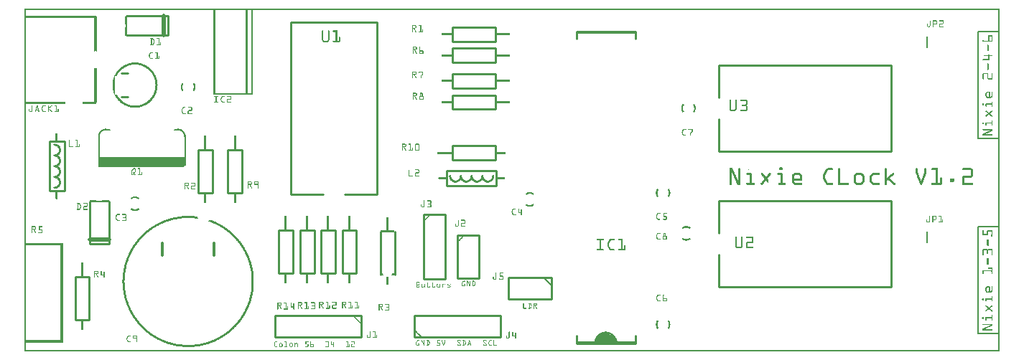
<source format=gto>
G04 MADE WITH FRITZING*
G04 WWW.FRITZING.ORG*
G04 DOUBLE SIDED*
G04 HOLES PLATED*
G04 CONTOUR ON CENTER OF CONTOUR VECTOR*
%ASAXBY*%
%FSLAX23Y23*%
%MOIN*%
%OFA0B0*%
%SFA1.0B1.0*%
%ADD10R,0.080000X0.240000X0.060000X0.220000*%
%ADD11C,0.010000*%
%ADD12R,0.240000X0.080000X0.220000X0.060000*%
%ADD13C,0.005000*%
%ADD14C,0.008000*%
%ADD15C,0.020000*%
%ADD16C,0.011000*%
%ADD17R,0.001000X0.001000*%
%LNSILK1*%
G90*
G70*
G54D11*
X115Y976D02*
X185Y976D01*
X185Y746D01*
X115Y746D01*
X115Y976D01*
D02*
X1961Y840D02*
X2191Y840D01*
X2191Y770D01*
X1961Y770D01*
X1961Y840D01*
D02*
X1562Y166D02*
X1162Y166D01*
D02*
X1162Y166D02*
X1162Y66D01*
D02*
X1162Y66D02*
X1562Y66D01*
D02*
X1562Y66D02*
X1562Y166D01*
D02*
X2446Y343D02*
X2246Y343D01*
D02*
X2246Y343D02*
X2246Y243D01*
D02*
X2246Y243D02*
X2446Y243D01*
D02*
X2446Y243D02*
X2446Y343D01*
G54D13*
D02*
X2411Y343D02*
X2446Y308D01*
G54D11*
D02*
X2010Y542D02*
X2010Y342D01*
D02*
X2010Y342D02*
X2110Y342D01*
D02*
X2110Y342D02*
X2110Y542D01*
D02*
X2110Y542D02*
X2010Y542D01*
D02*
X1852Y638D02*
X1852Y338D01*
D02*
X1852Y338D02*
X1952Y338D01*
D02*
X1952Y338D02*
X1952Y638D01*
D02*
X1952Y638D02*
X1852Y638D01*
D02*
X1986Y956D02*
X2186Y956D01*
D02*
X2186Y956D02*
X2186Y890D01*
D02*
X2186Y890D02*
X1986Y890D01*
D02*
X1986Y890D02*
X1986Y956D01*
D02*
X1010Y938D02*
X1010Y738D01*
D02*
X1010Y738D02*
X944Y738D01*
D02*
X944Y738D02*
X944Y938D01*
D02*
X944Y938D02*
X1010Y938D01*
D02*
X1810Y66D02*
X2210Y66D01*
D02*
X2210Y66D02*
X2210Y166D01*
D02*
X2210Y166D02*
X1810Y166D01*
D02*
X1810Y166D02*
X1810Y66D01*
D02*
X2749Y38D02*
X2837Y38D01*
D02*
X2837Y1488D02*
X2564Y1488D01*
D02*
X2564Y38D02*
X2649Y38D01*
D02*
X2564Y38D02*
X2564Y73D01*
D02*
X2837Y38D02*
X2837Y73D01*
D02*
X2837Y1488D02*
X2837Y1453D01*
D02*
X2564Y1488D02*
X2564Y1453D01*
D02*
X2649Y38D02*
X2749Y38D01*
G54D14*
D02*
X2654Y43D02*
X2744Y43D01*
D02*
X2744Y43D02*
X2654Y50D01*
D02*
X2654Y50D02*
X2744Y50D01*
D02*
X2744Y50D02*
X2657Y58D01*
D02*
X2657Y58D02*
X2742Y58D01*
D02*
X2742Y58D02*
X2662Y65D01*
D02*
X2662Y65D02*
X2739Y65D01*
D02*
X2739Y65D02*
X2667Y70D01*
D02*
X2667Y70D02*
X2732Y70D01*
D02*
X2732Y70D02*
X2672Y75D01*
D02*
X2672Y75D02*
X2727Y75D01*
D02*
X2727Y75D02*
X2679Y80D01*
D02*
X2679Y80D02*
X2714Y80D01*
D02*
X2567Y45D02*
X2834Y45D01*
D02*
X2567Y1480D02*
X2834Y1480D01*
D02*
X1057Y1197D02*
X1032Y1197D01*
D02*
X1032Y1197D02*
X882Y1197D01*
G54D11*
D02*
X1637Y731D02*
X1637Y1531D01*
D02*
X1637Y1531D02*
X1237Y1531D01*
D02*
X1237Y1531D02*
X1237Y731D01*
D02*
X1637Y731D02*
X1487Y731D01*
D02*
X1387Y731D02*
X1237Y731D01*
D02*
X3224Y302D02*
X4024Y302D01*
D02*
X4024Y302D02*
X4024Y702D01*
D02*
X4024Y702D02*
X3224Y702D01*
D02*
X3224Y302D02*
X3224Y452D01*
D02*
X3224Y552D02*
X3224Y702D01*
D02*
X3224Y932D02*
X4024Y932D01*
D02*
X4024Y932D02*
X4024Y1332D01*
D02*
X4024Y1332D02*
X3224Y1332D01*
D02*
X3224Y932D02*
X3224Y1082D01*
D02*
X3224Y1182D02*
X3224Y1332D01*
D02*
X667Y1469D02*
X472Y1469D01*
D02*
X472Y1559D02*
X667Y1559D01*
D02*
X667Y1559D02*
X667Y1469D01*
G54D15*
D02*
X647Y1559D02*
X647Y1469D01*
G54D14*
D02*
X746Y902D02*
X746Y997D01*
D02*
X346Y902D02*
X346Y997D01*
D02*
X346Y902D02*
X746Y902D01*
D02*
X346Y862D02*
X346Y902D01*
D02*
X711Y1032D02*
X696Y1032D01*
D02*
X381Y1032D02*
X396Y1032D01*
G54D11*
D02*
X1246Y564D02*
X1246Y364D01*
D02*
X1246Y364D02*
X1180Y364D01*
D02*
X1180Y364D02*
X1180Y564D01*
D02*
X1180Y564D02*
X1246Y564D01*
D02*
X1345Y564D02*
X1345Y364D01*
D02*
X1345Y364D02*
X1279Y364D01*
D02*
X1279Y364D02*
X1279Y564D01*
D02*
X1279Y564D02*
X1345Y564D01*
D02*
X1443Y564D02*
X1443Y364D01*
D02*
X1443Y364D02*
X1377Y364D01*
D02*
X1377Y364D02*
X1377Y564D01*
D02*
X1377Y564D02*
X1443Y564D01*
D02*
X1541Y564D02*
X1541Y364D01*
D02*
X1541Y364D02*
X1475Y364D01*
D02*
X1475Y364D02*
X1475Y564D01*
D02*
X1475Y564D02*
X1541Y564D01*
D02*
X2186Y1126D02*
X1986Y1126D01*
D02*
X1986Y1126D02*
X1986Y1192D01*
D02*
X1986Y1192D02*
X2186Y1192D01*
D02*
X2186Y1192D02*
X2186Y1126D01*
D02*
X2186Y1225D02*
X1986Y1225D01*
D02*
X1986Y1225D02*
X1986Y1291D01*
D02*
X1986Y1291D02*
X2186Y1291D01*
D02*
X2186Y1291D02*
X2186Y1225D01*
D02*
X2186Y1343D02*
X1986Y1343D01*
D02*
X1986Y1343D02*
X1986Y1409D01*
D02*
X1986Y1409D02*
X2186Y1409D01*
D02*
X2186Y1409D02*
X2186Y1343D01*
D02*
X2186Y1441D02*
X1986Y1441D01*
D02*
X1986Y1441D02*
X1986Y1507D01*
D02*
X1986Y1507D02*
X2186Y1507D01*
D02*
X2186Y1507D02*
X2186Y1441D01*
D02*
X872Y938D02*
X872Y738D01*
D02*
X872Y738D02*
X806Y738D01*
D02*
X806Y738D02*
X806Y938D01*
D02*
X806Y938D02*
X872Y938D01*
D02*
X302Y502D02*
X302Y697D01*
D02*
X392Y697D02*
X392Y502D01*
D02*
X392Y502D02*
X302Y502D01*
G54D15*
D02*
X392Y522D02*
X302Y522D01*
G54D11*
D02*
X1719Y558D02*
X1719Y358D01*
D02*
X1653Y358D02*
X1653Y558D01*
D02*
X301Y347D02*
X301Y147D01*
D02*
X301Y147D02*
X235Y147D01*
D02*
X235Y147D02*
X235Y347D01*
D02*
X235Y347D02*
X301Y347D01*
G54D14*
D02*
X4189Y558D02*
X4189Y508D01*
D02*
X4425Y581D02*
X4523Y581D01*
D02*
X4523Y581D02*
X4523Y85D01*
D02*
X4523Y85D02*
X4425Y85D01*
D02*
X4425Y85D02*
X4425Y581D01*
D02*
X4189Y1463D02*
X4189Y1413D01*
D02*
X4425Y1486D02*
X4523Y1486D01*
D02*
X4523Y1486D02*
X4523Y990D01*
D02*
X4523Y990D02*
X4425Y990D01*
D02*
X4425Y990D02*
X4425Y1486D01*
G54D16*
X448Y1293D02*
X478Y1293D01*
D02*
X448Y1183D02*
X478Y1183D01*
D02*
G54D17*
X0Y1594D02*
X4526Y1594D01*
X0Y1593D02*
X4526Y1593D01*
X0Y1592D02*
X4526Y1592D01*
X0Y1591D02*
X4526Y1591D01*
X0Y1590D02*
X4526Y1590D01*
X0Y1589D02*
X4526Y1589D01*
X0Y1588D02*
X4526Y1588D01*
X0Y1587D02*
X4526Y1587D01*
X0Y1586D02*
X7Y1586D01*
X878Y1586D02*
X885Y1586D01*
X1028Y1586D02*
X1035Y1586D01*
X1053Y1586D02*
X1060Y1586D01*
X4519Y1586D02*
X4526Y1586D01*
X0Y1585D02*
X7Y1585D01*
X878Y1585D02*
X885Y1585D01*
X1028Y1585D02*
X1035Y1585D01*
X1053Y1585D02*
X1060Y1585D01*
X4519Y1585D02*
X4526Y1585D01*
X0Y1584D02*
X7Y1584D01*
X878Y1584D02*
X885Y1584D01*
X1028Y1584D02*
X1035Y1584D01*
X1053Y1584D02*
X1060Y1584D01*
X4519Y1584D02*
X4526Y1584D01*
X0Y1583D02*
X7Y1583D01*
X878Y1583D02*
X885Y1583D01*
X1028Y1583D02*
X1035Y1583D01*
X1053Y1583D02*
X1060Y1583D01*
X4519Y1583D02*
X4526Y1583D01*
X0Y1582D02*
X7Y1582D01*
X878Y1582D02*
X885Y1582D01*
X1028Y1582D02*
X1035Y1582D01*
X1053Y1582D02*
X1060Y1582D01*
X4519Y1582D02*
X4526Y1582D01*
X0Y1581D02*
X7Y1581D01*
X878Y1581D02*
X885Y1581D01*
X1028Y1581D02*
X1035Y1581D01*
X1053Y1581D02*
X1060Y1581D01*
X4519Y1581D02*
X4526Y1581D01*
X0Y1580D02*
X7Y1580D01*
X878Y1580D02*
X885Y1580D01*
X1028Y1580D02*
X1035Y1580D01*
X1053Y1580D02*
X1060Y1580D01*
X4519Y1580D02*
X4526Y1580D01*
X0Y1579D02*
X7Y1579D01*
X878Y1579D02*
X885Y1579D01*
X1028Y1579D02*
X1035Y1579D01*
X1053Y1579D02*
X1060Y1579D01*
X4519Y1579D02*
X4526Y1579D01*
X0Y1578D02*
X7Y1578D01*
X878Y1578D02*
X885Y1578D01*
X1028Y1578D02*
X1035Y1578D01*
X1053Y1578D02*
X1060Y1578D01*
X4519Y1578D02*
X4526Y1578D01*
X0Y1577D02*
X7Y1577D01*
X878Y1577D02*
X885Y1577D01*
X1028Y1577D02*
X1035Y1577D01*
X1053Y1577D02*
X1060Y1577D01*
X4519Y1577D02*
X4526Y1577D01*
X0Y1576D02*
X7Y1576D01*
X878Y1576D02*
X885Y1576D01*
X1028Y1576D02*
X1035Y1576D01*
X1053Y1576D02*
X1060Y1576D01*
X4519Y1576D02*
X4526Y1576D01*
X0Y1575D02*
X7Y1575D01*
X878Y1575D02*
X885Y1575D01*
X1028Y1575D02*
X1035Y1575D01*
X1053Y1575D02*
X1060Y1575D01*
X4519Y1575D02*
X4526Y1575D01*
X0Y1574D02*
X7Y1574D01*
X878Y1574D02*
X885Y1574D01*
X1028Y1574D02*
X1035Y1574D01*
X1053Y1574D02*
X1060Y1574D01*
X4519Y1574D02*
X4526Y1574D01*
X0Y1573D02*
X7Y1573D01*
X878Y1573D02*
X885Y1573D01*
X1028Y1573D02*
X1035Y1573D01*
X1053Y1573D02*
X1060Y1573D01*
X4519Y1573D02*
X4526Y1573D01*
X0Y1572D02*
X7Y1572D01*
X878Y1572D02*
X885Y1572D01*
X1028Y1572D02*
X1035Y1572D01*
X1053Y1572D02*
X1060Y1572D01*
X4519Y1572D02*
X4526Y1572D01*
X0Y1571D02*
X7Y1571D01*
X878Y1571D02*
X885Y1571D01*
X1028Y1571D02*
X1035Y1571D01*
X1053Y1571D02*
X1060Y1571D01*
X4519Y1571D02*
X4526Y1571D01*
X0Y1570D02*
X7Y1570D01*
X878Y1570D02*
X885Y1570D01*
X1028Y1570D02*
X1035Y1570D01*
X1053Y1570D02*
X1060Y1570D01*
X4519Y1570D02*
X4526Y1570D01*
X0Y1569D02*
X7Y1569D01*
X878Y1569D02*
X885Y1569D01*
X1028Y1569D02*
X1035Y1569D01*
X1053Y1569D02*
X1060Y1569D01*
X4519Y1569D02*
X4526Y1569D01*
X0Y1568D02*
X7Y1568D01*
X878Y1568D02*
X885Y1568D01*
X1028Y1568D02*
X1035Y1568D01*
X1053Y1568D02*
X1060Y1568D01*
X4519Y1568D02*
X4526Y1568D01*
X0Y1567D02*
X7Y1567D01*
X878Y1567D02*
X885Y1567D01*
X1028Y1567D02*
X1035Y1567D01*
X1053Y1567D02*
X1060Y1567D01*
X4519Y1567D02*
X4526Y1567D01*
X0Y1566D02*
X7Y1566D01*
X878Y1566D02*
X885Y1566D01*
X1028Y1566D02*
X1035Y1566D01*
X1053Y1566D02*
X1060Y1566D01*
X4519Y1566D02*
X4526Y1566D01*
X0Y1565D02*
X7Y1565D01*
X878Y1565D02*
X885Y1565D01*
X1028Y1565D02*
X1035Y1565D01*
X1053Y1565D02*
X1060Y1565D01*
X4519Y1565D02*
X4526Y1565D01*
X0Y1564D02*
X7Y1564D01*
X878Y1564D02*
X885Y1564D01*
X1028Y1564D02*
X1035Y1564D01*
X1053Y1564D02*
X1060Y1564D01*
X4519Y1564D02*
X4526Y1564D01*
X0Y1563D02*
X7Y1563D01*
X878Y1563D02*
X885Y1563D01*
X1028Y1563D02*
X1035Y1563D01*
X1053Y1563D02*
X1060Y1563D01*
X4519Y1563D02*
X4526Y1563D01*
X0Y1562D02*
X7Y1562D01*
X878Y1562D02*
X885Y1562D01*
X1028Y1562D02*
X1035Y1562D01*
X1053Y1562D02*
X1060Y1562D01*
X4519Y1562D02*
X4526Y1562D01*
X0Y1561D02*
X331Y1561D01*
X878Y1561D02*
X885Y1561D01*
X1028Y1561D02*
X1035Y1561D01*
X1053Y1561D02*
X1060Y1561D01*
X4519Y1561D02*
X4526Y1561D01*
X0Y1560D02*
X333Y1560D01*
X878Y1560D02*
X885Y1560D01*
X1028Y1560D02*
X1035Y1560D01*
X1053Y1560D02*
X1060Y1560D01*
X4519Y1560D02*
X4526Y1560D01*
X0Y1559D02*
X334Y1559D01*
X878Y1559D02*
X885Y1559D01*
X1028Y1559D02*
X1035Y1559D01*
X1053Y1559D02*
X1060Y1559D01*
X4519Y1559D02*
X4526Y1559D01*
X0Y1558D02*
X334Y1558D01*
X467Y1558D02*
X476Y1558D01*
X878Y1558D02*
X885Y1558D01*
X1028Y1558D02*
X1035Y1558D01*
X1053Y1558D02*
X1060Y1558D01*
X4519Y1558D02*
X4526Y1558D01*
X0Y1557D02*
X334Y1557D01*
X467Y1557D02*
X476Y1557D01*
X878Y1557D02*
X885Y1557D01*
X1028Y1557D02*
X1035Y1557D01*
X1053Y1557D02*
X1060Y1557D01*
X4519Y1557D02*
X4526Y1557D01*
X0Y1556D02*
X335Y1556D01*
X467Y1556D02*
X476Y1556D01*
X878Y1556D02*
X885Y1556D01*
X1028Y1556D02*
X1035Y1556D01*
X1053Y1556D02*
X1060Y1556D01*
X4519Y1556D02*
X4526Y1556D01*
X0Y1555D02*
X335Y1555D01*
X467Y1555D02*
X476Y1555D01*
X878Y1555D02*
X885Y1555D01*
X1028Y1555D02*
X1035Y1555D01*
X1053Y1555D02*
X1060Y1555D01*
X4519Y1555D02*
X4526Y1555D01*
X0Y1554D02*
X335Y1554D01*
X467Y1554D02*
X476Y1554D01*
X878Y1554D02*
X885Y1554D01*
X1028Y1554D02*
X1035Y1554D01*
X1053Y1554D02*
X1060Y1554D01*
X4519Y1554D02*
X4526Y1554D01*
X0Y1553D02*
X335Y1553D01*
X467Y1553D02*
X476Y1553D01*
X878Y1553D02*
X885Y1553D01*
X1028Y1553D02*
X1035Y1553D01*
X1053Y1553D02*
X1060Y1553D01*
X4519Y1553D02*
X4526Y1553D01*
X0Y1552D02*
X335Y1552D01*
X467Y1552D02*
X476Y1552D01*
X878Y1552D02*
X885Y1552D01*
X1028Y1552D02*
X1035Y1552D01*
X1053Y1552D02*
X1060Y1552D01*
X4519Y1552D02*
X4526Y1552D01*
X0Y1551D02*
X7Y1551D01*
X325Y1551D02*
X335Y1551D01*
X467Y1551D02*
X476Y1551D01*
X878Y1551D02*
X885Y1551D01*
X1028Y1551D02*
X1035Y1551D01*
X1053Y1551D02*
X1060Y1551D01*
X4519Y1551D02*
X4526Y1551D01*
X0Y1550D02*
X7Y1550D01*
X325Y1550D02*
X335Y1550D01*
X467Y1550D02*
X476Y1550D01*
X878Y1550D02*
X885Y1550D01*
X1028Y1550D02*
X1035Y1550D01*
X1053Y1550D02*
X1060Y1550D01*
X4519Y1550D02*
X4526Y1550D01*
X0Y1549D02*
X7Y1549D01*
X325Y1549D02*
X335Y1549D01*
X467Y1549D02*
X476Y1549D01*
X878Y1549D02*
X885Y1549D01*
X1028Y1549D02*
X1035Y1549D01*
X1053Y1549D02*
X1060Y1549D01*
X4519Y1549D02*
X4526Y1549D01*
X0Y1548D02*
X7Y1548D01*
X325Y1548D02*
X335Y1548D01*
X467Y1548D02*
X476Y1548D01*
X878Y1548D02*
X885Y1548D01*
X1028Y1548D02*
X1035Y1548D01*
X1053Y1548D02*
X1060Y1548D01*
X4519Y1548D02*
X4526Y1548D01*
X0Y1547D02*
X7Y1547D01*
X325Y1547D02*
X335Y1547D01*
X467Y1547D02*
X476Y1547D01*
X878Y1547D02*
X885Y1547D01*
X1028Y1547D02*
X1035Y1547D01*
X1053Y1547D02*
X1060Y1547D01*
X4519Y1547D02*
X4526Y1547D01*
X0Y1546D02*
X7Y1546D01*
X325Y1546D02*
X335Y1546D01*
X467Y1546D02*
X476Y1546D01*
X878Y1546D02*
X885Y1546D01*
X1028Y1546D02*
X1035Y1546D01*
X1053Y1546D02*
X1060Y1546D01*
X4519Y1546D02*
X4526Y1546D01*
X0Y1545D02*
X7Y1545D01*
X325Y1545D02*
X335Y1545D01*
X467Y1545D02*
X476Y1545D01*
X878Y1545D02*
X885Y1545D01*
X1028Y1545D02*
X1035Y1545D01*
X1053Y1545D02*
X1060Y1545D01*
X4519Y1545D02*
X4526Y1545D01*
X0Y1544D02*
X7Y1544D01*
X325Y1544D02*
X335Y1544D01*
X467Y1544D02*
X476Y1544D01*
X878Y1544D02*
X885Y1544D01*
X1028Y1544D02*
X1035Y1544D01*
X1053Y1544D02*
X1060Y1544D01*
X4519Y1544D02*
X4526Y1544D01*
X0Y1543D02*
X7Y1543D01*
X325Y1543D02*
X335Y1543D01*
X467Y1543D02*
X476Y1543D01*
X878Y1543D02*
X885Y1543D01*
X1028Y1543D02*
X1035Y1543D01*
X1053Y1543D02*
X1060Y1543D01*
X4519Y1543D02*
X4526Y1543D01*
X0Y1542D02*
X7Y1542D01*
X325Y1542D02*
X335Y1542D01*
X467Y1542D02*
X476Y1542D01*
X878Y1542D02*
X885Y1542D01*
X1028Y1542D02*
X1035Y1542D01*
X1053Y1542D02*
X1060Y1542D01*
X4519Y1542D02*
X4526Y1542D01*
X0Y1541D02*
X7Y1541D01*
X325Y1541D02*
X335Y1541D01*
X467Y1541D02*
X476Y1541D01*
X878Y1541D02*
X885Y1541D01*
X1028Y1541D02*
X1035Y1541D01*
X1053Y1541D02*
X1060Y1541D01*
X4519Y1541D02*
X4526Y1541D01*
X0Y1540D02*
X7Y1540D01*
X325Y1540D02*
X335Y1540D01*
X467Y1540D02*
X476Y1540D01*
X878Y1540D02*
X885Y1540D01*
X1028Y1540D02*
X1035Y1540D01*
X1053Y1540D02*
X1060Y1540D01*
X4218Y1540D02*
X4230Y1540D01*
X4249Y1540D02*
X4262Y1540D01*
X4519Y1540D02*
X4526Y1540D01*
X0Y1539D02*
X7Y1539D01*
X325Y1539D02*
X335Y1539D01*
X467Y1539D02*
X476Y1539D01*
X878Y1539D02*
X885Y1539D01*
X1028Y1539D02*
X1035Y1539D01*
X1053Y1539D02*
X1060Y1539D01*
X4202Y1539D02*
X4204Y1539D01*
X4217Y1539D02*
X4234Y1539D01*
X4247Y1539D02*
X4265Y1539D01*
X4519Y1539D02*
X4526Y1539D01*
X0Y1538D02*
X7Y1538D01*
X325Y1538D02*
X335Y1538D01*
X467Y1538D02*
X476Y1538D01*
X878Y1538D02*
X885Y1538D01*
X1028Y1538D02*
X1035Y1538D01*
X1053Y1538D02*
X1060Y1538D01*
X4202Y1538D02*
X4205Y1538D01*
X4217Y1538D02*
X4235Y1538D01*
X4247Y1538D02*
X4266Y1538D01*
X4519Y1538D02*
X4526Y1538D01*
X0Y1537D02*
X7Y1537D01*
X325Y1537D02*
X335Y1537D01*
X467Y1537D02*
X476Y1537D01*
X878Y1537D02*
X885Y1537D01*
X1028Y1537D02*
X1035Y1537D01*
X1053Y1537D02*
X1060Y1537D01*
X4202Y1537D02*
X4205Y1537D01*
X4217Y1537D02*
X4236Y1537D01*
X4247Y1537D02*
X4267Y1537D01*
X4519Y1537D02*
X4526Y1537D01*
X0Y1536D02*
X7Y1536D01*
X325Y1536D02*
X335Y1536D01*
X467Y1536D02*
X476Y1536D01*
X878Y1536D02*
X885Y1536D01*
X1028Y1536D02*
X1035Y1536D01*
X1053Y1536D02*
X1060Y1536D01*
X4202Y1536D02*
X4205Y1536D01*
X4217Y1536D02*
X4236Y1536D01*
X4248Y1536D02*
X4267Y1536D01*
X4519Y1536D02*
X4526Y1536D01*
X0Y1535D02*
X7Y1535D01*
X325Y1535D02*
X335Y1535D01*
X467Y1535D02*
X476Y1535D01*
X878Y1535D02*
X885Y1535D01*
X1028Y1535D02*
X1035Y1535D01*
X1053Y1535D02*
X1060Y1535D01*
X4202Y1535D02*
X4205Y1535D01*
X4217Y1535D02*
X4220Y1535D01*
X4233Y1535D02*
X4237Y1535D01*
X4264Y1535D02*
X4267Y1535D01*
X4519Y1535D02*
X4526Y1535D01*
X0Y1534D02*
X7Y1534D01*
X325Y1534D02*
X335Y1534D01*
X467Y1534D02*
X476Y1534D01*
X878Y1534D02*
X885Y1534D01*
X1028Y1534D02*
X1035Y1534D01*
X1053Y1534D02*
X1060Y1534D01*
X4202Y1534D02*
X4205Y1534D01*
X4217Y1534D02*
X4220Y1534D01*
X4234Y1534D02*
X4237Y1534D01*
X4264Y1534D02*
X4267Y1534D01*
X4519Y1534D02*
X4526Y1534D01*
X0Y1533D02*
X7Y1533D01*
X325Y1533D02*
X335Y1533D01*
X467Y1533D02*
X476Y1533D01*
X878Y1533D02*
X885Y1533D01*
X1028Y1533D02*
X1035Y1533D01*
X1053Y1533D02*
X1060Y1533D01*
X4202Y1533D02*
X4205Y1533D01*
X4217Y1533D02*
X4220Y1533D01*
X4234Y1533D02*
X4237Y1533D01*
X4264Y1533D02*
X4267Y1533D01*
X4519Y1533D02*
X4526Y1533D01*
X0Y1532D02*
X7Y1532D01*
X325Y1532D02*
X335Y1532D01*
X467Y1532D02*
X476Y1532D01*
X878Y1532D02*
X885Y1532D01*
X1028Y1532D02*
X1035Y1532D01*
X1053Y1532D02*
X1060Y1532D01*
X4202Y1532D02*
X4205Y1532D01*
X4217Y1532D02*
X4220Y1532D01*
X4234Y1532D02*
X4237Y1532D01*
X4264Y1532D02*
X4267Y1532D01*
X4519Y1532D02*
X4526Y1532D01*
X0Y1531D02*
X7Y1531D01*
X325Y1531D02*
X335Y1531D01*
X467Y1531D02*
X476Y1531D01*
X878Y1531D02*
X885Y1531D01*
X1028Y1531D02*
X1035Y1531D01*
X1053Y1531D02*
X1060Y1531D01*
X4202Y1531D02*
X4205Y1531D01*
X4217Y1531D02*
X4220Y1531D01*
X4234Y1531D02*
X4237Y1531D01*
X4264Y1531D02*
X4267Y1531D01*
X4519Y1531D02*
X4526Y1531D01*
X0Y1530D02*
X7Y1530D01*
X325Y1530D02*
X335Y1530D01*
X467Y1530D02*
X476Y1530D01*
X878Y1530D02*
X885Y1530D01*
X1028Y1530D02*
X1035Y1530D01*
X1053Y1530D02*
X1060Y1530D01*
X4202Y1530D02*
X4205Y1530D01*
X4217Y1530D02*
X4220Y1530D01*
X4234Y1530D02*
X4237Y1530D01*
X4264Y1530D02*
X4267Y1530D01*
X4519Y1530D02*
X4526Y1530D01*
X0Y1529D02*
X7Y1529D01*
X325Y1529D02*
X335Y1529D01*
X467Y1529D02*
X476Y1529D01*
X878Y1529D02*
X885Y1529D01*
X1028Y1529D02*
X1035Y1529D01*
X1053Y1529D02*
X1060Y1529D01*
X4202Y1529D02*
X4205Y1529D01*
X4217Y1529D02*
X4220Y1529D01*
X4234Y1529D02*
X4237Y1529D01*
X4264Y1529D02*
X4267Y1529D01*
X4519Y1529D02*
X4526Y1529D01*
X0Y1528D02*
X7Y1528D01*
X325Y1528D02*
X335Y1528D01*
X467Y1528D02*
X476Y1528D01*
X878Y1528D02*
X885Y1528D01*
X1028Y1528D02*
X1035Y1528D01*
X1053Y1528D02*
X1060Y1528D01*
X4202Y1528D02*
X4205Y1528D01*
X4217Y1528D02*
X4220Y1528D01*
X4234Y1528D02*
X4237Y1528D01*
X4264Y1528D02*
X4267Y1528D01*
X4519Y1528D02*
X4526Y1528D01*
X0Y1527D02*
X7Y1527D01*
X325Y1527D02*
X335Y1527D01*
X467Y1527D02*
X476Y1527D01*
X878Y1527D02*
X885Y1527D01*
X1028Y1527D02*
X1035Y1527D01*
X1053Y1527D02*
X1060Y1527D01*
X4202Y1527D02*
X4205Y1527D01*
X4217Y1527D02*
X4220Y1527D01*
X4234Y1527D02*
X4237Y1527D01*
X4264Y1527D02*
X4267Y1527D01*
X4519Y1527D02*
X4526Y1527D01*
X0Y1526D02*
X7Y1526D01*
X325Y1526D02*
X335Y1526D01*
X467Y1526D02*
X476Y1526D01*
X878Y1526D02*
X885Y1526D01*
X1028Y1526D02*
X1035Y1526D01*
X1053Y1526D02*
X1060Y1526D01*
X4202Y1526D02*
X4205Y1526D01*
X4217Y1526D02*
X4220Y1526D01*
X4234Y1526D02*
X4237Y1526D01*
X4263Y1526D02*
X4267Y1526D01*
X4519Y1526D02*
X4526Y1526D01*
X0Y1525D02*
X7Y1525D01*
X325Y1525D02*
X335Y1525D01*
X468Y1525D02*
X476Y1525D01*
X878Y1525D02*
X885Y1525D01*
X1028Y1525D02*
X1035Y1525D01*
X1053Y1525D02*
X1060Y1525D01*
X4202Y1525D02*
X4205Y1525D01*
X4217Y1525D02*
X4220Y1525D01*
X4233Y1525D02*
X4237Y1525D01*
X4249Y1525D02*
X4267Y1525D01*
X4519Y1525D02*
X4526Y1525D01*
X0Y1524D02*
X7Y1524D01*
X325Y1524D02*
X335Y1524D01*
X468Y1524D02*
X476Y1524D01*
X878Y1524D02*
X885Y1524D01*
X1028Y1524D02*
X1035Y1524D01*
X1053Y1524D02*
X1060Y1524D01*
X4202Y1524D02*
X4205Y1524D01*
X4217Y1524D02*
X4236Y1524D01*
X4248Y1524D02*
X4266Y1524D01*
X4519Y1524D02*
X4526Y1524D01*
X0Y1523D02*
X7Y1523D01*
X325Y1523D02*
X335Y1523D01*
X468Y1523D02*
X476Y1523D01*
X878Y1523D02*
X885Y1523D01*
X1028Y1523D02*
X1035Y1523D01*
X1053Y1523D02*
X1060Y1523D01*
X4202Y1523D02*
X4205Y1523D01*
X4217Y1523D02*
X4236Y1523D01*
X4247Y1523D02*
X4266Y1523D01*
X4519Y1523D02*
X4526Y1523D01*
X0Y1522D02*
X7Y1522D01*
X325Y1522D02*
X335Y1522D01*
X468Y1522D02*
X476Y1522D01*
X878Y1522D02*
X885Y1522D01*
X1028Y1522D02*
X1035Y1522D01*
X1053Y1522D02*
X1060Y1522D01*
X4190Y1522D02*
X4191Y1522D01*
X4202Y1522D02*
X4205Y1522D01*
X4217Y1522D02*
X4235Y1522D01*
X4247Y1522D02*
X4264Y1522D01*
X4519Y1522D02*
X4526Y1522D01*
X0Y1521D02*
X7Y1521D01*
X325Y1521D02*
X335Y1521D01*
X468Y1521D02*
X476Y1521D01*
X878Y1521D02*
X885Y1521D01*
X1028Y1521D02*
X1035Y1521D01*
X1053Y1521D02*
X1060Y1521D01*
X4189Y1521D02*
X4192Y1521D01*
X4202Y1521D02*
X4205Y1521D01*
X4217Y1521D02*
X4234Y1521D01*
X4247Y1521D02*
X4250Y1521D01*
X4519Y1521D02*
X4526Y1521D01*
X0Y1520D02*
X7Y1520D01*
X325Y1520D02*
X335Y1520D01*
X468Y1520D02*
X476Y1520D01*
X878Y1520D02*
X885Y1520D01*
X1028Y1520D02*
X1035Y1520D01*
X1053Y1520D02*
X1060Y1520D01*
X4189Y1520D02*
X4192Y1520D01*
X4202Y1520D02*
X4205Y1520D01*
X4217Y1520D02*
X4232Y1520D01*
X4247Y1520D02*
X4250Y1520D01*
X4519Y1520D02*
X4526Y1520D01*
X0Y1519D02*
X7Y1519D01*
X325Y1519D02*
X335Y1519D01*
X469Y1519D02*
X476Y1519D01*
X878Y1519D02*
X885Y1519D01*
X1028Y1519D02*
X1035Y1519D01*
X1053Y1519D02*
X1060Y1519D01*
X4189Y1519D02*
X4192Y1519D01*
X4202Y1519D02*
X4205Y1519D01*
X4217Y1519D02*
X4220Y1519D01*
X4247Y1519D02*
X4250Y1519D01*
X4519Y1519D02*
X4526Y1519D01*
X0Y1518D02*
X7Y1518D01*
X325Y1518D02*
X335Y1518D01*
X469Y1518D02*
X476Y1518D01*
X667Y1518D02*
X674Y1518D01*
X878Y1518D02*
X885Y1518D01*
X1028Y1518D02*
X1035Y1518D01*
X1053Y1518D02*
X1060Y1518D01*
X4189Y1518D02*
X4192Y1518D01*
X4202Y1518D02*
X4205Y1518D01*
X4217Y1518D02*
X4220Y1518D01*
X4247Y1518D02*
X4250Y1518D01*
X4519Y1518D02*
X4526Y1518D01*
X0Y1517D02*
X7Y1517D01*
X325Y1517D02*
X335Y1517D01*
X469Y1517D02*
X476Y1517D01*
X667Y1517D02*
X674Y1517D01*
X878Y1517D02*
X885Y1517D01*
X1028Y1517D02*
X1035Y1517D01*
X1053Y1517D02*
X1060Y1517D01*
X4189Y1517D02*
X4192Y1517D01*
X4202Y1517D02*
X4205Y1517D01*
X4217Y1517D02*
X4220Y1517D01*
X4247Y1517D02*
X4250Y1517D01*
X4519Y1517D02*
X4526Y1517D01*
X0Y1516D02*
X7Y1516D01*
X325Y1516D02*
X335Y1516D01*
X469Y1516D02*
X476Y1516D01*
X667Y1516D02*
X674Y1516D01*
X878Y1516D02*
X885Y1516D01*
X1028Y1516D02*
X1035Y1516D01*
X1053Y1516D02*
X1060Y1516D01*
X1799Y1516D02*
X1815Y1516D01*
X1830Y1516D02*
X1841Y1516D01*
X4189Y1516D02*
X4192Y1516D01*
X4202Y1516D02*
X4205Y1516D01*
X4217Y1516D02*
X4220Y1516D01*
X4247Y1516D02*
X4250Y1516D01*
X4519Y1516D02*
X4526Y1516D01*
X0Y1515D02*
X7Y1515D01*
X325Y1515D02*
X335Y1515D01*
X469Y1515D02*
X476Y1515D01*
X667Y1515D02*
X674Y1515D01*
X878Y1515D02*
X885Y1515D01*
X1028Y1515D02*
X1035Y1515D01*
X1053Y1515D02*
X1060Y1515D01*
X1799Y1515D02*
X1816Y1515D01*
X1829Y1515D02*
X1841Y1515D01*
X4189Y1515D02*
X4192Y1515D01*
X4202Y1515D02*
X4205Y1515D01*
X4217Y1515D02*
X4220Y1515D01*
X4247Y1515D02*
X4250Y1515D01*
X4519Y1515D02*
X4526Y1515D01*
X0Y1514D02*
X7Y1514D01*
X325Y1514D02*
X335Y1514D01*
X469Y1514D02*
X476Y1514D01*
X667Y1514D02*
X674Y1514D01*
X878Y1514D02*
X885Y1514D01*
X1028Y1514D02*
X1035Y1514D01*
X1053Y1514D02*
X1060Y1514D01*
X1799Y1514D02*
X1817Y1514D01*
X1829Y1514D02*
X1841Y1514D01*
X4189Y1514D02*
X4192Y1514D01*
X4202Y1514D02*
X4205Y1514D01*
X4217Y1514D02*
X4220Y1514D01*
X4247Y1514D02*
X4250Y1514D01*
X4519Y1514D02*
X4526Y1514D01*
X0Y1513D02*
X7Y1513D01*
X325Y1513D02*
X335Y1513D01*
X469Y1513D02*
X476Y1513D01*
X667Y1513D02*
X674Y1513D01*
X878Y1513D02*
X885Y1513D01*
X1028Y1513D02*
X1035Y1513D01*
X1053Y1513D02*
X1060Y1513D01*
X1799Y1513D02*
X1818Y1513D01*
X1830Y1513D02*
X1841Y1513D01*
X4189Y1513D02*
X4193Y1513D01*
X4201Y1513D02*
X4205Y1513D01*
X4217Y1513D02*
X4220Y1513D01*
X4247Y1513D02*
X4250Y1513D01*
X4519Y1513D02*
X4526Y1513D01*
X0Y1512D02*
X7Y1512D01*
X325Y1512D02*
X335Y1512D01*
X469Y1512D02*
X476Y1512D01*
X667Y1512D02*
X674Y1512D01*
X878Y1512D02*
X885Y1512D01*
X1028Y1512D02*
X1035Y1512D01*
X1053Y1512D02*
X1060Y1512D01*
X1799Y1512D02*
X1802Y1512D01*
X1814Y1512D02*
X1819Y1512D01*
X1837Y1512D02*
X1841Y1512D01*
X4189Y1512D02*
X4193Y1512D01*
X4200Y1512D02*
X4204Y1512D01*
X4217Y1512D02*
X4220Y1512D01*
X4247Y1512D02*
X4250Y1512D01*
X4519Y1512D02*
X4526Y1512D01*
X0Y1511D02*
X7Y1511D01*
X325Y1511D02*
X335Y1511D01*
X469Y1511D02*
X476Y1511D01*
X667Y1511D02*
X674Y1511D01*
X878Y1511D02*
X885Y1511D01*
X1028Y1511D02*
X1035Y1511D01*
X1053Y1511D02*
X1060Y1511D01*
X1799Y1511D02*
X1802Y1511D01*
X1815Y1511D02*
X1819Y1511D01*
X1837Y1511D02*
X1841Y1511D01*
X4190Y1511D02*
X4204Y1511D01*
X4217Y1511D02*
X4220Y1511D01*
X4247Y1511D02*
X4266Y1511D01*
X4519Y1511D02*
X4526Y1511D01*
X0Y1510D02*
X7Y1510D01*
X325Y1510D02*
X335Y1510D01*
X469Y1510D02*
X476Y1510D01*
X667Y1510D02*
X674Y1510D01*
X878Y1510D02*
X885Y1510D01*
X1028Y1510D02*
X1035Y1510D01*
X1053Y1510D02*
X1060Y1510D01*
X1799Y1510D02*
X1802Y1510D01*
X1816Y1510D02*
X1819Y1510D01*
X1837Y1510D02*
X1841Y1510D01*
X4191Y1510D02*
X4203Y1510D01*
X4217Y1510D02*
X4220Y1510D01*
X4247Y1510D02*
X4267Y1510D01*
X4519Y1510D02*
X4526Y1510D01*
X0Y1509D02*
X7Y1509D01*
X325Y1509D02*
X335Y1509D01*
X469Y1509D02*
X476Y1509D01*
X667Y1509D02*
X674Y1509D01*
X878Y1509D02*
X885Y1509D01*
X1028Y1509D02*
X1035Y1509D01*
X1053Y1509D02*
X1060Y1509D01*
X1799Y1509D02*
X1802Y1509D01*
X1816Y1509D02*
X1819Y1509D01*
X1837Y1509D02*
X1841Y1509D01*
X4192Y1509D02*
X4202Y1509D01*
X4217Y1509D02*
X4220Y1509D01*
X4247Y1509D02*
X4267Y1509D01*
X4519Y1509D02*
X4526Y1509D01*
X0Y1508D02*
X7Y1508D01*
X325Y1508D02*
X335Y1508D01*
X469Y1508D02*
X476Y1508D01*
X878Y1508D02*
X885Y1508D01*
X1028Y1508D02*
X1035Y1508D01*
X1053Y1508D02*
X1060Y1508D01*
X1799Y1508D02*
X1802Y1508D01*
X1816Y1508D02*
X1819Y1508D01*
X1837Y1508D02*
X1841Y1508D01*
X4193Y1508D02*
X4201Y1508D01*
X4218Y1508D02*
X4219Y1508D01*
X4247Y1508D02*
X4266Y1508D01*
X4519Y1508D02*
X4526Y1508D01*
X0Y1507D02*
X7Y1507D01*
X325Y1507D02*
X335Y1507D01*
X468Y1507D02*
X476Y1507D01*
X878Y1507D02*
X885Y1507D01*
X1028Y1507D02*
X1035Y1507D01*
X1053Y1507D02*
X1060Y1507D01*
X1799Y1507D02*
X1802Y1507D01*
X1815Y1507D02*
X1819Y1507D01*
X1837Y1507D02*
X1841Y1507D01*
X4519Y1507D02*
X4526Y1507D01*
X0Y1506D02*
X7Y1506D01*
X325Y1506D02*
X335Y1506D01*
X468Y1506D02*
X476Y1506D01*
X878Y1506D02*
X885Y1506D01*
X1028Y1506D02*
X1035Y1506D01*
X1053Y1506D02*
X1060Y1506D01*
X1799Y1506D02*
X1803Y1506D01*
X1814Y1506D02*
X1818Y1506D01*
X1837Y1506D02*
X1841Y1506D01*
X4519Y1506D02*
X4526Y1506D01*
X0Y1505D02*
X7Y1505D01*
X325Y1505D02*
X335Y1505D01*
X468Y1505D02*
X476Y1505D01*
X878Y1505D02*
X885Y1505D01*
X1028Y1505D02*
X1035Y1505D01*
X1053Y1505D02*
X1060Y1505D01*
X1799Y1505D02*
X1818Y1505D01*
X1837Y1505D02*
X1841Y1505D01*
X4519Y1505D02*
X4526Y1505D01*
X0Y1504D02*
X7Y1504D01*
X325Y1504D02*
X335Y1504D01*
X468Y1504D02*
X476Y1504D01*
X878Y1504D02*
X885Y1504D01*
X1028Y1504D02*
X1035Y1504D01*
X1053Y1504D02*
X1060Y1504D01*
X1799Y1504D02*
X1817Y1504D01*
X1837Y1504D02*
X1841Y1504D01*
X4519Y1504D02*
X4526Y1504D01*
X0Y1503D02*
X7Y1503D01*
X325Y1503D02*
X335Y1503D01*
X468Y1503D02*
X476Y1503D01*
X878Y1503D02*
X885Y1503D01*
X1028Y1503D02*
X1035Y1503D01*
X1053Y1503D02*
X1060Y1503D01*
X1799Y1503D02*
X1816Y1503D01*
X1837Y1503D02*
X1841Y1503D01*
X4519Y1503D02*
X4526Y1503D01*
X0Y1502D02*
X7Y1502D01*
X325Y1502D02*
X335Y1502D01*
X467Y1502D02*
X476Y1502D01*
X878Y1502D02*
X885Y1502D01*
X1028Y1502D02*
X1035Y1502D01*
X1053Y1502D02*
X1060Y1502D01*
X1799Y1502D02*
X1814Y1502D01*
X1837Y1502D02*
X1841Y1502D01*
X4519Y1502D02*
X4526Y1502D01*
X0Y1501D02*
X7Y1501D01*
X325Y1501D02*
X335Y1501D01*
X467Y1501D02*
X476Y1501D01*
X878Y1501D02*
X885Y1501D01*
X1028Y1501D02*
X1035Y1501D01*
X1053Y1501D02*
X1060Y1501D01*
X1799Y1501D02*
X1802Y1501D01*
X1807Y1501D02*
X1810Y1501D01*
X1837Y1501D02*
X1841Y1501D01*
X4519Y1501D02*
X4526Y1501D01*
X0Y1500D02*
X7Y1500D01*
X325Y1500D02*
X335Y1500D01*
X467Y1500D02*
X476Y1500D01*
X878Y1500D02*
X885Y1500D01*
X1028Y1500D02*
X1035Y1500D01*
X1053Y1500D02*
X1060Y1500D01*
X1799Y1500D02*
X1802Y1500D01*
X1807Y1500D02*
X1811Y1500D01*
X1837Y1500D02*
X1841Y1500D01*
X4519Y1500D02*
X4526Y1500D01*
X0Y1499D02*
X7Y1499D01*
X325Y1499D02*
X335Y1499D01*
X467Y1499D02*
X476Y1499D01*
X878Y1499D02*
X885Y1499D01*
X1028Y1499D02*
X1035Y1499D01*
X1053Y1499D02*
X1060Y1499D01*
X1799Y1499D02*
X1802Y1499D01*
X1808Y1499D02*
X1812Y1499D01*
X1837Y1499D02*
X1841Y1499D01*
X4519Y1499D02*
X4526Y1499D01*
X0Y1498D02*
X7Y1498D01*
X325Y1498D02*
X335Y1498D01*
X467Y1498D02*
X476Y1498D01*
X878Y1498D02*
X885Y1498D01*
X1028Y1498D02*
X1035Y1498D01*
X1053Y1498D02*
X1060Y1498D01*
X1799Y1498D02*
X1802Y1498D01*
X1808Y1498D02*
X1812Y1498D01*
X1837Y1498D02*
X1841Y1498D01*
X1846Y1498D02*
X1848Y1498D01*
X4519Y1498D02*
X4526Y1498D01*
X0Y1497D02*
X7Y1497D01*
X325Y1497D02*
X335Y1497D01*
X467Y1497D02*
X476Y1497D01*
X878Y1497D02*
X885Y1497D01*
X1028Y1497D02*
X1035Y1497D01*
X1053Y1497D02*
X1060Y1497D01*
X1799Y1497D02*
X1802Y1497D01*
X1809Y1497D02*
X1813Y1497D01*
X1837Y1497D02*
X1841Y1497D01*
X1846Y1497D02*
X1849Y1497D01*
X4519Y1497D02*
X4526Y1497D01*
X0Y1496D02*
X7Y1496D01*
X325Y1496D02*
X335Y1496D01*
X467Y1496D02*
X476Y1496D01*
X878Y1496D02*
X885Y1496D01*
X1028Y1496D02*
X1035Y1496D01*
X1053Y1496D02*
X1060Y1496D01*
X1799Y1496D02*
X1802Y1496D01*
X1809Y1496D02*
X1813Y1496D01*
X1837Y1496D02*
X1841Y1496D01*
X1846Y1496D02*
X1849Y1496D01*
X4519Y1496D02*
X4526Y1496D01*
X0Y1495D02*
X7Y1495D01*
X325Y1495D02*
X335Y1495D01*
X467Y1495D02*
X476Y1495D01*
X878Y1495D02*
X885Y1495D01*
X1028Y1495D02*
X1035Y1495D01*
X1053Y1495D02*
X1060Y1495D01*
X1799Y1495D02*
X1802Y1495D01*
X1810Y1495D02*
X1814Y1495D01*
X1837Y1495D02*
X1841Y1495D01*
X1846Y1495D02*
X1849Y1495D01*
X4519Y1495D02*
X4526Y1495D01*
X0Y1494D02*
X7Y1494D01*
X325Y1494D02*
X335Y1494D01*
X467Y1494D02*
X476Y1494D01*
X878Y1494D02*
X885Y1494D01*
X1028Y1494D02*
X1035Y1494D01*
X1053Y1494D02*
X1060Y1494D01*
X1799Y1494D02*
X1802Y1494D01*
X1811Y1494D02*
X1815Y1494D01*
X1837Y1494D02*
X1841Y1494D01*
X1846Y1494D02*
X1849Y1494D01*
X4519Y1494D02*
X4526Y1494D01*
X0Y1493D02*
X7Y1493D01*
X325Y1493D02*
X335Y1493D01*
X467Y1493D02*
X476Y1493D01*
X878Y1493D02*
X885Y1493D01*
X1028Y1493D02*
X1035Y1493D01*
X1053Y1493D02*
X1060Y1493D01*
X1799Y1493D02*
X1802Y1493D01*
X1811Y1493D02*
X1815Y1493D01*
X1837Y1493D02*
X1841Y1493D01*
X1846Y1493D02*
X1849Y1493D01*
X4519Y1493D02*
X4526Y1493D01*
X0Y1492D02*
X7Y1492D01*
X325Y1492D02*
X335Y1492D01*
X467Y1492D02*
X476Y1492D01*
X878Y1492D02*
X885Y1492D01*
X1028Y1492D02*
X1035Y1492D01*
X1053Y1492D02*
X1060Y1492D01*
X1383Y1492D02*
X1385Y1492D01*
X1411Y1492D02*
X1413Y1492D01*
X1433Y1492D02*
X1451Y1492D01*
X1799Y1492D02*
X1802Y1492D01*
X1812Y1492D02*
X1816Y1492D01*
X1837Y1492D02*
X1841Y1492D01*
X1846Y1492D02*
X1849Y1492D01*
X4519Y1492D02*
X4526Y1492D01*
X0Y1491D02*
X7Y1491D01*
X325Y1491D02*
X335Y1491D01*
X467Y1491D02*
X476Y1491D01*
X878Y1491D02*
X885Y1491D01*
X1028Y1491D02*
X1035Y1491D01*
X1053Y1491D02*
X1060Y1491D01*
X1382Y1491D02*
X1386Y1491D01*
X1409Y1491D02*
X1414Y1491D01*
X1432Y1491D02*
X1451Y1491D01*
X1799Y1491D02*
X1802Y1491D01*
X1812Y1491D02*
X1816Y1491D01*
X1837Y1491D02*
X1841Y1491D01*
X1846Y1491D02*
X1849Y1491D01*
X4519Y1491D02*
X4526Y1491D01*
X0Y1490D02*
X7Y1490D01*
X325Y1490D02*
X335Y1490D01*
X467Y1490D02*
X476Y1490D01*
X878Y1490D02*
X885Y1490D01*
X1028Y1490D02*
X1035Y1490D01*
X1053Y1490D02*
X1060Y1490D01*
X1381Y1490D02*
X1387Y1490D01*
X1409Y1490D02*
X1415Y1490D01*
X1431Y1490D02*
X1451Y1490D01*
X1799Y1490D02*
X1802Y1490D01*
X1813Y1490D02*
X1817Y1490D01*
X1837Y1490D02*
X1841Y1490D01*
X1846Y1490D02*
X1849Y1490D01*
X4519Y1490D02*
X4526Y1490D01*
X0Y1489D02*
X7Y1489D01*
X325Y1489D02*
X335Y1489D01*
X467Y1489D02*
X476Y1489D01*
X878Y1489D02*
X885Y1489D01*
X1028Y1489D02*
X1035Y1489D01*
X1053Y1489D02*
X1060Y1489D01*
X1381Y1489D02*
X1387Y1489D01*
X1409Y1489D02*
X1415Y1489D01*
X1431Y1489D02*
X1451Y1489D01*
X1799Y1489D02*
X1802Y1489D01*
X1814Y1489D02*
X1817Y1489D01*
X1837Y1489D02*
X1841Y1489D01*
X1846Y1489D02*
X1849Y1489D01*
X4519Y1489D02*
X4526Y1489D01*
X0Y1488D02*
X7Y1488D01*
X325Y1488D02*
X335Y1488D01*
X467Y1488D02*
X476Y1488D01*
X878Y1488D02*
X885Y1488D01*
X1028Y1488D02*
X1035Y1488D01*
X1053Y1488D02*
X1060Y1488D01*
X1381Y1488D02*
X1387Y1488D01*
X1409Y1488D02*
X1415Y1488D01*
X1431Y1488D02*
X1451Y1488D01*
X1799Y1488D02*
X1802Y1488D01*
X1814Y1488D02*
X1818Y1488D01*
X1830Y1488D02*
X1849Y1488D01*
X4519Y1488D02*
X4526Y1488D01*
X0Y1487D02*
X7Y1487D01*
X325Y1487D02*
X335Y1487D01*
X467Y1487D02*
X476Y1487D01*
X878Y1487D02*
X885Y1487D01*
X1028Y1487D02*
X1035Y1487D01*
X1053Y1487D02*
X1060Y1487D01*
X1381Y1487D02*
X1387Y1487D01*
X1409Y1487D02*
X1415Y1487D01*
X1432Y1487D02*
X1451Y1487D01*
X1799Y1487D02*
X1802Y1487D01*
X1815Y1487D02*
X1819Y1487D01*
X1829Y1487D02*
X1849Y1487D01*
X4519Y1487D02*
X4526Y1487D01*
X0Y1486D02*
X7Y1486D01*
X325Y1486D02*
X335Y1486D01*
X467Y1486D02*
X476Y1486D01*
X878Y1486D02*
X885Y1486D01*
X1028Y1486D02*
X1035Y1486D01*
X1053Y1486D02*
X1060Y1486D01*
X1381Y1486D02*
X1387Y1486D01*
X1409Y1486D02*
X1415Y1486D01*
X1433Y1486D02*
X1451Y1486D01*
X1799Y1486D02*
X1802Y1486D01*
X1815Y1486D02*
X1819Y1486D01*
X1829Y1486D02*
X1849Y1486D01*
X4519Y1486D02*
X4526Y1486D01*
X0Y1485D02*
X7Y1485D01*
X325Y1485D02*
X335Y1485D01*
X467Y1485D02*
X476Y1485D01*
X878Y1485D02*
X885Y1485D01*
X1028Y1485D02*
X1035Y1485D01*
X1053Y1485D02*
X1060Y1485D01*
X1381Y1485D02*
X1387Y1485D01*
X1409Y1485D02*
X1415Y1485D01*
X1445Y1485D02*
X1451Y1485D01*
X1799Y1485D02*
X1802Y1485D01*
X1816Y1485D02*
X1818Y1485D01*
X1829Y1485D02*
X1848Y1485D01*
X4519Y1485D02*
X4526Y1485D01*
X0Y1484D02*
X7Y1484D01*
X325Y1484D02*
X335Y1484D01*
X467Y1484D02*
X476Y1484D01*
X878Y1484D02*
X885Y1484D01*
X1028Y1484D02*
X1035Y1484D01*
X1053Y1484D02*
X1060Y1484D01*
X1381Y1484D02*
X1387Y1484D01*
X1409Y1484D02*
X1415Y1484D01*
X1445Y1484D02*
X1451Y1484D01*
X4519Y1484D02*
X4526Y1484D01*
X0Y1483D02*
X7Y1483D01*
X325Y1483D02*
X335Y1483D01*
X467Y1483D02*
X476Y1483D01*
X878Y1483D02*
X885Y1483D01*
X1028Y1483D02*
X1035Y1483D01*
X1053Y1483D02*
X1060Y1483D01*
X1381Y1483D02*
X1387Y1483D01*
X1409Y1483D02*
X1415Y1483D01*
X1445Y1483D02*
X1451Y1483D01*
X4519Y1483D02*
X4526Y1483D01*
X0Y1482D02*
X7Y1482D01*
X325Y1482D02*
X335Y1482D01*
X467Y1482D02*
X476Y1482D01*
X878Y1482D02*
X885Y1482D01*
X1028Y1482D02*
X1035Y1482D01*
X1053Y1482D02*
X1060Y1482D01*
X1381Y1482D02*
X1387Y1482D01*
X1409Y1482D02*
X1415Y1482D01*
X1445Y1482D02*
X1451Y1482D01*
X4519Y1482D02*
X4526Y1482D01*
X0Y1481D02*
X7Y1481D01*
X325Y1481D02*
X335Y1481D01*
X467Y1481D02*
X476Y1481D01*
X878Y1481D02*
X885Y1481D01*
X1028Y1481D02*
X1035Y1481D01*
X1053Y1481D02*
X1060Y1481D01*
X1381Y1481D02*
X1387Y1481D01*
X1409Y1481D02*
X1415Y1481D01*
X1445Y1481D02*
X1451Y1481D01*
X4519Y1481D02*
X4526Y1481D01*
X0Y1480D02*
X7Y1480D01*
X325Y1480D02*
X335Y1480D01*
X467Y1480D02*
X476Y1480D01*
X878Y1480D02*
X885Y1480D01*
X1028Y1480D02*
X1035Y1480D01*
X1053Y1480D02*
X1060Y1480D01*
X1381Y1480D02*
X1387Y1480D01*
X1409Y1480D02*
X1415Y1480D01*
X1445Y1480D02*
X1451Y1480D01*
X4519Y1480D02*
X4526Y1480D01*
X0Y1479D02*
X7Y1479D01*
X325Y1479D02*
X335Y1479D01*
X467Y1479D02*
X476Y1479D01*
X878Y1479D02*
X885Y1479D01*
X1028Y1479D02*
X1035Y1479D01*
X1053Y1479D02*
X1060Y1479D01*
X1381Y1479D02*
X1387Y1479D01*
X1409Y1479D02*
X1415Y1479D01*
X1445Y1479D02*
X1451Y1479D01*
X1938Y1479D02*
X1985Y1479D01*
X2186Y1479D02*
X2252Y1479D01*
X4519Y1479D02*
X4526Y1479D01*
X0Y1478D02*
X7Y1478D01*
X325Y1478D02*
X335Y1478D01*
X467Y1478D02*
X476Y1478D01*
X878Y1478D02*
X885Y1478D01*
X1028Y1478D02*
X1035Y1478D01*
X1053Y1478D02*
X1060Y1478D01*
X1381Y1478D02*
X1387Y1478D01*
X1409Y1478D02*
X1415Y1478D01*
X1445Y1478D02*
X1451Y1478D01*
X1938Y1478D02*
X1985Y1478D01*
X2186Y1478D02*
X2252Y1478D01*
X4519Y1478D02*
X4526Y1478D01*
X0Y1477D02*
X7Y1477D01*
X325Y1477D02*
X335Y1477D01*
X467Y1477D02*
X476Y1477D01*
X878Y1477D02*
X885Y1477D01*
X1028Y1477D02*
X1035Y1477D01*
X1053Y1477D02*
X1060Y1477D01*
X1381Y1477D02*
X1387Y1477D01*
X1409Y1477D02*
X1415Y1477D01*
X1445Y1477D02*
X1451Y1477D01*
X1938Y1477D02*
X1985Y1477D01*
X2186Y1477D02*
X2252Y1477D01*
X4519Y1477D02*
X4526Y1477D01*
X0Y1476D02*
X7Y1476D01*
X325Y1476D02*
X335Y1476D01*
X467Y1476D02*
X476Y1476D01*
X878Y1476D02*
X885Y1476D01*
X1028Y1476D02*
X1035Y1476D01*
X1053Y1476D02*
X1060Y1476D01*
X1381Y1476D02*
X1387Y1476D01*
X1409Y1476D02*
X1415Y1476D01*
X1445Y1476D02*
X1451Y1476D01*
X1938Y1476D02*
X1985Y1476D01*
X2186Y1476D02*
X2252Y1476D01*
X4519Y1476D02*
X4526Y1476D01*
X0Y1475D02*
X7Y1475D01*
X325Y1475D02*
X335Y1475D01*
X467Y1475D02*
X476Y1475D01*
X878Y1475D02*
X885Y1475D01*
X1028Y1475D02*
X1035Y1475D01*
X1053Y1475D02*
X1060Y1475D01*
X1381Y1475D02*
X1387Y1475D01*
X1409Y1475D02*
X1415Y1475D01*
X1445Y1475D02*
X1451Y1475D01*
X1938Y1475D02*
X1985Y1475D01*
X2186Y1475D02*
X2252Y1475D01*
X4519Y1475D02*
X4526Y1475D01*
X0Y1474D02*
X7Y1474D01*
X325Y1474D02*
X335Y1474D01*
X467Y1474D02*
X476Y1474D01*
X878Y1474D02*
X885Y1474D01*
X1028Y1474D02*
X1035Y1474D01*
X1053Y1474D02*
X1060Y1474D01*
X1381Y1474D02*
X1387Y1474D01*
X1409Y1474D02*
X1415Y1474D01*
X1445Y1474D02*
X1451Y1474D01*
X1938Y1474D02*
X1985Y1474D01*
X2186Y1474D02*
X2252Y1474D01*
X4519Y1474D02*
X4526Y1474D01*
X0Y1473D02*
X7Y1473D01*
X325Y1473D02*
X335Y1473D01*
X467Y1473D02*
X476Y1473D01*
X878Y1473D02*
X885Y1473D01*
X1028Y1473D02*
X1035Y1473D01*
X1053Y1473D02*
X1060Y1473D01*
X1381Y1473D02*
X1387Y1473D01*
X1409Y1473D02*
X1415Y1473D01*
X1445Y1473D02*
X1451Y1473D01*
X1938Y1473D02*
X1985Y1473D01*
X2186Y1473D02*
X2252Y1473D01*
X4519Y1473D02*
X4526Y1473D01*
X0Y1472D02*
X7Y1472D01*
X325Y1472D02*
X335Y1472D01*
X467Y1472D02*
X476Y1472D01*
X878Y1472D02*
X885Y1472D01*
X1028Y1472D02*
X1035Y1472D01*
X1053Y1472D02*
X1060Y1472D01*
X1381Y1472D02*
X1387Y1472D01*
X1409Y1472D02*
X1415Y1472D01*
X1445Y1472D02*
X1451Y1472D01*
X1938Y1472D02*
X1985Y1472D01*
X2186Y1472D02*
X2252Y1472D01*
X4519Y1472D02*
X4526Y1472D01*
X0Y1471D02*
X7Y1471D01*
X325Y1471D02*
X335Y1471D01*
X467Y1471D02*
X476Y1471D01*
X878Y1471D02*
X885Y1471D01*
X1028Y1471D02*
X1035Y1471D01*
X1053Y1471D02*
X1060Y1471D01*
X1381Y1471D02*
X1387Y1471D01*
X1409Y1471D02*
X1415Y1471D01*
X1445Y1471D02*
X1451Y1471D01*
X1938Y1471D02*
X1985Y1471D01*
X2186Y1471D02*
X2252Y1471D01*
X4519Y1471D02*
X4526Y1471D01*
X0Y1470D02*
X7Y1470D01*
X325Y1470D02*
X335Y1470D01*
X467Y1470D02*
X476Y1470D01*
X878Y1470D02*
X885Y1470D01*
X1028Y1470D02*
X1035Y1470D01*
X1053Y1470D02*
X1060Y1470D01*
X1381Y1470D02*
X1387Y1470D01*
X1409Y1470D02*
X1415Y1470D01*
X1445Y1470D02*
X1451Y1470D01*
X1938Y1470D02*
X1985Y1470D01*
X2186Y1470D02*
X2252Y1470D01*
X4519Y1470D02*
X4526Y1470D01*
X0Y1469D02*
X7Y1469D01*
X325Y1469D02*
X335Y1469D01*
X467Y1469D02*
X476Y1469D01*
X878Y1469D02*
X885Y1469D01*
X1028Y1469D02*
X1035Y1469D01*
X1053Y1469D02*
X1060Y1469D01*
X1381Y1469D02*
X1387Y1469D01*
X1409Y1469D02*
X1415Y1469D01*
X1445Y1469D02*
X1451Y1469D01*
X4475Y1469D02*
X4493Y1469D01*
X4519Y1469D02*
X4526Y1469D01*
X0Y1468D02*
X7Y1468D01*
X325Y1468D02*
X335Y1468D01*
X878Y1468D02*
X885Y1468D01*
X1028Y1468D02*
X1035Y1468D01*
X1053Y1468D02*
X1060Y1468D01*
X1381Y1468D02*
X1387Y1468D01*
X1409Y1468D02*
X1415Y1468D01*
X1445Y1468D02*
X1451Y1468D01*
X4474Y1468D02*
X4494Y1468D01*
X4519Y1468D02*
X4526Y1468D01*
X0Y1467D02*
X7Y1467D01*
X325Y1467D02*
X335Y1467D01*
X878Y1467D02*
X885Y1467D01*
X1028Y1467D02*
X1035Y1467D01*
X1053Y1467D02*
X1060Y1467D01*
X1381Y1467D02*
X1387Y1467D01*
X1409Y1467D02*
X1415Y1467D01*
X1445Y1467D02*
X1451Y1467D01*
X4474Y1467D02*
X4494Y1467D01*
X4519Y1467D02*
X4526Y1467D01*
X0Y1466D02*
X7Y1466D01*
X325Y1466D02*
X335Y1466D01*
X878Y1466D02*
X885Y1466D01*
X1028Y1466D02*
X1035Y1466D01*
X1053Y1466D02*
X1060Y1466D01*
X1381Y1466D02*
X1387Y1466D01*
X1409Y1466D02*
X1415Y1466D01*
X1445Y1466D02*
X1451Y1466D01*
X4474Y1466D02*
X4494Y1466D01*
X4519Y1466D02*
X4526Y1466D01*
X0Y1465D02*
X7Y1465D01*
X325Y1465D02*
X335Y1465D01*
X878Y1465D02*
X885Y1465D01*
X1028Y1465D02*
X1035Y1465D01*
X1053Y1465D02*
X1060Y1465D01*
X1381Y1465D02*
X1387Y1465D01*
X1409Y1465D02*
X1415Y1465D01*
X1445Y1465D02*
X1451Y1465D01*
X4474Y1465D02*
X4494Y1465D01*
X4519Y1465D02*
X4526Y1465D01*
X0Y1464D02*
X7Y1464D01*
X325Y1464D02*
X335Y1464D01*
X878Y1464D02*
X885Y1464D01*
X1028Y1464D02*
X1035Y1464D01*
X1053Y1464D02*
X1060Y1464D01*
X1381Y1464D02*
X1387Y1464D01*
X1409Y1464D02*
X1415Y1464D01*
X1445Y1464D02*
X1451Y1464D01*
X4474Y1464D02*
X4494Y1464D01*
X4519Y1464D02*
X4526Y1464D01*
X0Y1463D02*
X7Y1463D01*
X325Y1463D02*
X335Y1463D01*
X878Y1463D02*
X885Y1463D01*
X1028Y1463D02*
X1035Y1463D01*
X1053Y1463D02*
X1060Y1463D01*
X1381Y1463D02*
X1387Y1463D01*
X1409Y1463D02*
X1415Y1463D01*
X1445Y1463D02*
X1451Y1463D01*
X4474Y1463D02*
X4479Y1463D01*
X4489Y1463D02*
X4494Y1463D01*
X4519Y1463D02*
X4526Y1463D01*
X0Y1462D02*
X7Y1462D01*
X325Y1462D02*
X335Y1462D01*
X878Y1462D02*
X885Y1462D01*
X1028Y1462D02*
X1035Y1462D01*
X1053Y1462D02*
X1060Y1462D01*
X1381Y1462D02*
X1387Y1462D01*
X1409Y1462D02*
X1415Y1462D01*
X1445Y1462D02*
X1451Y1462D01*
X1460Y1462D02*
X1464Y1462D01*
X4474Y1462D02*
X4479Y1462D01*
X4489Y1462D02*
X4494Y1462D01*
X4519Y1462D02*
X4526Y1462D01*
X0Y1461D02*
X7Y1461D01*
X325Y1461D02*
X335Y1461D01*
X878Y1461D02*
X885Y1461D01*
X1028Y1461D02*
X1035Y1461D01*
X1053Y1461D02*
X1060Y1461D01*
X1381Y1461D02*
X1387Y1461D01*
X1409Y1461D02*
X1415Y1461D01*
X1445Y1461D02*
X1451Y1461D01*
X1459Y1461D02*
X1464Y1461D01*
X4474Y1461D02*
X4479Y1461D01*
X4489Y1461D02*
X4494Y1461D01*
X4519Y1461D02*
X4526Y1461D01*
X0Y1460D02*
X7Y1460D01*
X325Y1460D02*
X335Y1460D01*
X878Y1460D02*
X885Y1460D01*
X1028Y1460D02*
X1035Y1460D01*
X1053Y1460D02*
X1060Y1460D01*
X1381Y1460D02*
X1387Y1460D01*
X1409Y1460D02*
X1415Y1460D01*
X1445Y1460D02*
X1451Y1460D01*
X1459Y1460D02*
X1465Y1460D01*
X4474Y1460D02*
X4479Y1460D01*
X4489Y1460D02*
X4494Y1460D01*
X4519Y1460D02*
X4526Y1460D01*
X0Y1459D02*
X7Y1459D01*
X325Y1459D02*
X335Y1459D01*
X878Y1459D02*
X885Y1459D01*
X1028Y1459D02*
X1035Y1459D01*
X1053Y1459D02*
X1060Y1459D01*
X1381Y1459D02*
X1387Y1459D01*
X1409Y1459D02*
X1415Y1459D01*
X1445Y1459D02*
X1451Y1459D01*
X1459Y1459D02*
X1465Y1459D01*
X4474Y1459D02*
X4479Y1459D01*
X4489Y1459D02*
X4494Y1459D01*
X4519Y1459D02*
X4526Y1459D01*
X0Y1458D02*
X7Y1458D01*
X325Y1458D02*
X335Y1458D01*
X878Y1458D02*
X885Y1458D01*
X1028Y1458D02*
X1035Y1458D01*
X1053Y1458D02*
X1060Y1458D01*
X1381Y1458D02*
X1387Y1458D01*
X1409Y1458D02*
X1415Y1458D01*
X1445Y1458D02*
X1451Y1458D01*
X1459Y1458D02*
X1465Y1458D01*
X4474Y1458D02*
X4479Y1458D01*
X4489Y1458D02*
X4494Y1458D01*
X4519Y1458D02*
X4526Y1458D01*
X0Y1457D02*
X7Y1457D01*
X325Y1457D02*
X335Y1457D01*
X878Y1457D02*
X885Y1457D01*
X1028Y1457D02*
X1035Y1457D01*
X1053Y1457D02*
X1060Y1457D01*
X1381Y1457D02*
X1387Y1457D01*
X1409Y1457D02*
X1415Y1457D01*
X1445Y1457D02*
X1451Y1457D01*
X1459Y1457D02*
X1465Y1457D01*
X4474Y1457D02*
X4479Y1457D01*
X4489Y1457D02*
X4494Y1457D01*
X4519Y1457D02*
X4526Y1457D01*
X0Y1456D02*
X7Y1456D01*
X325Y1456D02*
X335Y1456D01*
X585Y1456D02*
X596Y1456D01*
X615Y1456D02*
X626Y1456D01*
X878Y1456D02*
X885Y1456D01*
X1028Y1456D02*
X1035Y1456D01*
X1053Y1456D02*
X1060Y1456D01*
X1381Y1456D02*
X1387Y1456D01*
X1409Y1456D02*
X1415Y1456D01*
X1445Y1456D02*
X1451Y1456D01*
X1459Y1456D02*
X1465Y1456D01*
X4474Y1456D02*
X4479Y1456D01*
X4489Y1456D02*
X4494Y1456D01*
X4519Y1456D02*
X4526Y1456D01*
X0Y1455D02*
X7Y1455D01*
X325Y1455D02*
X335Y1455D01*
X584Y1455D02*
X597Y1455D01*
X614Y1455D02*
X626Y1455D01*
X878Y1455D02*
X885Y1455D01*
X1028Y1455D02*
X1035Y1455D01*
X1053Y1455D02*
X1060Y1455D01*
X1381Y1455D02*
X1387Y1455D01*
X1409Y1455D02*
X1415Y1455D01*
X1445Y1455D02*
X1451Y1455D01*
X1459Y1455D02*
X1465Y1455D01*
X4474Y1455D02*
X4479Y1455D01*
X4489Y1455D02*
X4494Y1455D01*
X4519Y1455D02*
X4526Y1455D01*
X0Y1454D02*
X7Y1454D01*
X325Y1454D02*
X335Y1454D01*
X584Y1454D02*
X598Y1454D01*
X614Y1454D02*
X626Y1454D01*
X878Y1454D02*
X885Y1454D01*
X1028Y1454D02*
X1035Y1454D01*
X1053Y1454D02*
X1060Y1454D01*
X1381Y1454D02*
X1387Y1454D01*
X1409Y1454D02*
X1415Y1454D01*
X1445Y1454D02*
X1451Y1454D01*
X1459Y1454D02*
X1465Y1454D01*
X4474Y1454D02*
X4479Y1454D01*
X4489Y1454D02*
X4494Y1454D01*
X4519Y1454D02*
X4526Y1454D01*
X0Y1453D02*
X7Y1453D01*
X325Y1453D02*
X335Y1453D01*
X585Y1453D02*
X599Y1453D01*
X615Y1453D02*
X626Y1453D01*
X878Y1453D02*
X885Y1453D01*
X1028Y1453D02*
X1035Y1453D01*
X1053Y1453D02*
X1060Y1453D01*
X1381Y1453D02*
X1387Y1453D01*
X1409Y1453D02*
X1415Y1453D01*
X1445Y1453D02*
X1451Y1453D01*
X1459Y1453D02*
X1465Y1453D01*
X4474Y1453D02*
X4479Y1453D01*
X4489Y1453D02*
X4494Y1453D01*
X4519Y1453D02*
X4526Y1453D01*
X0Y1452D02*
X7Y1452D01*
X325Y1452D02*
X335Y1452D01*
X588Y1452D02*
X592Y1452D01*
X595Y1452D02*
X599Y1452D01*
X622Y1452D02*
X626Y1452D01*
X878Y1452D02*
X885Y1452D01*
X1028Y1452D02*
X1035Y1452D01*
X1053Y1452D02*
X1060Y1452D01*
X1381Y1452D02*
X1387Y1452D01*
X1409Y1452D02*
X1415Y1452D01*
X1445Y1452D02*
X1451Y1452D01*
X1459Y1452D02*
X1465Y1452D01*
X4474Y1452D02*
X4479Y1452D01*
X4489Y1452D02*
X4494Y1452D01*
X4519Y1452D02*
X4526Y1452D01*
X0Y1451D02*
X7Y1451D01*
X325Y1451D02*
X335Y1451D01*
X588Y1451D02*
X592Y1451D01*
X596Y1451D02*
X600Y1451D01*
X623Y1451D02*
X626Y1451D01*
X878Y1451D02*
X885Y1451D01*
X1028Y1451D02*
X1035Y1451D01*
X1053Y1451D02*
X1060Y1451D01*
X1381Y1451D02*
X1387Y1451D01*
X1409Y1451D02*
X1415Y1451D01*
X1445Y1451D02*
X1451Y1451D01*
X1459Y1451D02*
X1465Y1451D01*
X4474Y1451D02*
X4479Y1451D01*
X4489Y1451D02*
X4494Y1451D01*
X4519Y1451D02*
X4526Y1451D01*
X0Y1450D02*
X7Y1450D01*
X325Y1450D02*
X335Y1450D01*
X588Y1450D02*
X592Y1450D01*
X597Y1450D02*
X600Y1450D01*
X623Y1450D02*
X626Y1450D01*
X878Y1450D02*
X885Y1450D01*
X1028Y1450D02*
X1035Y1450D01*
X1053Y1450D02*
X1060Y1450D01*
X1381Y1450D02*
X1387Y1450D01*
X1409Y1450D02*
X1415Y1450D01*
X1445Y1450D02*
X1451Y1450D01*
X1459Y1450D02*
X1465Y1450D01*
X4474Y1450D02*
X4479Y1450D01*
X4489Y1450D02*
X4494Y1450D01*
X4519Y1450D02*
X4526Y1450D01*
X0Y1449D02*
X7Y1449D01*
X325Y1449D02*
X335Y1449D01*
X588Y1449D02*
X592Y1449D01*
X597Y1449D02*
X601Y1449D01*
X623Y1449D02*
X626Y1449D01*
X878Y1449D02*
X885Y1449D01*
X1028Y1449D02*
X1035Y1449D01*
X1053Y1449D02*
X1060Y1449D01*
X1381Y1449D02*
X1387Y1449D01*
X1409Y1449D02*
X1415Y1449D01*
X1445Y1449D02*
X1451Y1449D01*
X1459Y1449D02*
X1465Y1449D01*
X4474Y1449D02*
X4479Y1449D01*
X4489Y1449D02*
X4494Y1449D01*
X4519Y1449D02*
X4526Y1449D01*
X0Y1448D02*
X7Y1448D01*
X325Y1448D02*
X335Y1448D01*
X588Y1448D02*
X592Y1448D01*
X598Y1448D02*
X601Y1448D01*
X623Y1448D02*
X626Y1448D01*
X878Y1448D02*
X885Y1448D01*
X1028Y1448D02*
X1035Y1448D01*
X1053Y1448D02*
X1060Y1448D01*
X1381Y1448D02*
X1387Y1448D01*
X1409Y1448D02*
X1415Y1448D01*
X1445Y1448D02*
X1451Y1448D01*
X1459Y1448D02*
X1465Y1448D01*
X4449Y1448D02*
X4452Y1448D01*
X4474Y1448D02*
X4479Y1448D01*
X4489Y1448D02*
X4494Y1448D01*
X4519Y1448D02*
X4526Y1448D01*
X0Y1447D02*
X7Y1447D01*
X325Y1447D02*
X335Y1447D01*
X588Y1447D02*
X592Y1447D01*
X598Y1447D02*
X602Y1447D01*
X623Y1447D02*
X626Y1447D01*
X878Y1447D02*
X885Y1447D01*
X1028Y1447D02*
X1035Y1447D01*
X1053Y1447D02*
X1060Y1447D01*
X1381Y1447D02*
X1388Y1447D01*
X1408Y1447D02*
X1415Y1447D01*
X1445Y1447D02*
X1451Y1447D01*
X1459Y1447D02*
X1465Y1447D01*
X4448Y1447D02*
X4453Y1447D01*
X4474Y1447D02*
X4479Y1447D01*
X4489Y1447D02*
X4494Y1447D01*
X4519Y1447D02*
X4526Y1447D01*
X0Y1446D02*
X7Y1446D01*
X325Y1446D02*
X335Y1446D01*
X588Y1446D02*
X592Y1446D01*
X599Y1446D02*
X602Y1446D01*
X623Y1446D02*
X626Y1446D01*
X878Y1446D02*
X885Y1446D01*
X1028Y1446D02*
X1035Y1446D01*
X1053Y1446D02*
X1060Y1446D01*
X1382Y1446D02*
X1389Y1446D01*
X1407Y1446D02*
X1414Y1446D01*
X1445Y1446D02*
X1451Y1446D01*
X1459Y1446D02*
X1465Y1446D01*
X4448Y1446D02*
X4453Y1446D01*
X4474Y1446D02*
X4479Y1446D01*
X4489Y1446D02*
X4494Y1446D01*
X4519Y1446D02*
X4526Y1446D01*
X0Y1445D02*
X7Y1445D01*
X325Y1445D02*
X335Y1445D01*
X588Y1445D02*
X592Y1445D01*
X599Y1445D02*
X603Y1445D01*
X623Y1445D02*
X626Y1445D01*
X878Y1445D02*
X885Y1445D01*
X1028Y1445D02*
X1035Y1445D01*
X1053Y1445D02*
X1060Y1445D01*
X1382Y1445D02*
X1414Y1445D01*
X1433Y1445D02*
X1465Y1445D01*
X4448Y1445D02*
X4494Y1445D01*
X4519Y1445D02*
X4526Y1445D01*
X0Y1444D02*
X7Y1444D01*
X325Y1444D02*
X335Y1444D01*
X588Y1444D02*
X592Y1444D01*
X600Y1444D02*
X603Y1444D01*
X623Y1444D02*
X626Y1444D01*
X878Y1444D02*
X885Y1444D01*
X1028Y1444D02*
X1035Y1444D01*
X1053Y1444D02*
X1060Y1444D01*
X1382Y1444D02*
X1413Y1444D01*
X1432Y1444D02*
X1465Y1444D01*
X4448Y1444D02*
X4494Y1444D01*
X4519Y1444D02*
X4526Y1444D01*
X0Y1443D02*
X7Y1443D01*
X325Y1443D02*
X335Y1443D01*
X588Y1443D02*
X592Y1443D01*
X600Y1443D02*
X604Y1443D01*
X623Y1443D02*
X626Y1443D01*
X878Y1443D02*
X885Y1443D01*
X1028Y1443D02*
X1035Y1443D01*
X1053Y1443D02*
X1060Y1443D01*
X1383Y1443D02*
X1413Y1443D01*
X1431Y1443D02*
X1465Y1443D01*
X4448Y1443D02*
X4494Y1443D01*
X4519Y1443D02*
X4526Y1443D01*
X0Y1442D02*
X7Y1442D01*
X325Y1442D02*
X335Y1442D01*
X588Y1442D02*
X592Y1442D01*
X601Y1442D02*
X604Y1442D01*
X623Y1442D02*
X626Y1442D01*
X878Y1442D02*
X885Y1442D01*
X1028Y1442D02*
X1035Y1442D01*
X1053Y1442D02*
X1060Y1442D01*
X1384Y1442D02*
X1412Y1442D01*
X1431Y1442D02*
X1465Y1442D01*
X4448Y1442D02*
X4494Y1442D01*
X4519Y1442D02*
X4526Y1442D01*
X0Y1441D02*
X7Y1441D01*
X325Y1441D02*
X335Y1441D01*
X588Y1441D02*
X592Y1441D01*
X601Y1441D02*
X604Y1441D01*
X623Y1441D02*
X626Y1441D01*
X878Y1441D02*
X885Y1441D01*
X1028Y1441D02*
X1035Y1441D01*
X1053Y1441D02*
X1060Y1441D01*
X1385Y1441D02*
X1411Y1441D01*
X1431Y1441D02*
X1465Y1441D01*
X4449Y1441D02*
X4494Y1441D01*
X4519Y1441D02*
X4526Y1441D01*
X0Y1440D02*
X7Y1440D01*
X325Y1440D02*
X335Y1440D01*
X588Y1440D02*
X592Y1440D01*
X601Y1440D02*
X604Y1440D01*
X623Y1440D02*
X626Y1440D01*
X878Y1440D02*
X885Y1440D01*
X1028Y1440D02*
X1035Y1440D01*
X1053Y1440D02*
X1060Y1440D01*
X1386Y1440D02*
X1410Y1440D01*
X1432Y1440D02*
X1464Y1440D01*
X4450Y1440D02*
X4493Y1440D01*
X4519Y1440D02*
X4526Y1440D01*
X0Y1439D02*
X7Y1439D01*
X325Y1439D02*
X335Y1439D01*
X588Y1439D02*
X592Y1439D01*
X601Y1439D02*
X604Y1439D01*
X623Y1439D02*
X626Y1439D01*
X878Y1439D02*
X885Y1439D01*
X1028Y1439D02*
X1035Y1439D01*
X1053Y1439D02*
X1060Y1439D01*
X1388Y1439D02*
X1408Y1439D01*
X1433Y1439D02*
X1463Y1439D01*
X4519Y1439D02*
X4526Y1439D01*
X0Y1438D02*
X7Y1438D01*
X325Y1438D02*
X335Y1438D01*
X588Y1438D02*
X592Y1438D01*
X600Y1438D02*
X604Y1438D01*
X623Y1438D02*
X626Y1438D01*
X631Y1438D02*
X634Y1438D01*
X878Y1438D02*
X885Y1438D01*
X1028Y1438D02*
X1035Y1438D01*
X1053Y1438D02*
X1060Y1438D01*
X4519Y1438D02*
X4526Y1438D01*
X0Y1437D02*
X7Y1437D01*
X325Y1437D02*
X335Y1437D01*
X588Y1437D02*
X592Y1437D01*
X600Y1437D02*
X603Y1437D01*
X623Y1437D02*
X626Y1437D01*
X631Y1437D02*
X634Y1437D01*
X878Y1437D02*
X885Y1437D01*
X1028Y1437D02*
X1035Y1437D01*
X1053Y1437D02*
X1060Y1437D01*
X4519Y1437D02*
X4526Y1437D01*
X0Y1436D02*
X7Y1436D01*
X325Y1436D02*
X335Y1436D01*
X588Y1436D02*
X592Y1436D01*
X599Y1436D02*
X603Y1436D01*
X623Y1436D02*
X626Y1436D01*
X631Y1436D02*
X634Y1436D01*
X878Y1436D02*
X885Y1436D01*
X1028Y1436D02*
X1035Y1436D01*
X1053Y1436D02*
X1060Y1436D01*
X4519Y1436D02*
X4526Y1436D01*
X0Y1435D02*
X7Y1435D01*
X325Y1435D02*
X335Y1435D01*
X588Y1435D02*
X592Y1435D01*
X599Y1435D02*
X603Y1435D01*
X623Y1435D02*
X626Y1435D01*
X631Y1435D02*
X634Y1435D01*
X878Y1435D02*
X885Y1435D01*
X1028Y1435D02*
X1035Y1435D01*
X1053Y1435D02*
X1060Y1435D01*
X4519Y1435D02*
X4526Y1435D01*
X0Y1434D02*
X7Y1434D01*
X325Y1434D02*
X335Y1434D01*
X588Y1434D02*
X592Y1434D01*
X598Y1434D02*
X602Y1434D01*
X623Y1434D02*
X626Y1434D01*
X631Y1434D02*
X634Y1434D01*
X878Y1434D02*
X885Y1434D01*
X1028Y1434D02*
X1035Y1434D01*
X1053Y1434D02*
X1060Y1434D01*
X4519Y1434D02*
X4526Y1434D01*
X0Y1433D02*
X7Y1433D01*
X325Y1433D02*
X335Y1433D01*
X588Y1433D02*
X592Y1433D01*
X598Y1433D02*
X602Y1433D01*
X623Y1433D02*
X626Y1433D01*
X631Y1433D02*
X634Y1433D01*
X878Y1433D02*
X885Y1433D01*
X1028Y1433D02*
X1035Y1433D01*
X1053Y1433D02*
X1060Y1433D01*
X4519Y1433D02*
X4526Y1433D01*
X0Y1432D02*
X7Y1432D01*
X325Y1432D02*
X335Y1432D01*
X588Y1432D02*
X592Y1432D01*
X597Y1432D02*
X601Y1432D01*
X623Y1432D02*
X626Y1432D01*
X631Y1432D02*
X634Y1432D01*
X878Y1432D02*
X885Y1432D01*
X1028Y1432D02*
X1035Y1432D01*
X1053Y1432D02*
X1060Y1432D01*
X4519Y1432D02*
X4526Y1432D01*
X0Y1431D02*
X7Y1431D01*
X325Y1431D02*
X335Y1431D01*
X588Y1431D02*
X592Y1431D01*
X597Y1431D02*
X601Y1431D01*
X623Y1431D02*
X626Y1431D01*
X631Y1431D02*
X634Y1431D01*
X878Y1431D02*
X885Y1431D01*
X1028Y1431D02*
X1035Y1431D01*
X1053Y1431D02*
X1060Y1431D01*
X4519Y1431D02*
X4526Y1431D01*
X0Y1430D02*
X7Y1430D01*
X325Y1430D02*
X335Y1430D01*
X588Y1430D02*
X592Y1430D01*
X596Y1430D02*
X600Y1430D01*
X623Y1430D02*
X626Y1430D01*
X631Y1430D02*
X634Y1430D01*
X878Y1430D02*
X885Y1430D01*
X1028Y1430D02*
X1035Y1430D01*
X1053Y1430D02*
X1060Y1430D01*
X4519Y1430D02*
X4526Y1430D01*
X0Y1429D02*
X7Y1429D01*
X325Y1429D02*
X335Y1429D01*
X588Y1429D02*
X592Y1429D01*
X596Y1429D02*
X600Y1429D01*
X623Y1429D02*
X626Y1429D01*
X631Y1429D02*
X634Y1429D01*
X878Y1429D02*
X885Y1429D01*
X1028Y1429D02*
X1035Y1429D01*
X1053Y1429D02*
X1060Y1429D01*
X4519Y1429D02*
X4526Y1429D01*
X0Y1428D02*
X7Y1428D01*
X325Y1428D02*
X335Y1428D01*
X586Y1428D02*
X599Y1428D01*
X616Y1428D02*
X634Y1428D01*
X878Y1428D02*
X885Y1428D01*
X1028Y1428D02*
X1035Y1428D01*
X1053Y1428D02*
X1060Y1428D01*
X4519Y1428D02*
X4526Y1428D01*
X0Y1427D02*
X7Y1427D01*
X325Y1427D02*
X335Y1427D01*
X585Y1427D02*
X598Y1427D01*
X615Y1427D02*
X634Y1427D01*
X878Y1427D02*
X885Y1427D01*
X1028Y1427D02*
X1035Y1427D01*
X1053Y1427D02*
X1060Y1427D01*
X4519Y1427D02*
X4526Y1427D01*
X0Y1426D02*
X7Y1426D01*
X325Y1426D02*
X335Y1426D01*
X584Y1426D02*
X598Y1426D01*
X614Y1426D02*
X634Y1426D01*
X878Y1426D02*
X885Y1426D01*
X1028Y1426D02*
X1035Y1426D01*
X1053Y1426D02*
X1060Y1426D01*
X4471Y1426D02*
X4474Y1426D01*
X4519Y1426D02*
X4526Y1426D01*
X0Y1425D02*
X7Y1425D01*
X325Y1425D02*
X335Y1425D01*
X585Y1425D02*
X596Y1425D01*
X615Y1425D02*
X634Y1425D01*
X878Y1425D02*
X885Y1425D01*
X1028Y1425D02*
X1035Y1425D01*
X1053Y1425D02*
X1060Y1425D01*
X4469Y1425D02*
X4476Y1425D01*
X4519Y1425D02*
X4526Y1425D01*
X0Y1424D02*
X7Y1424D01*
X325Y1424D02*
X335Y1424D01*
X878Y1424D02*
X885Y1424D01*
X1028Y1424D02*
X1035Y1424D01*
X1053Y1424D02*
X1060Y1424D01*
X4469Y1424D02*
X4476Y1424D01*
X4519Y1424D02*
X4526Y1424D01*
X0Y1423D02*
X7Y1423D01*
X325Y1423D02*
X335Y1423D01*
X878Y1423D02*
X885Y1423D01*
X1028Y1423D02*
X1035Y1423D01*
X1053Y1423D02*
X1060Y1423D01*
X4469Y1423D02*
X4476Y1423D01*
X4519Y1423D02*
X4526Y1423D01*
X0Y1422D02*
X7Y1422D01*
X325Y1422D02*
X335Y1422D01*
X878Y1422D02*
X885Y1422D01*
X1028Y1422D02*
X1035Y1422D01*
X1053Y1422D02*
X1060Y1422D01*
X4469Y1422D02*
X4476Y1422D01*
X4519Y1422D02*
X4526Y1422D01*
X0Y1421D02*
X7Y1421D01*
X325Y1421D02*
X335Y1421D01*
X878Y1421D02*
X885Y1421D01*
X1028Y1421D02*
X1035Y1421D01*
X1053Y1421D02*
X1060Y1421D01*
X4469Y1421D02*
X4476Y1421D01*
X4519Y1421D02*
X4526Y1421D01*
X0Y1420D02*
X7Y1420D01*
X325Y1420D02*
X335Y1420D01*
X878Y1420D02*
X885Y1420D01*
X1028Y1420D02*
X1035Y1420D01*
X1053Y1420D02*
X1060Y1420D01*
X4469Y1420D02*
X4476Y1420D01*
X4519Y1420D02*
X4526Y1420D01*
X0Y1419D02*
X7Y1419D01*
X325Y1419D02*
X335Y1419D01*
X878Y1419D02*
X885Y1419D01*
X1028Y1419D02*
X1035Y1419D01*
X1053Y1419D02*
X1060Y1419D01*
X4469Y1419D02*
X4476Y1419D01*
X4519Y1419D02*
X4526Y1419D01*
X0Y1418D02*
X7Y1418D01*
X325Y1418D02*
X335Y1418D01*
X878Y1418D02*
X885Y1418D01*
X1028Y1418D02*
X1035Y1418D01*
X1053Y1418D02*
X1060Y1418D01*
X4469Y1418D02*
X4476Y1418D01*
X4519Y1418D02*
X4526Y1418D01*
X0Y1417D02*
X7Y1417D01*
X325Y1417D02*
X335Y1417D01*
X878Y1417D02*
X885Y1417D01*
X1028Y1417D02*
X1035Y1417D01*
X1053Y1417D02*
X1060Y1417D01*
X1802Y1417D02*
X1816Y1417D01*
X1833Y1417D02*
X1835Y1417D01*
X4469Y1417D02*
X4476Y1417D01*
X4519Y1417D02*
X4526Y1417D01*
X0Y1416D02*
X7Y1416D01*
X325Y1416D02*
X335Y1416D01*
X878Y1416D02*
X885Y1416D01*
X1028Y1416D02*
X1035Y1416D01*
X1053Y1416D02*
X1060Y1416D01*
X1802Y1416D02*
X1818Y1416D01*
X1832Y1416D02*
X1837Y1416D01*
X4469Y1416D02*
X4476Y1416D01*
X4519Y1416D02*
X4526Y1416D01*
X0Y1415D02*
X7Y1415D01*
X325Y1415D02*
X335Y1415D01*
X878Y1415D02*
X885Y1415D01*
X1028Y1415D02*
X1035Y1415D01*
X1053Y1415D02*
X1060Y1415D01*
X1802Y1415D02*
X1820Y1415D01*
X1832Y1415D02*
X1837Y1415D01*
X4469Y1415D02*
X4476Y1415D01*
X4519Y1415D02*
X4526Y1415D01*
X0Y1414D02*
X7Y1414D01*
X325Y1414D02*
X335Y1414D01*
X878Y1414D02*
X885Y1414D01*
X1028Y1414D02*
X1035Y1414D01*
X1053Y1414D02*
X1060Y1414D01*
X1802Y1414D02*
X1820Y1414D01*
X1832Y1414D02*
X1837Y1414D01*
X4469Y1414D02*
X4476Y1414D01*
X4519Y1414D02*
X4526Y1414D01*
X0Y1413D02*
X7Y1413D01*
X325Y1413D02*
X335Y1413D01*
X878Y1413D02*
X885Y1413D01*
X1028Y1413D02*
X1035Y1413D01*
X1053Y1413D02*
X1060Y1413D01*
X1802Y1413D02*
X1821Y1413D01*
X1832Y1413D02*
X1835Y1413D01*
X4469Y1413D02*
X4476Y1413D01*
X4519Y1413D02*
X4526Y1413D01*
X0Y1412D02*
X7Y1412D01*
X325Y1412D02*
X335Y1412D01*
X878Y1412D02*
X885Y1412D01*
X1028Y1412D02*
X1035Y1412D01*
X1053Y1412D02*
X1060Y1412D01*
X1802Y1412D02*
X1805Y1412D01*
X1818Y1412D02*
X1821Y1412D01*
X1832Y1412D02*
X1835Y1412D01*
X4469Y1412D02*
X4476Y1412D01*
X4519Y1412D02*
X4526Y1412D01*
X0Y1411D02*
X7Y1411D01*
X325Y1411D02*
X335Y1411D01*
X878Y1411D02*
X885Y1411D01*
X1028Y1411D02*
X1035Y1411D01*
X1053Y1411D02*
X1060Y1411D01*
X1802Y1411D02*
X1805Y1411D01*
X1818Y1411D02*
X1821Y1411D01*
X1832Y1411D02*
X1835Y1411D01*
X4469Y1411D02*
X4476Y1411D01*
X4519Y1411D02*
X4526Y1411D01*
X0Y1410D02*
X7Y1410D01*
X325Y1410D02*
X335Y1410D01*
X878Y1410D02*
X885Y1410D01*
X1028Y1410D02*
X1035Y1410D01*
X1053Y1410D02*
X1060Y1410D01*
X1802Y1410D02*
X1805Y1410D01*
X1818Y1410D02*
X1821Y1410D01*
X1832Y1410D02*
X1835Y1410D01*
X4469Y1410D02*
X4476Y1410D01*
X4519Y1410D02*
X4526Y1410D01*
X0Y1409D02*
X7Y1409D01*
X325Y1409D02*
X335Y1409D01*
X878Y1409D02*
X885Y1409D01*
X1028Y1409D02*
X1035Y1409D01*
X1053Y1409D02*
X1060Y1409D01*
X1802Y1409D02*
X1805Y1409D01*
X1818Y1409D02*
X1821Y1409D01*
X1832Y1409D02*
X1835Y1409D01*
X4469Y1409D02*
X4476Y1409D01*
X4519Y1409D02*
X4526Y1409D01*
X0Y1408D02*
X7Y1408D01*
X325Y1408D02*
X335Y1408D01*
X878Y1408D02*
X885Y1408D01*
X1028Y1408D02*
X1035Y1408D01*
X1053Y1408D02*
X1060Y1408D01*
X1802Y1408D02*
X1805Y1408D01*
X1818Y1408D02*
X1821Y1408D01*
X1832Y1408D02*
X1835Y1408D01*
X4469Y1408D02*
X4476Y1408D01*
X4519Y1408D02*
X4526Y1408D01*
X0Y1407D02*
X7Y1407D01*
X325Y1407D02*
X335Y1407D01*
X878Y1407D02*
X885Y1407D01*
X1028Y1407D02*
X1035Y1407D01*
X1053Y1407D02*
X1060Y1407D01*
X1802Y1407D02*
X1805Y1407D01*
X1817Y1407D02*
X1821Y1407D01*
X1832Y1407D02*
X1835Y1407D01*
X4469Y1407D02*
X4476Y1407D01*
X4519Y1407D02*
X4526Y1407D01*
X0Y1406D02*
X7Y1406D01*
X325Y1406D02*
X335Y1406D01*
X878Y1406D02*
X885Y1406D01*
X1028Y1406D02*
X1035Y1406D01*
X1053Y1406D02*
X1060Y1406D01*
X1802Y1406D02*
X1821Y1406D01*
X1832Y1406D02*
X1835Y1406D01*
X4469Y1406D02*
X4476Y1406D01*
X4519Y1406D02*
X4526Y1406D01*
X0Y1405D02*
X7Y1405D01*
X325Y1405D02*
X335Y1405D01*
X878Y1405D02*
X885Y1405D01*
X1028Y1405D02*
X1035Y1405D01*
X1053Y1405D02*
X1060Y1405D01*
X1802Y1405D02*
X1820Y1405D01*
X1832Y1405D02*
X1835Y1405D01*
X4469Y1405D02*
X4476Y1405D01*
X4519Y1405D02*
X4526Y1405D01*
X0Y1404D02*
X7Y1404D01*
X325Y1404D02*
X335Y1404D01*
X878Y1404D02*
X885Y1404D01*
X1028Y1404D02*
X1035Y1404D01*
X1053Y1404D02*
X1060Y1404D01*
X1802Y1404D02*
X1819Y1404D01*
X1832Y1404D02*
X1835Y1404D01*
X4469Y1404D02*
X4476Y1404D01*
X4519Y1404D02*
X4526Y1404D01*
X0Y1403D02*
X7Y1403D01*
X325Y1403D02*
X335Y1403D01*
X878Y1403D02*
X885Y1403D01*
X1028Y1403D02*
X1035Y1403D01*
X1053Y1403D02*
X1060Y1403D01*
X1802Y1403D02*
X1818Y1403D01*
X1832Y1403D02*
X1835Y1403D01*
X4469Y1403D02*
X4476Y1403D01*
X4519Y1403D02*
X4526Y1403D01*
X0Y1402D02*
X7Y1402D01*
X325Y1402D02*
X335Y1402D01*
X878Y1402D02*
X885Y1402D01*
X1028Y1402D02*
X1035Y1402D01*
X1053Y1402D02*
X1060Y1402D01*
X1802Y1402D02*
X1805Y1402D01*
X1809Y1402D02*
X1813Y1402D01*
X1832Y1402D02*
X1835Y1402D01*
X4469Y1402D02*
X4476Y1402D01*
X4519Y1402D02*
X4526Y1402D01*
X0Y1401D02*
X7Y1401D01*
X325Y1401D02*
X335Y1401D01*
X878Y1401D02*
X885Y1401D01*
X1028Y1401D02*
X1035Y1401D01*
X1053Y1401D02*
X1060Y1401D01*
X1802Y1401D02*
X1805Y1401D01*
X1809Y1401D02*
X1813Y1401D01*
X1832Y1401D02*
X1835Y1401D01*
X4469Y1401D02*
X4476Y1401D01*
X4519Y1401D02*
X4526Y1401D01*
X0Y1400D02*
X7Y1400D01*
X325Y1400D02*
X335Y1400D01*
X878Y1400D02*
X885Y1400D01*
X1028Y1400D02*
X1035Y1400D01*
X1053Y1400D02*
X1060Y1400D01*
X1802Y1400D02*
X1805Y1400D01*
X1810Y1400D02*
X1814Y1400D01*
X1832Y1400D02*
X1835Y1400D01*
X4469Y1400D02*
X4476Y1400D01*
X4519Y1400D02*
X4526Y1400D01*
X0Y1399D02*
X7Y1399D01*
X325Y1399D02*
X335Y1399D01*
X878Y1399D02*
X885Y1399D01*
X1028Y1399D02*
X1035Y1399D01*
X1053Y1399D02*
X1060Y1399D01*
X1802Y1399D02*
X1805Y1399D01*
X1811Y1399D02*
X1815Y1399D01*
X1832Y1399D02*
X1850Y1399D01*
X4469Y1399D02*
X4476Y1399D01*
X4519Y1399D02*
X4526Y1399D01*
X0Y1398D02*
X7Y1398D01*
X325Y1398D02*
X335Y1398D01*
X878Y1398D02*
X885Y1398D01*
X1028Y1398D02*
X1035Y1398D01*
X1053Y1398D02*
X1060Y1398D01*
X1802Y1398D02*
X1805Y1398D01*
X1811Y1398D02*
X1815Y1398D01*
X1832Y1398D02*
X1851Y1398D01*
X4469Y1398D02*
X4476Y1398D01*
X4519Y1398D02*
X4526Y1398D01*
X0Y1397D02*
X7Y1397D01*
X325Y1397D02*
X335Y1397D01*
X878Y1397D02*
X885Y1397D01*
X1028Y1397D02*
X1035Y1397D01*
X1053Y1397D02*
X1060Y1397D01*
X1802Y1397D02*
X1805Y1397D01*
X1812Y1397D02*
X1816Y1397D01*
X1832Y1397D02*
X1851Y1397D01*
X4470Y1397D02*
X4475Y1397D01*
X4519Y1397D02*
X4526Y1397D01*
X0Y1396D02*
X7Y1396D01*
X325Y1396D02*
X325Y1396D01*
X335Y1396D02*
X335Y1396D01*
X878Y1396D02*
X885Y1396D01*
X1028Y1396D02*
X1035Y1396D01*
X1053Y1396D02*
X1060Y1396D01*
X1802Y1396D02*
X1805Y1396D01*
X1812Y1396D02*
X1816Y1396D01*
X1832Y1396D02*
X1851Y1396D01*
X4519Y1396D02*
X4526Y1396D01*
X0Y1395D02*
X7Y1395D01*
X878Y1395D02*
X885Y1395D01*
X1028Y1395D02*
X1035Y1395D01*
X1053Y1395D02*
X1060Y1395D01*
X1802Y1395D02*
X1805Y1395D01*
X1813Y1395D02*
X1817Y1395D01*
X1832Y1395D02*
X1835Y1395D01*
X1848Y1395D02*
X1851Y1395D01*
X4519Y1395D02*
X4526Y1395D01*
X0Y1394D02*
X7Y1394D01*
X878Y1394D02*
X885Y1394D01*
X1028Y1394D02*
X1035Y1394D01*
X1053Y1394D02*
X1060Y1394D01*
X1802Y1394D02*
X1805Y1394D01*
X1814Y1394D02*
X1817Y1394D01*
X1832Y1394D02*
X1835Y1394D01*
X1848Y1394D02*
X1851Y1394D01*
X4519Y1394D02*
X4526Y1394D01*
X0Y1393D02*
X7Y1393D01*
X878Y1393D02*
X885Y1393D01*
X1028Y1393D02*
X1035Y1393D01*
X1053Y1393D02*
X1060Y1393D01*
X1802Y1393D02*
X1805Y1393D01*
X1814Y1393D02*
X1818Y1393D01*
X1832Y1393D02*
X1835Y1393D01*
X1848Y1393D02*
X1851Y1393D01*
X4519Y1393D02*
X4526Y1393D01*
X0Y1392D02*
X7Y1392D01*
X878Y1392D02*
X885Y1392D01*
X1028Y1392D02*
X1035Y1392D01*
X1053Y1392D02*
X1060Y1392D01*
X1802Y1392D02*
X1805Y1392D01*
X1815Y1392D02*
X1819Y1392D01*
X1832Y1392D02*
X1835Y1392D01*
X1848Y1392D02*
X1851Y1392D01*
X4519Y1392D02*
X4526Y1392D01*
X0Y1391D02*
X7Y1391D01*
X586Y1391D02*
X596Y1391D01*
X608Y1391D02*
X619Y1391D01*
X878Y1391D02*
X885Y1391D01*
X1028Y1391D02*
X1035Y1391D01*
X1053Y1391D02*
X1060Y1391D01*
X1802Y1391D02*
X1805Y1391D01*
X1815Y1391D02*
X1819Y1391D01*
X1832Y1391D02*
X1835Y1391D01*
X1848Y1391D02*
X1851Y1391D01*
X4519Y1391D02*
X4526Y1391D01*
X0Y1390D02*
X7Y1390D01*
X584Y1390D02*
X597Y1390D01*
X607Y1390D02*
X619Y1390D01*
X878Y1390D02*
X885Y1390D01*
X1028Y1390D02*
X1035Y1390D01*
X1053Y1390D02*
X1060Y1390D01*
X1802Y1390D02*
X1805Y1390D01*
X1816Y1390D02*
X1820Y1390D01*
X1832Y1390D02*
X1835Y1390D01*
X1848Y1390D02*
X1851Y1390D01*
X4519Y1390D02*
X4526Y1390D01*
X0Y1389D02*
X7Y1389D01*
X583Y1389D02*
X597Y1389D01*
X607Y1389D02*
X619Y1389D01*
X878Y1389D02*
X885Y1389D01*
X1028Y1389D02*
X1035Y1389D01*
X1053Y1389D02*
X1060Y1389D01*
X1802Y1389D02*
X1805Y1389D01*
X1816Y1389D02*
X1820Y1389D01*
X1832Y1389D02*
X1835Y1389D01*
X1848Y1389D02*
X1851Y1389D01*
X4519Y1389D02*
X4526Y1389D01*
X0Y1388D02*
X7Y1388D01*
X582Y1388D02*
X596Y1388D01*
X608Y1388D02*
X619Y1388D01*
X878Y1388D02*
X885Y1388D01*
X1028Y1388D02*
X1035Y1388D01*
X1053Y1388D02*
X1060Y1388D01*
X1802Y1388D02*
X1805Y1388D01*
X1817Y1388D02*
X1821Y1388D01*
X1832Y1388D02*
X1851Y1388D01*
X4519Y1388D02*
X4526Y1388D01*
X0Y1387D02*
X7Y1387D01*
X582Y1387D02*
X586Y1387D01*
X615Y1387D02*
X619Y1387D01*
X878Y1387D02*
X885Y1387D01*
X1028Y1387D02*
X1035Y1387D01*
X1053Y1387D02*
X1060Y1387D01*
X1802Y1387D02*
X1805Y1387D01*
X1818Y1387D02*
X1821Y1387D01*
X1832Y1387D02*
X1851Y1387D01*
X4519Y1387D02*
X4526Y1387D01*
X0Y1386D02*
X7Y1386D01*
X581Y1386D02*
X585Y1386D01*
X615Y1386D02*
X619Y1386D01*
X878Y1386D02*
X885Y1386D01*
X1028Y1386D02*
X1035Y1386D01*
X1053Y1386D02*
X1060Y1386D01*
X1802Y1386D02*
X1805Y1386D01*
X1818Y1386D02*
X1821Y1386D01*
X1832Y1386D02*
X1851Y1386D01*
X4519Y1386D02*
X4526Y1386D01*
X0Y1385D02*
X7Y1385D01*
X581Y1385D02*
X585Y1385D01*
X615Y1385D02*
X619Y1385D01*
X878Y1385D02*
X885Y1385D01*
X1028Y1385D02*
X1035Y1385D01*
X1053Y1385D02*
X1060Y1385D01*
X1803Y1385D02*
X1804Y1385D01*
X1819Y1385D02*
X1820Y1385D01*
X1833Y1385D02*
X1850Y1385D01*
X4519Y1385D02*
X4526Y1385D01*
X0Y1384D02*
X7Y1384D01*
X580Y1384D02*
X584Y1384D01*
X615Y1384D02*
X619Y1384D01*
X878Y1384D02*
X885Y1384D01*
X1028Y1384D02*
X1035Y1384D01*
X1053Y1384D02*
X1060Y1384D01*
X4519Y1384D02*
X4526Y1384D01*
X0Y1383D02*
X7Y1383D01*
X580Y1383D02*
X584Y1383D01*
X615Y1383D02*
X619Y1383D01*
X878Y1383D02*
X885Y1383D01*
X1028Y1383D02*
X1035Y1383D01*
X1053Y1383D02*
X1060Y1383D01*
X4519Y1383D02*
X4526Y1383D01*
X0Y1382D02*
X7Y1382D01*
X579Y1382D02*
X583Y1382D01*
X615Y1382D02*
X619Y1382D01*
X878Y1382D02*
X885Y1382D01*
X1028Y1382D02*
X1035Y1382D01*
X1053Y1382D02*
X1060Y1382D01*
X4519Y1382D02*
X4526Y1382D01*
X0Y1381D02*
X7Y1381D01*
X579Y1381D02*
X583Y1381D01*
X615Y1381D02*
X619Y1381D01*
X878Y1381D02*
X885Y1381D01*
X1028Y1381D02*
X1035Y1381D01*
X1053Y1381D02*
X1060Y1381D01*
X4476Y1381D02*
X4477Y1381D01*
X4519Y1381D02*
X4526Y1381D01*
X0Y1380D02*
X7Y1380D01*
X578Y1380D02*
X582Y1380D01*
X615Y1380D02*
X619Y1380D01*
X878Y1380D02*
X885Y1380D01*
X1028Y1380D02*
X1035Y1380D01*
X1053Y1380D02*
X1060Y1380D01*
X1938Y1380D02*
X1985Y1380D01*
X2186Y1380D02*
X2252Y1380D01*
X4475Y1380D02*
X4478Y1380D01*
X4519Y1380D02*
X4526Y1380D01*
X0Y1379D02*
X7Y1379D01*
X578Y1379D02*
X582Y1379D01*
X615Y1379D02*
X619Y1379D01*
X878Y1379D02*
X885Y1379D01*
X1028Y1379D02*
X1035Y1379D01*
X1053Y1379D02*
X1060Y1379D01*
X1938Y1379D02*
X1985Y1379D01*
X2186Y1379D02*
X2252Y1379D01*
X4474Y1379D02*
X4479Y1379D01*
X4519Y1379D02*
X4526Y1379D01*
X0Y1378D02*
X7Y1378D01*
X578Y1378D02*
X581Y1378D01*
X615Y1378D02*
X619Y1378D01*
X878Y1378D02*
X885Y1378D01*
X1028Y1378D02*
X1035Y1378D01*
X1053Y1378D02*
X1060Y1378D01*
X1938Y1378D02*
X1985Y1378D01*
X2186Y1378D02*
X2252Y1378D01*
X4456Y1378D02*
X4492Y1378D01*
X4519Y1378D02*
X4526Y1378D01*
X0Y1377D02*
X7Y1377D01*
X577Y1377D02*
X581Y1377D01*
X615Y1377D02*
X619Y1377D01*
X878Y1377D02*
X885Y1377D01*
X1028Y1377D02*
X1035Y1377D01*
X1053Y1377D02*
X1060Y1377D01*
X1938Y1377D02*
X1985Y1377D01*
X2186Y1377D02*
X2252Y1377D01*
X4454Y1377D02*
X4494Y1377D01*
X4519Y1377D02*
X4526Y1377D01*
X0Y1376D02*
X7Y1376D01*
X577Y1376D02*
X581Y1376D01*
X615Y1376D02*
X619Y1376D01*
X878Y1376D02*
X885Y1376D01*
X1028Y1376D02*
X1035Y1376D01*
X1053Y1376D02*
X1060Y1376D01*
X1938Y1376D02*
X1985Y1376D01*
X2186Y1376D02*
X2252Y1376D01*
X4454Y1376D02*
X4494Y1376D01*
X4519Y1376D02*
X4526Y1376D01*
X0Y1375D02*
X7Y1375D01*
X577Y1375D02*
X580Y1375D01*
X615Y1375D02*
X619Y1375D01*
X878Y1375D02*
X885Y1375D01*
X1028Y1375D02*
X1035Y1375D01*
X1053Y1375D02*
X1060Y1375D01*
X1938Y1375D02*
X1985Y1375D01*
X2186Y1375D02*
X2252Y1375D01*
X4453Y1375D02*
X4494Y1375D01*
X4519Y1375D02*
X4526Y1375D01*
X0Y1374D02*
X7Y1374D01*
X577Y1374D02*
X581Y1374D01*
X615Y1374D02*
X619Y1374D01*
X878Y1374D02*
X885Y1374D01*
X1028Y1374D02*
X1035Y1374D01*
X1053Y1374D02*
X1060Y1374D01*
X1938Y1374D02*
X1985Y1374D01*
X2186Y1374D02*
X2252Y1374D01*
X4454Y1374D02*
X4494Y1374D01*
X4519Y1374D02*
X4526Y1374D01*
X0Y1373D02*
X7Y1373D01*
X578Y1373D02*
X581Y1373D01*
X615Y1373D02*
X619Y1373D01*
X624Y1373D02*
X626Y1373D01*
X878Y1373D02*
X885Y1373D01*
X1028Y1373D02*
X1035Y1373D01*
X1053Y1373D02*
X1060Y1373D01*
X1938Y1373D02*
X1985Y1373D01*
X2186Y1373D02*
X2252Y1373D01*
X4454Y1373D02*
X4494Y1373D01*
X4519Y1373D02*
X4526Y1373D01*
X0Y1372D02*
X7Y1372D01*
X578Y1372D02*
X581Y1372D01*
X615Y1372D02*
X619Y1372D01*
X624Y1372D02*
X627Y1372D01*
X878Y1372D02*
X885Y1372D01*
X1028Y1372D02*
X1035Y1372D01*
X1053Y1372D02*
X1060Y1372D01*
X1938Y1372D02*
X1985Y1372D01*
X2186Y1372D02*
X2252Y1372D01*
X4473Y1372D02*
X4479Y1372D01*
X4519Y1372D02*
X4526Y1372D01*
X0Y1371D02*
X7Y1371D01*
X578Y1371D02*
X582Y1371D01*
X615Y1371D02*
X619Y1371D01*
X624Y1371D02*
X627Y1371D01*
X878Y1371D02*
X885Y1371D01*
X1028Y1371D02*
X1035Y1371D01*
X1053Y1371D02*
X1060Y1371D01*
X1938Y1371D02*
X1985Y1371D01*
X2187Y1371D02*
X2252Y1371D01*
X4474Y1371D02*
X4479Y1371D01*
X4519Y1371D02*
X4526Y1371D01*
X0Y1370D02*
X7Y1370D01*
X579Y1370D02*
X582Y1370D01*
X615Y1370D02*
X619Y1370D01*
X624Y1370D02*
X627Y1370D01*
X878Y1370D02*
X885Y1370D01*
X1028Y1370D02*
X1035Y1370D01*
X1053Y1370D02*
X1060Y1370D01*
X4474Y1370D02*
X4479Y1370D01*
X4519Y1370D02*
X4526Y1370D01*
X0Y1369D02*
X7Y1369D01*
X579Y1369D02*
X583Y1369D01*
X615Y1369D02*
X619Y1369D01*
X624Y1369D02*
X627Y1369D01*
X878Y1369D02*
X885Y1369D01*
X1028Y1369D02*
X1035Y1369D01*
X1053Y1369D02*
X1060Y1369D01*
X4474Y1369D02*
X4479Y1369D01*
X4519Y1369D02*
X4526Y1369D01*
X0Y1368D02*
X7Y1368D01*
X580Y1368D02*
X583Y1368D01*
X615Y1368D02*
X619Y1368D01*
X624Y1368D02*
X627Y1368D01*
X878Y1368D02*
X885Y1368D01*
X1028Y1368D02*
X1035Y1368D01*
X1053Y1368D02*
X1060Y1368D01*
X4474Y1368D02*
X4479Y1368D01*
X4519Y1368D02*
X4526Y1368D01*
X0Y1367D02*
X7Y1367D01*
X580Y1367D02*
X584Y1367D01*
X615Y1367D02*
X619Y1367D01*
X624Y1367D02*
X627Y1367D01*
X878Y1367D02*
X885Y1367D01*
X1028Y1367D02*
X1035Y1367D01*
X1053Y1367D02*
X1060Y1367D01*
X4474Y1367D02*
X4479Y1367D01*
X4519Y1367D02*
X4526Y1367D01*
X0Y1366D02*
X7Y1366D01*
X581Y1366D02*
X584Y1366D01*
X615Y1366D02*
X619Y1366D01*
X624Y1366D02*
X627Y1366D01*
X878Y1366D02*
X885Y1366D01*
X1028Y1366D02*
X1035Y1366D01*
X1053Y1366D02*
X1060Y1366D01*
X4474Y1366D02*
X4479Y1366D01*
X4519Y1366D02*
X4526Y1366D01*
X0Y1365D02*
X7Y1365D01*
X581Y1365D02*
X585Y1365D01*
X615Y1365D02*
X619Y1365D01*
X624Y1365D02*
X627Y1365D01*
X878Y1365D02*
X885Y1365D01*
X1028Y1365D02*
X1035Y1365D01*
X1053Y1365D02*
X1060Y1365D01*
X4474Y1365D02*
X4479Y1365D01*
X4519Y1365D02*
X4526Y1365D01*
X0Y1364D02*
X7Y1364D01*
X582Y1364D02*
X586Y1364D01*
X615Y1364D02*
X619Y1364D01*
X624Y1364D02*
X627Y1364D01*
X878Y1364D02*
X885Y1364D01*
X1028Y1364D02*
X1035Y1364D01*
X1053Y1364D02*
X1060Y1364D01*
X4474Y1364D02*
X4479Y1364D01*
X4519Y1364D02*
X4526Y1364D01*
X0Y1363D02*
X7Y1363D01*
X582Y1363D02*
X596Y1363D01*
X608Y1363D02*
X627Y1363D01*
X878Y1363D02*
X885Y1363D01*
X1028Y1363D02*
X1035Y1363D01*
X1053Y1363D02*
X1060Y1363D01*
X4474Y1363D02*
X4479Y1363D01*
X4519Y1363D02*
X4526Y1363D01*
X0Y1362D02*
X7Y1362D01*
X583Y1362D02*
X597Y1362D01*
X607Y1362D02*
X627Y1362D01*
X878Y1362D02*
X885Y1362D01*
X1028Y1362D02*
X1035Y1362D01*
X1053Y1362D02*
X1060Y1362D01*
X4474Y1362D02*
X4479Y1362D01*
X4519Y1362D02*
X4526Y1362D01*
X0Y1361D02*
X7Y1361D01*
X584Y1361D02*
X597Y1361D01*
X607Y1361D02*
X627Y1361D01*
X878Y1361D02*
X885Y1361D01*
X1028Y1361D02*
X1035Y1361D01*
X1053Y1361D02*
X1060Y1361D01*
X4474Y1361D02*
X4479Y1361D01*
X4519Y1361D02*
X4526Y1361D01*
X0Y1360D02*
X7Y1360D01*
X585Y1360D02*
X597Y1360D01*
X608Y1360D02*
X627Y1360D01*
X878Y1360D02*
X885Y1360D01*
X1028Y1360D02*
X1035Y1360D01*
X1053Y1360D02*
X1060Y1360D01*
X4451Y1360D02*
X4479Y1360D01*
X4519Y1360D02*
X4526Y1360D01*
X0Y1359D02*
X7Y1359D01*
X878Y1359D02*
X885Y1359D01*
X1028Y1359D02*
X1035Y1359D01*
X1053Y1359D02*
X1060Y1359D01*
X4449Y1359D02*
X4479Y1359D01*
X4519Y1359D02*
X4526Y1359D01*
X0Y1358D02*
X7Y1358D01*
X878Y1358D02*
X885Y1358D01*
X1028Y1358D02*
X1035Y1358D01*
X1053Y1358D02*
X1060Y1358D01*
X4448Y1358D02*
X4479Y1358D01*
X4519Y1358D02*
X4526Y1358D01*
X0Y1357D02*
X7Y1357D01*
X878Y1357D02*
X885Y1357D01*
X1028Y1357D02*
X1035Y1357D01*
X1053Y1357D02*
X1060Y1357D01*
X4448Y1357D02*
X4479Y1357D01*
X4519Y1357D02*
X4526Y1357D01*
X0Y1356D02*
X7Y1356D01*
X878Y1356D02*
X885Y1356D01*
X1028Y1356D02*
X1035Y1356D01*
X1053Y1356D02*
X1060Y1356D01*
X4448Y1356D02*
X4479Y1356D01*
X4519Y1356D02*
X4526Y1356D01*
X0Y1355D02*
X7Y1355D01*
X878Y1355D02*
X885Y1355D01*
X1028Y1355D02*
X1035Y1355D01*
X1053Y1355D02*
X1060Y1355D01*
X4449Y1355D02*
X4479Y1355D01*
X4519Y1355D02*
X4526Y1355D01*
X0Y1354D02*
X7Y1354D01*
X878Y1354D02*
X885Y1354D01*
X1028Y1354D02*
X1035Y1354D01*
X1053Y1354D02*
X1060Y1354D01*
X4451Y1354D02*
X4479Y1354D01*
X4519Y1354D02*
X4526Y1354D01*
X0Y1353D02*
X7Y1353D01*
X878Y1353D02*
X885Y1353D01*
X1028Y1353D02*
X1035Y1353D01*
X1053Y1353D02*
X1060Y1353D01*
X4519Y1353D02*
X4526Y1353D01*
X0Y1352D02*
X7Y1352D01*
X878Y1352D02*
X885Y1352D01*
X1028Y1352D02*
X1035Y1352D01*
X1053Y1352D02*
X1060Y1352D01*
X4519Y1352D02*
X4526Y1352D01*
X0Y1351D02*
X7Y1351D01*
X878Y1351D02*
X885Y1351D01*
X1028Y1351D02*
X1035Y1351D01*
X1053Y1351D02*
X1060Y1351D01*
X4519Y1351D02*
X4526Y1351D01*
X0Y1350D02*
X7Y1350D01*
X878Y1350D02*
X885Y1350D01*
X1028Y1350D02*
X1035Y1350D01*
X1053Y1350D02*
X1060Y1350D01*
X4519Y1350D02*
X4526Y1350D01*
X0Y1349D02*
X7Y1349D01*
X878Y1349D02*
X885Y1349D01*
X1028Y1349D02*
X1035Y1349D01*
X1053Y1349D02*
X1060Y1349D01*
X4519Y1349D02*
X4526Y1349D01*
X0Y1348D02*
X7Y1348D01*
X878Y1348D02*
X885Y1348D01*
X1028Y1348D02*
X1035Y1348D01*
X1053Y1348D02*
X1060Y1348D01*
X4519Y1348D02*
X4526Y1348D01*
X0Y1347D02*
X7Y1347D01*
X878Y1347D02*
X885Y1347D01*
X1028Y1347D02*
X1035Y1347D01*
X1053Y1347D02*
X1060Y1347D01*
X4519Y1347D02*
X4526Y1347D01*
X0Y1346D02*
X7Y1346D01*
X878Y1346D02*
X885Y1346D01*
X1028Y1346D02*
X1035Y1346D01*
X1053Y1346D02*
X1060Y1346D01*
X4519Y1346D02*
X4526Y1346D01*
X0Y1345D02*
X7Y1345D01*
X878Y1345D02*
X885Y1345D01*
X1028Y1345D02*
X1035Y1345D01*
X1053Y1345D02*
X1060Y1345D01*
X4519Y1345D02*
X4526Y1345D01*
X0Y1344D02*
X7Y1344D01*
X878Y1344D02*
X885Y1344D01*
X1028Y1344D02*
X1035Y1344D01*
X1053Y1344D02*
X1060Y1344D01*
X4519Y1344D02*
X4526Y1344D01*
X0Y1343D02*
X7Y1343D01*
X508Y1343D02*
X519Y1343D01*
X878Y1343D02*
X885Y1343D01*
X1028Y1343D02*
X1035Y1343D01*
X1053Y1343D02*
X1060Y1343D01*
X4519Y1343D02*
X4526Y1343D01*
X0Y1342D02*
X7Y1342D01*
X498Y1342D02*
X528Y1342D01*
X878Y1342D02*
X885Y1342D01*
X1028Y1342D02*
X1035Y1342D01*
X1053Y1342D02*
X1060Y1342D01*
X4519Y1342D02*
X4526Y1342D01*
X0Y1341D02*
X7Y1341D01*
X492Y1341D02*
X534Y1341D01*
X878Y1341D02*
X885Y1341D01*
X1028Y1341D02*
X1035Y1341D01*
X1053Y1341D02*
X1060Y1341D01*
X4519Y1341D02*
X4526Y1341D01*
X0Y1340D02*
X7Y1340D01*
X488Y1340D02*
X538Y1340D01*
X878Y1340D02*
X885Y1340D01*
X1028Y1340D02*
X1035Y1340D01*
X1053Y1340D02*
X1060Y1340D01*
X4519Y1340D02*
X4526Y1340D01*
X0Y1339D02*
X7Y1339D01*
X484Y1339D02*
X542Y1339D01*
X878Y1339D02*
X885Y1339D01*
X1028Y1339D02*
X1035Y1339D01*
X1053Y1339D02*
X1060Y1339D01*
X4471Y1339D02*
X4474Y1339D01*
X4519Y1339D02*
X4526Y1339D01*
X0Y1338D02*
X7Y1338D01*
X481Y1338D02*
X545Y1338D01*
X878Y1338D02*
X885Y1338D01*
X1028Y1338D02*
X1035Y1338D01*
X1053Y1338D02*
X1060Y1338D01*
X4470Y1338D02*
X4476Y1338D01*
X4519Y1338D02*
X4526Y1338D01*
X0Y1337D02*
X7Y1337D01*
X478Y1337D02*
X548Y1337D01*
X878Y1337D02*
X885Y1337D01*
X1028Y1337D02*
X1035Y1337D01*
X1053Y1337D02*
X1060Y1337D01*
X4469Y1337D02*
X4476Y1337D01*
X4519Y1337D02*
X4526Y1337D01*
X0Y1336D02*
X7Y1336D01*
X476Y1336D02*
X550Y1336D01*
X878Y1336D02*
X885Y1336D01*
X1028Y1336D02*
X1035Y1336D01*
X1053Y1336D02*
X1060Y1336D01*
X4469Y1336D02*
X4476Y1336D01*
X4519Y1336D02*
X4526Y1336D01*
X0Y1335D02*
X7Y1335D01*
X473Y1335D02*
X553Y1335D01*
X878Y1335D02*
X885Y1335D01*
X1028Y1335D02*
X1035Y1335D01*
X1053Y1335D02*
X1060Y1335D01*
X4469Y1335D02*
X4476Y1335D01*
X4519Y1335D02*
X4526Y1335D01*
X0Y1334D02*
X7Y1334D01*
X471Y1334D02*
X555Y1334D01*
X878Y1334D02*
X885Y1334D01*
X1028Y1334D02*
X1035Y1334D01*
X1053Y1334D02*
X1060Y1334D01*
X4469Y1334D02*
X4476Y1334D01*
X4519Y1334D02*
X4526Y1334D01*
X0Y1333D02*
X7Y1333D01*
X469Y1333D02*
X507Y1333D01*
X519Y1333D02*
X557Y1333D01*
X878Y1333D02*
X885Y1333D01*
X1028Y1333D02*
X1035Y1333D01*
X1053Y1333D02*
X1060Y1333D01*
X4469Y1333D02*
X4476Y1333D01*
X4519Y1333D02*
X4526Y1333D01*
X0Y1332D02*
X7Y1332D01*
X467Y1332D02*
X497Y1332D01*
X529Y1332D02*
X559Y1332D01*
X878Y1332D02*
X885Y1332D01*
X1028Y1332D02*
X1035Y1332D01*
X1053Y1332D02*
X1060Y1332D01*
X4469Y1332D02*
X4476Y1332D01*
X4519Y1332D02*
X4526Y1332D01*
X0Y1331D02*
X7Y1331D01*
X465Y1331D02*
X492Y1331D01*
X534Y1331D02*
X561Y1331D01*
X878Y1331D02*
X885Y1331D01*
X1028Y1331D02*
X1035Y1331D01*
X1053Y1331D02*
X1060Y1331D01*
X4469Y1331D02*
X4476Y1331D01*
X4519Y1331D02*
X4526Y1331D01*
X0Y1330D02*
X7Y1330D01*
X463Y1330D02*
X488Y1330D01*
X538Y1330D02*
X563Y1330D01*
X878Y1330D02*
X885Y1330D01*
X1028Y1330D02*
X1035Y1330D01*
X1053Y1330D02*
X1060Y1330D01*
X4469Y1330D02*
X4476Y1330D01*
X4519Y1330D02*
X4526Y1330D01*
X0Y1329D02*
X7Y1329D01*
X461Y1329D02*
X484Y1329D01*
X542Y1329D02*
X565Y1329D01*
X878Y1329D02*
X885Y1329D01*
X1028Y1329D02*
X1035Y1329D01*
X1053Y1329D02*
X1060Y1329D01*
X4469Y1329D02*
X4476Y1329D01*
X4519Y1329D02*
X4526Y1329D01*
X0Y1328D02*
X7Y1328D01*
X459Y1328D02*
X482Y1328D01*
X545Y1328D02*
X567Y1328D01*
X878Y1328D02*
X885Y1328D01*
X1028Y1328D02*
X1035Y1328D01*
X1053Y1328D02*
X1060Y1328D01*
X4469Y1328D02*
X4476Y1328D01*
X4519Y1328D02*
X4526Y1328D01*
X0Y1327D02*
X7Y1327D01*
X458Y1327D02*
X479Y1327D01*
X547Y1327D02*
X568Y1327D01*
X878Y1327D02*
X885Y1327D01*
X1028Y1327D02*
X1035Y1327D01*
X1053Y1327D02*
X1060Y1327D01*
X4469Y1327D02*
X4476Y1327D01*
X4519Y1327D02*
X4526Y1327D01*
X0Y1326D02*
X7Y1326D01*
X456Y1326D02*
X476Y1326D01*
X550Y1326D02*
X570Y1326D01*
X878Y1326D02*
X885Y1326D01*
X1028Y1326D02*
X1035Y1326D01*
X1053Y1326D02*
X1060Y1326D01*
X4469Y1326D02*
X4476Y1326D01*
X4519Y1326D02*
X4526Y1326D01*
X0Y1325D02*
X7Y1325D01*
X455Y1325D02*
X474Y1325D01*
X552Y1325D02*
X572Y1325D01*
X878Y1325D02*
X885Y1325D01*
X1028Y1325D02*
X1035Y1325D01*
X1053Y1325D02*
X1060Y1325D01*
X4469Y1325D02*
X4476Y1325D01*
X4519Y1325D02*
X4526Y1325D01*
X0Y1324D02*
X7Y1324D01*
X453Y1324D02*
X472Y1324D01*
X554Y1324D02*
X573Y1324D01*
X878Y1324D02*
X885Y1324D01*
X1028Y1324D02*
X1035Y1324D01*
X1053Y1324D02*
X1060Y1324D01*
X4469Y1324D02*
X4476Y1324D01*
X4519Y1324D02*
X4526Y1324D01*
X0Y1323D02*
X7Y1323D01*
X452Y1323D02*
X470Y1323D01*
X556Y1323D02*
X574Y1323D01*
X878Y1323D02*
X885Y1323D01*
X1028Y1323D02*
X1035Y1323D01*
X1053Y1323D02*
X1060Y1323D01*
X4469Y1323D02*
X4476Y1323D01*
X4519Y1323D02*
X4526Y1323D01*
X0Y1322D02*
X7Y1322D01*
X451Y1322D02*
X468Y1322D01*
X558Y1322D02*
X576Y1322D01*
X878Y1322D02*
X885Y1322D01*
X1028Y1322D02*
X1035Y1322D01*
X1053Y1322D02*
X1060Y1322D01*
X4469Y1322D02*
X4476Y1322D01*
X4519Y1322D02*
X4526Y1322D01*
X0Y1321D02*
X7Y1321D01*
X449Y1321D02*
X466Y1321D01*
X560Y1321D02*
X577Y1321D01*
X878Y1321D02*
X885Y1321D01*
X1028Y1321D02*
X1035Y1321D01*
X1053Y1321D02*
X1060Y1321D01*
X4469Y1321D02*
X4476Y1321D01*
X4519Y1321D02*
X4526Y1321D01*
X0Y1320D02*
X7Y1320D01*
X448Y1320D02*
X464Y1320D01*
X562Y1320D02*
X578Y1320D01*
X878Y1320D02*
X885Y1320D01*
X1028Y1320D02*
X1035Y1320D01*
X1053Y1320D02*
X1060Y1320D01*
X4469Y1320D02*
X4476Y1320D01*
X4519Y1320D02*
X4526Y1320D01*
X0Y1319D02*
X7Y1319D01*
X447Y1319D02*
X463Y1319D01*
X563Y1319D02*
X580Y1319D01*
X878Y1319D02*
X885Y1319D01*
X1028Y1319D02*
X1035Y1319D01*
X1053Y1319D02*
X1060Y1319D01*
X4469Y1319D02*
X4476Y1319D01*
X4519Y1319D02*
X4526Y1319D01*
X0Y1318D02*
X7Y1318D01*
X445Y1318D02*
X461Y1318D01*
X565Y1318D02*
X581Y1318D01*
X878Y1318D02*
X885Y1318D01*
X1028Y1318D02*
X1035Y1318D01*
X1053Y1318D02*
X1060Y1318D01*
X4469Y1318D02*
X4476Y1318D01*
X4519Y1318D02*
X4526Y1318D01*
X0Y1317D02*
X7Y1317D01*
X444Y1317D02*
X459Y1317D01*
X567Y1317D02*
X582Y1317D01*
X878Y1317D02*
X885Y1317D01*
X1028Y1317D02*
X1035Y1317D01*
X1053Y1317D02*
X1060Y1317D01*
X4469Y1317D02*
X4476Y1317D01*
X4519Y1317D02*
X4526Y1317D01*
X0Y1316D02*
X7Y1316D01*
X325Y1316D02*
X335Y1316D01*
X443Y1316D02*
X458Y1316D01*
X568Y1316D02*
X583Y1316D01*
X878Y1316D02*
X885Y1316D01*
X1028Y1316D02*
X1035Y1316D01*
X1053Y1316D02*
X1060Y1316D01*
X4469Y1316D02*
X4476Y1316D01*
X4519Y1316D02*
X4526Y1316D01*
X0Y1315D02*
X7Y1315D01*
X325Y1315D02*
X335Y1315D01*
X442Y1315D02*
X457Y1315D01*
X569Y1315D02*
X584Y1315D01*
X878Y1315D02*
X885Y1315D01*
X1028Y1315D02*
X1035Y1315D01*
X1053Y1315D02*
X1060Y1315D01*
X4469Y1315D02*
X4476Y1315D01*
X4519Y1315D02*
X4526Y1315D01*
X0Y1314D02*
X7Y1314D01*
X325Y1314D02*
X335Y1314D01*
X441Y1314D02*
X455Y1314D01*
X571Y1314D02*
X585Y1314D01*
X878Y1314D02*
X885Y1314D01*
X1028Y1314D02*
X1035Y1314D01*
X1053Y1314D02*
X1060Y1314D01*
X4469Y1314D02*
X4476Y1314D01*
X4519Y1314D02*
X4526Y1314D01*
X0Y1313D02*
X7Y1313D01*
X325Y1313D02*
X335Y1313D01*
X440Y1313D02*
X454Y1313D01*
X572Y1313D02*
X586Y1313D01*
X878Y1313D02*
X885Y1313D01*
X1028Y1313D02*
X1035Y1313D01*
X1053Y1313D02*
X1060Y1313D01*
X4469Y1313D02*
X4476Y1313D01*
X4519Y1313D02*
X4526Y1313D01*
X0Y1312D02*
X7Y1312D01*
X325Y1312D02*
X335Y1312D01*
X439Y1312D02*
X453Y1312D01*
X573Y1312D02*
X587Y1312D01*
X878Y1312D02*
X885Y1312D01*
X1028Y1312D02*
X1035Y1312D01*
X1053Y1312D02*
X1060Y1312D01*
X4469Y1312D02*
X4476Y1312D01*
X4519Y1312D02*
X4526Y1312D01*
X0Y1311D02*
X7Y1311D01*
X325Y1311D02*
X335Y1311D01*
X438Y1311D02*
X452Y1311D01*
X575Y1311D02*
X588Y1311D01*
X878Y1311D02*
X885Y1311D01*
X1028Y1311D02*
X1035Y1311D01*
X1053Y1311D02*
X1060Y1311D01*
X4469Y1311D02*
X4476Y1311D01*
X4519Y1311D02*
X4526Y1311D01*
X0Y1310D02*
X7Y1310D01*
X325Y1310D02*
X335Y1310D01*
X437Y1310D02*
X450Y1310D01*
X576Y1310D02*
X589Y1310D01*
X878Y1310D02*
X885Y1310D01*
X1028Y1310D02*
X1035Y1310D01*
X1053Y1310D02*
X1060Y1310D01*
X4470Y1310D02*
X4476Y1310D01*
X4519Y1310D02*
X4526Y1310D01*
X0Y1309D02*
X7Y1309D01*
X325Y1309D02*
X335Y1309D01*
X436Y1309D02*
X449Y1309D01*
X577Y1309D02*
X590Y1309D01*
X878Y1309D02*
X885Y1309D01*
X1028Y1309D02*
X1035Y1309D01*
X1053Y1309D02*
X1060Y1309D01*
X4471Y1309D02*
X4474Y1309D01*
X4519Y1309D02*
X4526Y1309D01*
X0Y1308D02*
X7Y1308D01*
X325Y1308D02*
X335Y1308D01*
X435Y1308D02*
X448Y1308D01*
X578Y1308D02*
X591Y1308D01*
X878Y1308D02*
X885Y1308D01*
X1028Y1308D02*
X1035Y1308D01*
X1053Y1308D02*
X1060Y1308D01*
X4519Y1308D02*
X4526Y1308D01*
X0Y1307D02*
X7Y1307D01*
X325Y1307D02*
X335Y1307D01*
X434Y1307D02*
X447Y1307D01*
X579Y1307D02*
X592Y1307D01*
X878Y1307D02*
X885Y1307D01*
X1028Y1307D02*
X1035Y1307D01*
X1053Y1307D02*
X1060Y1307D01*
X4519Y1307D02*
X4526Y1307D01*
X0Y1306D02*
X7Y1306D01*
X325Y1306D02*
X335Y1306D01*
X433Y1306D02*
X446Y1306D01*
X580Y1306D02*
X593Y1306D01*
X878Y1306D02*
X885Y1306D01*
X1028Y1306D02*
X1035Y1306D01*
X1053Y1306D02*
X1060Y1306D01*
X4519Y1306D02*
X4526Y1306D01*
X0Y1305D02*
X7Y1305D01*
X325Y1305D02*
X335Y1305D01*
X433Y1305D02*
X445Y1305D01*
X581Y1305D02*
X594Y1305D01*
X878Y1305D02*
X885Y1305D01*
X1028Y1305D02*
X1035Y1305D01*
X1053Y1305D02*
X1060Y1305D01*
X4519Y1305D02*
X4526Y1305D01*
X0Y1304D02*
X7Y1304D01*
X325Y1304D02*
X335Y1304D01*
X432Y1304D02*
X444Y1304D01*
X582Y1304D02*
X594Y1304D01*
X878Y1304D02*
X885Y1304D01*
X1028Y1304D02*
X1035Y1304D01*
X1053Y1304D02*
X1060Y1304D01*
X4519Y1304D02*
X4526Y1304D01*
X0Y1303D02*
X7Y1303D01*
X325Y1303D02*
X335Y1303D01*
X431Y1303D02*
X443Y1303D01*
X583Y1303D02*
X595Y1303D01*
X878Y1303D02*
X885Y1303D01*
X1028Y1303D02*
X1035Y1303D01*
X1053Y1303D02*
X1060Y1303D01*
X4519Y1303D02*
X4526Y1303D01*
X0Y1302D02*
X7Y1302D01*
X325Y1302D02*
X335Y1302D01*
X430Y1302D02*
X442Y1302D01*
X584Y1302D02*
X596Y1302D01*
X878Y1302D02*
X885Y1302D01*
X1028Y1302D02*
X1035Y1302D01*
X1053Y1302D02*
X1060Y1302D01*
X4519Y1302D02*
X4526Y1302D01*
X0Y1301D02*
X7Y1301D01*
X325Y1301D02*
X335Y1301D01*
X430Y1301D02*
X441Y1301D01*
X585Y1301D02*
X596Y1301D01*
X878Y1301D02*
X885Y1301D01*
X1028Y1301D02*
X1035Y1301D01*
X1053Y1301D02*
X1060Y1301D01*
X1801Y1301D02*
X1816Y1301D01*
X1831Y1301D02*
X1850Y1301D01*
X4519Y1301D02*
X4526Y1301D01*
X0Y1300D02*
X7Y1300D01*
X325Y1300D02*
X335Y1300D01*
X429Y1300D02*
X440Y1300D01*
X586Y1300D02*
X597Y1300D01*
X878Y1300D02*
X885Y1300D01*
X1028Y1300D02*
X1035Y1300D01*
X1053Y1300D02*
X1060Y1300D01*
X1800Y1300D02*
X1818Y1300D01*
X1831Y1300D02*
X1850Y1300D01*
X4519Y1300D02*
X4526Y1300D01*
X0Y1299D02*
X7Y1299D01*
X325Y1299D02*
X335Y1299D01*
X428Y1299D02*
X440Y1299D01*
X587Y1299D02*
X598Y1299D01*
X878Y1299D02*
X885Y1299D01*
X1028Y1299D02*
X1035Y1299D01*
X1053Y1299D02*
X1060Y1299D01*
X1800Y1299D02*
X1819Y1299D01*
X1830Y1299D02*
X1850Y1299D01*
X4519Y1299D02*
X4526Y1299D01*
X0Y1298D02*
X7Y1298D01*
X325Y1298D02*
X335Y1298D01*
X427Y1298D02*
X439Y1298D01*
X587Y1298D02*
X599Y1298D01*
X878Y1298D02*
X885Y1298D01*
X1028Y1298D02*
X1035Y1298D01*
X1053Y1298D02*
X1060Y1298D01*
X1800Y1298D02*
X1819Y1298D01*
X1830Y1298D02*
X1850Y1298D01*
X4519Y1298D02*
X4526Y1298D01*
X0Y1297D02*
X7Y1297D01*
X325Y1297D02*
X335Y1297D01*
X427Y1297D02*
X438Y1297D01*
X588Y1297D02*
X599Y1297D01*
X878Y1297D02*
X885Y1297D01*
X1028Y1297D02*
X1035Y1297D01*
X1053Y1297D02*
X1060Y1297D01*
X1800Y1297D02*
X1804Y1297D01*
X1816Y1297D02*
X1820Y1297D01*
X1831Y1297D02*
X1834Y1297D01*
X1847Y1297D02*
X1850Y1297D01*
X4519Y1297D02*
X4526Y1297D01*
X0Y1296D02*
X7Y1296D01*
X325Y1296D02*
X335Y1296D01*
X426Y1296D02*
X437Y1296D01*
X589Y1296D02*
X600Y1296D01*
X878Y1296D02*
X885Y1296D01*
X1028Y1296D02*
X1035Y1296D01*
X1053Y1296D02*
X1060Y1296D01*
X1800Y1296D02*
X1804Y1296D01*
X1817Y1296D02*
X1820Y1296D01*
X1831Y1296D02*
X1833Y1296D01*
X1847Y1296D02*
X1850Y1296D01*
X4519Y1296D02*
X4526Y1296D01*
X0Y1295D02*
X7Y1295D01*
X325Y1295D02*
X335Y1295D01*
X425Y1295D02*
X436Y1295D01*
X590Y1295D02*
X601Y1295D01*
X878Y1295D02*
X885Y1295D01*
X1028Y1295D02*
X1035Y1295D01*
X1053Y1295D02*
X1060Y1295D01*
X1800Y1295D02*
X1804Y1295D01*
X1817Y1295D02*
X1820Y1295D01*
X1847Y1295D02*
X1850Y1295D01*
X4452Y1295D02*
X4470Y1295D01*
X4491Y1295D02*
X4493Y1295D01*
X4519Y1295D02*
X4526Y1295D01*
X0Y1294D02*
X7Y1294D01*
X325Y1294D02*
X335Y1294D01*
X425Y1294D02*
X436Y1294D01*
X590Y1294D02*
X601Y1294D01*
X878Y1294D02*
X885Y1294D01*
X1028Y1294D02*
X1035Y1294D01*
X1053Y1294D02*
X1060Y1294D01*
X1800Y1294D02*
X1804Y1294D01*
X1817Y1294D02*
X1820Y1294D01*
X1847Y1294D02*
X1850Y1294D01*
X4451Y1294D02*
X4472Y1294D01*
X4490Y1294D02*
X4494Y1294D01*
X4519Y1294D02*
X4526Y1294D01*
X0Y1293D02*
X7Y1293D01*
X325Y1293D02*
X335Y1293D01*
X424Y1293D02*
X435Y1293D01*
X591Y1293D02*
X602Y1293D01*
X878Y1293D02*
X885Y1293D01*
X1028Y1293D02*
X1035Y1293D01*
X1053Y1293D02*
X1060Y1293D01*
X1800Y1293D02*
X1804Y1293D01*
X1817Y1293D02*
X1820Y1293D01*
X1847Y1293D02*
X1850Y1293D01*
X4450Y1293D02*
X4472Y1293D01*
X4489Y1293D02*
X4494Y1293D01*
X4519Y1293D02*
X4526Y1293D01*
X0Y1292D02*
X7Y1292D01*
X325Y1292D02*
X335Y1292D01*
X424Y1292D02*
X434Y1292D01*
X592Y1292D02*
X603Y1292D01*
X878Y1292D02*
X885Y1292D01*
X1028Y1292D02*
X1035Y1292D01*
X1053Y1292D02*
X1060Y1292D01*
X1800Y1292D02*
X1804Y1292D01*
X1817Y1292D02*
X1820Y1292D01*
X1847Y1292D02*
X1850Y1292D01*
X4449Y1292D02*
X4473Y1292D01*
X4489Y1292D02*
X4494Y1292D01*
X4519Y1292D02*
X4526Y1292D01*
X0Y1291D02*
X7Y1291D01*
X325Y1291D02*
X335Y1291D01*
X423Y1291D02*
X434Y1291D01*
X593Y1291D02*
X603Y1291D01*
X878Y1291D02*
X885Y1291D01*
X1028Y1291D02*
X1035Y1291D01*
X1053Y1291D02*
X1060Y1291D01*
X1800Y1291D02*
X1804Y1291D01*
X1816Y1291D02*
X1820Y1291D01*
X1847Y1291D02*
X1850Y1291D01*
X4448Y1291D02*
X4474Y1291D01*
X4489Y1291D02*
X4494Y1291D01*
X4519Y1291D02*
X4526Y1291D01*
X0Y1290D02*
X7Y1290D01*
X325Y1290D02*
X335Y1290D01*
X422Y1290D02*
X433Y1290D01*
X593Y1290D02*
X604Y1290D01*
X878Y1290D02*
X885Y1290D01*
X1028Y1290D02*
X1035Y1290D01*
X1053Y1290D02*
X1060Y1290D01*
X1800Y1290D02*
X1819Y1290D01*
X1847Y1290D02*
X1850Y1290D01*
X4448Y1290D02*
X4474Y1290D01*
X4489Y1290D02*
X4494Y1290D01*
X4519Y1290D02*
X4526Y1290D01*
X0Y1289D02*
X7Y1289D01*
X325Y1289D02*
X335Y1289D01*
X422Y1289D02*
X432Y1289D01*
X594Y1289D02*
X604Y1289D01*
X878Y1289D02*
X885Y1289D01*
X1028Y1289D02*
X1035Y1289D01*
X1053Y1289D02*
X1060Y1289D01*
X1800Y1289D02*
X1819Y1289D01*
X1846Y1289D02*
X1850Y1289D01*
X4448Y1289D02*
X4453Y1289D01*
X4469Y1289D02*
X4474Y1289D01*
X4489Y1289D02*
X4494Y1289D01*
X4519Y1289D02*
X4526Y1289D01*
X0Y1288D02*
X7Y1288D01*
X325Y1288D02*
X335Y1288D01*
X421Y1288D02*
X432Y1288D01*
X594Y1288D02*
X605Y1288D01*
X878Y1288D02*
X885Y1288D01*
X1028Y1288D02*
X1035Y1288D01*
X1053Y1288D02*
X1060Y1288D01*
X1800Y1288D02*
X1818Y1288D01*
X1845Y1288D02*
X1850Y1288D01*
X4448Y1288D02*
X4453Y1288D01*
X4469Y1288D02*
X4474Y1288D01*
X4489Y1288D02*
X4494Y1288D01*
X4519Y1288D02*
X4526Y1288D01*
X0Y1287D02*
X7Y1287D01*
X325Y1287D02*
X335Y1287D01*
X421Y1287D02*
X431Y1287D01*
X595Y1287D02*
X605Y1287D01*
X878Y1287D02*
X885Y1287D01*
X1028Y1287D02*
X1035Y1287D01*
X1053Y1287D02*
X1060Y1287D01*
X1800Y1287D02*
X1816Y1287D01*
X1844Y1287D02*
X1849Y1287D01*
X4448Y1287D02*
X4453Y1287D01*
X4469Y1287D02*
X4474Y1287D01*
X4489Y1287D02*
X4494Y1287D01*
X4519Y1287D02*
X4526Y1287D01*
X0Y1286D02*
X7Y1286D01*
X325Y1286D02*
X335Y1286D01*
X420Y1286D02*
X430Y1286D01*
X596Y1286D02*
X606Y1286D01*
X878Y1286D02*
X885Y1286D01*
X1028Y1286D02*
X1035Y1286D01*
X1053Y1286D02*
X1060Y1286D01*
X1800Y1286D02*
X1804Y1286D01*
X1808Y1286D02*
X1812Y1286D01*
X1843Y1286D02*
X1848Y1286D01*
X4448Y1286D02*
X4453Y1286D01*
X4469Y1286D02*
X4474Y1286D01*
X4489Y1286D02*
X4494Y1286D01*
X4519Y1286D02*
X4526Y1286D01*
X0Y1285D02*
X7Y1285D01*
X325Y1285D02*
X335Y1285D01*
X420Y1285D02*
X430Y1285D01*
X596Y1285D02*
X606Y1285D01*
X878Y1285D02*
X885Y1285D01*
X1028Y1285D02*
X1035Y1285D01*
X1053Y1285D02*
X1060Y1285D01*
X1800Y1285D02*
X1804Y1285D01*
X1808Y1285D02*
X1812Y1285D01*
X1842Y1285D02*
X1847Y1285D01*
X4448Y1285D02*
X4453Y1285D01*
X4469Y1285D02*
X4474Y1285D01*
X4489Y1285D02*
X4494Y1285D01*
X4519Y1285D02*
X4526Y1285D01*
X0Y1284D02*
X7Y1284D01*
X325Y1284D02*
X335Y1284D01*
X419Y1284D02*
X429Y1284D01*
X597Y1284D02*
X607Y1284D01*
X878Y1284D02*
X885Y1284D01*
X1028Y1284D02*
X1035Y1284D01*
X1053Y1284D02*
X1060Y1284D01*
X1800Y1284D02*
X1804Y1284D01*
X1809Y1284D02*
X1813Y1284D01*
X1840Y1284D02*
X1846Y1284D01*
X4448Y1284D02*
X4453Y1284D01*
X4469Y1284D02*
X4474Y1284D01*
X4489Y1284D02*
X4494Y1284D01*
X4519Y1284D02*
X4526Y1284D01*
X0Y1283D02*
X7Y1283D01*
X325Y1283D02*
X335Y1283D01*
X419Y1283D02*
X429Y1283D01*
X597Y1283D02*
X607Y1283D01*
X878Y1283D02*
X885Y1283D01*
X1028Y1283D02*
X1035Y1283D01*
X1053Y1283D02*
X1060Y1283D01*
X1800Y1283D02*
X1804Y1283D01*
X1810Y1283D02*
X1814Y1283D01*
X1839Y1283D02*
X1845Y1283D01*
X4448Y1283D02*
X4453Y1283D01*
X4469Y1283D02*
X4474Y1283D01*
X4489Y1283D02*
X4494Y1283D01*
X4519Y1283D02*
X4526Y1283D01*
X0Y1282D02*
X7Y1282D01*
X325Y1282D02*
X335Y1282D01*
X418Y1282D02*
X428Y1282D01*
X598Y1282D02*
X608Y1282D01*
X878Y1282D02*
X885Y1282D01*
X1028Y1282D02*
X1035Y1282D01*
X1053Y1282D02*
X1060Y1282D01*
X1800Y1282D02*
X1804Y1282D01*
X1810Y1282D02*
X1814Y1282D01*
X1839Y1282D02*
X1844Y1282D01*
X4448Y1282D02*
X4453Y1282D01*
X4469Y1282D02*
X4474Y1282D01*
X4489Y1282D02*
X4494Y1282D01*
X4519Y1282D02*
X4526Y1282D01*
X0Y1281D02*
X7Y1281D01*
X325Y1281D02*
X335Y1281D01*
X418Y1281D02*
X428Y1281D01*
X598Y1281D02*
X608Y1281D01*
X878Y1281D02*
X885Y1281D01*
X1028Y1281D02*
X1035Y1281D01*
X1053Y1281D02*
X1060Y1281D01*
X1800Y1281D02*
X1804Y1281D01*
X1811Y1281D02*
X1815Y1281D01*
X1839Y1281D02*
X1842Y1281D01*
X4448Y1281D02*
X4453Y1281D01*
X4469Y1281D02*
X4474Y1281D01*
X4489Y1281D02*
X4494Y1281D01*
X4519Y1281D02*
X4526Y1281D01*
X0Y1280D02*
X7Y1280D01*
X325Y1280D02*
X335Y1280D01*
X417Y1280D02*
X420Y1280D01*
X599Y1280D02*
X609Y1280D01*
X878Y1280D02*
X885Y1280D01*
X1028Y1280D02*
X1035Y1280D01*
X1053Y1280D02*
X1060Y1280D01*
X1800Y1280D02*
X1804Y1280D01*
X1811Y1280D02*
X1815Y1280D01*
X1839Y1280D02*
X1842Y1280D01*
X4448Y1280D02*
X4453Y1280D01*
X4469Y1280D02*
X4474Y1280D01*
X4489Y1280D02*
X4494Y1280D01*
X4519Y1280D02*
X4526Y1280D01*
X0Y1279D02*
X7Y1279D01*
X325Y1279D02*
X335Y1279D01*
X417Y1279D02*
X420Y1279D01*
X599Y1279D02*
X609Y1279D01*
X878Y1279D02*
X885Y1279D01*
X1028Y1279D02*
X1035Y1279D01*
X1053Y1279D02*
X1060Y1279D01*
X1800Y1279D02*
X1804Y1279D01*
X1812Y1279D02*
X1816Y1279D01*
X1839Y1279D02*
X1842Y1279D01*
X4448Y1279D02*
X4453Y1279D01*
X4469Y1279D02*
X4474Y1279D01*
X4489Y1279D02*
X4494Y1279D01*
X4519Y1279D02*
X4526Y1279D01*
X0Y1278D02*
X7Y1278D01*
X325Y1278D02*
X335Y1278D01*
X416Y1278D02*
X420Y1278D01*
X600Y1278D02*
X610Y1278D01*
X878Y1278D02*
X885Y1278D01*
X1028Y1278D02*
X1035Y1278D01*
X1053Y1278D02*
X1060Y1278D01*
X1800Y1278D02*
X1804Y1278D01*
X1813Y1278D02*
X1816Y1278D01*
X1839Y1278D02*
X1842Y1278D01*
X4448Y1278D02*
X4453Y1278D01*
X4469Y1278D02*
X4474Y1278D01*
X4489Y1278D02*
X4494Y1278D01*
X4519Y1278D02*
X4526Y1278D01*
X0Y1277D02*
X7Y1277D01*
X325Y1277D02*
X335Y1277D01*
X416Y1277D02*
X420Y1277D01*
X600Y1277D02*
X610Y1277D01*
X878Y1277D02*
X885Y1277D01*
X1028Y1277D02*
X1035Y1277D01*
X1053Y1277D02*
X1060Y1277D01*
X1800Y1277D02*
X1804Y1277D01*
X1813Y1277D02*
X1817Y1277D01*
X1839Y1277D02*
X1842Y1277D01*
X4448Y1277D02*
X4453Y1277D01*
X4469Y1277D02*
X4474Y1277D01*
X4489Y1277D02*
X4494Y1277D01*
X4519Y1277D02*
X4526Y1277D01*
X0Y1276D02*
X7Y1276D01*
X325Y1276D02*
X335Y1276D01*
X416Y1276D02*
X420Y1276D01*
X601Y1276D02*
X610Y1276D01*
X878Y1276D02*
X885Y1276D01*
X1028Y1276D02*
X1035Y1276D01*
X1053Y1276D02*
X1060Y1276D01*
X1800Y1276D02*
X1804Y1276D01*
X1814Y1276D02*
X1818Y1276D01*
X1839Y1276D02*
X1842Y1276D01*
X4448Y1276D02*
X4453Y1276D01*
X4469Y1276D02*
X4474Y1276D01*
X4489Y1276D02*
X4494Y1276D01*
X4519Y1276D02*
X4526Y1276D01*
X0Y1275D02*
X7Y1275D01*
X325Y1275D02*
X335Y1275D01*
X415Y1275D02*
X420Y1275D01*
X601Y1275D02*
X611Y1275D01*
X878Y1275D02*
X885Y1275D01*
X1028Y1275D02*
X1035Y1275D01*
X1053Y1275D02*
X1060Y1275D01*
X1800Y1275D02*
X1804Y1275D01*
X1814Y1275D02*
X1818Y1275D01*
X1839Y1275D02*
X1842Y1275D01*
X4448Y1275D02*
X4453Y1275D01*
X4469Y1275D02*
X4474Y1275D01*
X4489Y1275D02*
X4494Y1275D01*
X4519Y1275D02*
X4526Y1275D01*
X0Y1274D02*
X7Y1274D01*
X325Y1274D02*
X335Y1274D01*
X415Y1274D02*
X420Y1274D01*
X602Y1274D02*
X611Y1274D01*
X878Y1274D02*
X885Y1274D01*
X1028Y1274D02*
X1035Y1274D01*
X1053Y1274D02*
X1060Y1274D01*
X1800Y1274D02*
X1804Y1274D01*
X1815Y1274D02*
X1819Y1274D01*
X1839Y1274D02*
X1842Y1274D01*
X4448Y1274D02*
X4453Y1274D01*
X4469Y1274D02*
X4474Y1274D01*
X4489Y1274D02*
X4494Y1274D01*
X4519Y1274D02*
X4526Y1274D01*
X0Y1273D02*
X7Y1273D01*
X325Y1273D02*
X335Y1273D01*
X415Y1273D02*
X420Y1273D01*
X602Y1273D02*
X612Y1273D01*
X878Y1273D02*
X885Y1273D01*
X1028Y1273D02*
X1035Y1273D01*
X1053Y1273D02*
X1060Y1273D01*
X1800Y1273D02*
X1804Y1273D01*
X1815Y1273D02*
X1819Y1273D01*
X1839Y1273D02*
X1842Y1273D01*
X4448Y1273D02*
X4453Y1273D01*
X4469Y1273D02*
X4474Y1273D01*
X4489Y1273D02*
X4494Y1273D01*
X4519Y1273D02*
X4526Y1273D01*
X0Y1272D02*
X7Y1272D01*
X325Y1272D02*
X335Y1272D01*
X414Y1272D02*
X420Y1272D01*
X602Y1272D02*
X612Y1272D01*
X878Y1272D02*
X885Y1272D01*
X1028Y1272D02*
X1035Y1272D01*
X1053Y1272D02*
X1060Y1272D01*
X1800Y1272D02*
X1804Y1272D01*
X1816Y1272D02*
X1820Y1272D01*
X1839Y1272D02*
X1842Y1272D01*
X4448Y1272D02*
X4453Y1272D01*
X4469Y1272D02*
X4474Y1272D01*
X4489Y1272D02*
X4494Y1272D01*
X4519Y1272D02*
X4526Y1272D01*
X0Y1271D02*
X7Y1271D01*
X325Y1271D02*
X335Y1271D01*
X414Y1271D02*
X420Y1271D01*
X603Y1271D02*
X612Y1271D01*
X878Y1271D02*
X885Y1271D01*
X1028Y1271D02*
X1035Y1271D01*
X1053Y1271D02*
X1060Y1271D01*
X1800Y1271D02*
X1804Y1271D01*
X1817Y1271D02*
X1820Y1271D01*
X1839Y1271D02*
X1842Y1271D01*
X4448Y1271D02*
X4453Y1271D01*
X4469Y1271D02*
X4494Y1271D01*
X4519Y1271D02*
X4526Y1271D01*
X0Y1270D02*
X7Y1270D01*
X325Y1270D02*
X335Y1270D01*
X414Y1270D02*
X420Y1270D01*
X603Y1270D02*
X613Y1270D01*
X878Y1270D02*
X885Y1270D01*
X1028Y1270D02*
X1035Y1270D01*
X1053Y1270D02*
X1060Y1270D01*
X1801Y1270D02*
X1803Y1270D01*
X1817Y1270D02*
X1820Y1270D01*
X1839Y1270D02*
X1842Y1270D01*
X4448Y1270D02*
X4453Y1270D01*
X4469Y1270D02*
X4494Y1270D01*
X4519Y1270D02*
X4526Y1270D01*
X0Y1269D02*
X7Y1269D01*
X325Y1269D02*
X335Y1269D01*
X413Y1269D02*
X420Y1269D01*
X603Y1269D02*
X613Y1269D01*
X878Y1269D02*
X885Y1269D01*
X1028Y1269D02*
X1035Y1269D01*
X1053Y1269D02*
X1060Y1269D01*
X1802Y1269D02*
X1802Y1269D01*
X1819Y1269D02*
X1819Y1269D01*
X1840Y1269D02*
X1840Y1269D01*
X4448Y1269D02*
X4453Y1269D01*
X4469Y1269D02*
X4494Y1269D01*
X4519Y1269D02*
X4526Y1269D01*
X0Y1268D02*
X7Y1268D01*
X325Y1268D02*
X335Y1268D01*
X413Y1268D02*
X420Y1268D01*
X604Y1268D02*
X613Y1268D01*
X878Y1268D02*
X885Y1268D01*
X1028Y1268D02*
X1035Y1268D01*
X1053Y1268D02*
X1060Y1268D01*
X4448Y1268D02*
X4453Y1268D01*
X4470Y1268D02*
X4494Y1268D01*
X4519Y1268D02*
X4526Y1268D01*
X0Y1267D02*
X7Y1267D01*
X325Y1267D02*
X335Y1267D01*
X413Y1267D02*
X420Y1267D01*
X604Y1267D02*
X613Y1267D01*
X878Y1267D02*
X885Y1267D01*
X1028Y1267D02*
X1035Y1267D01*
X1053Y1267D02*
X1060Y1267D01*
X4449Y1267D02*
X4453Y1267D01*
X4471Y1267D02*
X4494Y1267D01*
X4519Y1267D02*
X4526Y1267D01*
X0Y1266D02*
X7Y1266D01*
X325Y1266D02*
X335Y1266D01*
X412Y1266D02*
X420Y1266D01*
X604Y1266D02*
X614Y1266D01*
X878Y1266D02*
X885Y1266D01*
X1028Y1266D02*
X1035Y1266D01*
X1053Y1266D02*
X1060Y1266D01*
X4449Y1266D02*
X4452Y1266D01*
X4472Y1266D02*
X4494Y1266D01*
X4519Y1266D02*
X4526Y1266D01*
X0Y1265D02*
X7Y1265D01*
X325Y1265D02*
X335Y1265D01*
X412Y1265D02*
X420Y1265D01*
X605Y1265D02*
X614Y1265D01*
X878Y1265D02*
X885Y1265D01*
X1028Y1265D02*
X1035Y1265D01*
X1053Y1265D02*
X1060Y1265D01*
X4519Y1265D02*
X4526Y1265D01*
X0Y1264D02*
X7Y1264D01*
X325Y1264D02*
X335Y1264D01*
X412Y1264D02*
X420Y1264D01*
X605Y1264D02*
X614Y1264D01*
X878Y1264D02*
X885Y1264D01*
X1028Y1264D02*
X1035Y1264D01*
X1053Y1264D02*
X1060Y1264D01*
X4519Y1264D02*
X4526Y1264D01*
X0Y1263D02*
X7Y1263D01*
X325Y1263D02*
X335Y1263D01*
X412Y1263D02*
X420Y1263D01*
X605Y1263D02*
X614Y1263D01*
X878Y1263D02*
X885Y1263D01*
X1028Y1263D02*
X1035Y1263D01*
X1053Y1263D02*
X1060Y1263D01*
X4519Y1263D02*
X4526Y1263D01*
X0Y1262D02*
X7Y1262D01*
X325Y1262D02*
X335Y1262D01*
X411Y1262D02*
X420Y1262D01*
X606Y1262D02*
X615Y1262D01*
X878Y1262D02*
X885Y1262D01*
X1028Y1262D02*
X1035Y1262D01*
X1053Y1262D02*
X1060Y1262D01*
X1938Y1262D02*
X1985Y1262D01*
X2186Y1262D02*
X2252Y1262D01*
X4519Y1262D02*
X4526Y1262D01*
X0Y1261D02*
X7Y1261D01*
X325Y1261D02*
X335Y1261D01*
X411Y1261D02*
X420Y1261D01*
X606Y1261D02*
X615Y1261D01*
X878Y1261D02*
X885Y1261D01*
X1028Y1261D02*
X1035Y1261D01*
X1053Y1261D02*
X1060Y1261D01*
X1938Y1261D02*
X1985Y1261D01*
X2186Y1261D02*
X2252Y1261D01*
X4519Y1261D02*
X4526Y1261D01*
X0Y1260D02*
X7Y1260D01*
X325Y1260D02*
X335Y1260D01*
X411Y1260D02*
X420Y1260D01*
X606Y1260D02*
X615Y1260D01*
X878Y1260D02*
X885Y1260D01*
X1028Y1260D02*
X1035Y1260D01*
X1053Y1260D02*
X1060Y1260D01*
X1938Y1260D02*
X1985Y1260D01*
X2186Y1260D02*
X2252Y1260D01*
X4519Y1260D02*
X4526Y1260D01*
X0Y1259D02*
X7Y1259D01*
X325Y1259D02*
X335Y1259D01*
X411Y1259D02*
X420Y1259D01*
X606Y1259D02*
X615Y1259D01*
X878Y1259D02*
X885Y1259D01*
X1028Y1259D02*
X1035Y1259D01*
X1053Y1259D02*
X1060Y1259D01*
X1938Y1259D02*
X1985Y1259D01*
X2186Y1259D02*
X2252Y1259D01*
X4519Y1259D02*
X4526Y1259D01*
X0Y1258D02*
X7Y1258D01*
X325Y1258D02*
X335Y1258D01*
X410Y1258D02*
X420Y1258D01*
X607Y1258D02*
X616Y1258D01*
X878Y1258D02*
X885Y1258D01*
X1028Y1258D02*
X1035Y1258D01*
X1053Y1258D02*
X1060Y1258D01*
X1938Y1258D02*
X1985Y1258D01*
X2186Y1258D02*
X2252Y1258D01*
X4519Y1258D02*
X4526Y1258D01*
X0Y1257D02*
X7Y1257D01*
X325Y1257D02*
X335Y1257D01*
X410Y1257D02*
X419Y1257D01*
X607Y1257D02*
X616Y1257D01*
X878Y1257D02*
X885Y1257D01*
X1028Y1257D02*
X1035Y1257D01*
X1053Y1257D02*
X1060Y1257D01*
X1938Y1257D02*
X1985Y1257D01*
X2186Y1257D02*
X2252Y1257D01*
X4519Y1257D02*
X4526Y1257D01*
X0Y1256D02*
X7Y1256D01*
X325Y1256D02*
X335Y1256D01*
X410Y1256D02*
X419Y1256D01*
X607Y1256D02*
X616Y1256D01*
X878Y1256D02*
X885Y1256D01*
X1028Y1256D02*
X1035Y1256D01*
X1053Y1256D02*
X1060Y1256D01*
X1938Y1256D02*
X1985Y1256D01*
X2186Y1256D02*
X2252Y1256D01*
X4519Y1256D02*
X4526Y1256D01*
X0Y1255D02*
X7Y1255D01*
X325Y1255D02*
X335Y1255D01*
X410Y1255D02*
X419Y1255D01*
X607Y1255D02*
X616Y1255D01*
X878Y1255D02*
X885Y1255D01*
X1028Y1255D02*
X1035Y1255D01*
X1053Y1255D02*
X1060Y1255D01*
X1938Y1255D02*
X1985Y1255D01*
X2186Y1255D02*
X2252Y1255D01*
X4519Y1255D02*
X4526Y1255D01*
X0Y1254D02*
X7Y1254D01*
X325Y1254D02*
X335Y1254D01*
X410Y1254D02*
X419Y1254D01*
X607Y1254D02*
X616Y1254D01*
X878Y1254D02*
X885Y1254D01*
X1028Y1254D02*
X1035Y1254D01*
X1053Y1254D02*
X1060Y1254D01*
X1938Y1254D02*
X1985Y1254D01*
X2186Y1254D02*
X2252Y1254D01*
X4519Y1254D02*
X4526Y1254D01*
X0Y1253D02*
X7Y1253D01*
X325Y1253D02*
X335Y1253D01*
X410Y1253D02*
X419Y1253D01*
X607Y1253D02*
X616Y1253D01*
X878Y1253D02*
X885Y1253D01*
X1028Y1253D02*
X1035Y1253D01*
X1053Y1253D02*
X1060Y1253D01*
X1938Y1253D02*
X1985Y1253D01*
X2186Y1253D02*
X2252Y1253D01*
X4519Y1253D02*
X4526Y1253D01*
X0Y1252D02*
X7Y1252D01*
X325Y1252D02*
X335Y1252D01*
X410Y1252D02*
X419Y1252D01*
X608Y1252D02*
X617Y1252D01*
X878Y1252D02*
X885Y1252D01*
X1028Y1252D02*
X1035Y1252D01*
X1053Y1252D02*
X1060Y1252D01*
X4519Y1252D02*
X4526Y1252D01*
X0Y1251D02*
X7Y1251D01*
X325Y1251D02*
X335Y1251D01*
X409Y1251D02*
X418Y1251D01*
X608Y1251D02*
X617Y1251D01*
X878Y1251D02*
X885Y1251D01*
X1028Y1251D02*
X1035Y1251D01*
X1053Y1251D02*
X1060Y1251D01*
X4519Y1251D02*
X4526Y1251D01*
X0Y1250D02*
X7Y1250D01*
X325Y1250D02*
X335Y1250D01*
X409Y1250D02*
X418Y1250D01*
X608Y1250D02*
X617Y1250D01*
X878Y1250D02*
X885Y1250D01*
X1028Y1250D02*
X1035Y1250D01*
X1053Y1250D02*
X1060Y1250D01*
X4519Y1250D02*
X4526Y1250D01*
X0Y1249D02*
X7Y1249D01*
X325Y1249D02*
X335Y1249D01*
X409Y1249D02*
X418Y1249D01*
X608Y1249D02*
X617Y1249D01*
X733Y1249D02*
X733Y1249D01*
X786Y1249D02*
X787Y1249D01*
X878Y1249D02*
X885Y1249D01*
X1028Y1249D02*
X1035Y1249D01*
X1053Y1249D02*
X1060Y1249D01*
X4519Y1249D02*
X4526Y1249D01*
X0Y1248D02*
X7Y1248D01*
X325Y1248D02*
X335Y1248D01*
X409Y1248D02*
X418Y1248D01*
X608Y1248D02*
X617Y1248D01*
X732Y1248D02*
X735Y1248D01*
X785Y1248D02*
X787Y1248D01*
X878Y1248D02*
X885Y1248D01*
X1028Y1248D02*
X1035Y1248D01*
X1053Y1248D02*
X1060Y1248D01*
X4519Y1248D02*
X4526Y1248D01*
X0Y1247D02*
X7Y1247D01*
X325Y1247D02*
X335Y1247D01*
X409Y1247D02*
X418Y1247D01*
X608Y1247D02*
X617Y1247D01*
X732Y1247D02*
X736Y1247D01*
X784Y1247D02*
X788Y1247D01*
X878Y1247D02*
X885Y1247D01*
X1028Y1247D02*
X1035Y1247D01*
X1053Y1247D02*
X1060Y1247D01*
X4519Y1247D02*
X4526Y1247D01*
X0Y1246D02*
X7Y1246D01*
X325Y1246D02*
X335Y1246D01*
X409Y1246D02*
X418Y1246D01*
X608Y1246D02*
X617Y1246D01*
X731Y1246D02*
X737Y1246D01*
X782Y1246D02*
X789Y1246D01*
X878Y1246D02*
X885Y1246D01*
X1028Y1246D02*
X1035Y1246D01*
X1053Y1246D02*
X1060Y1246D01*
X4519Y1246D02*
X4526Y1246D01*
X0Y1245D02*
X7Y1245D01*
X325Y1245D02*
X335Y1245D01*
X409Y1245D02*
X418Y1245D01*
X608Y1245D02*
X617Y1245D01*
X730Y1245D02*
X739Y1245D01*
X781Y1245D02*
X789Y1245D01*
X878Y1245D02*
X885Y1245D01*
X1028Y1245D02*
X1035Y1245D01*
X1053Y1245D02*
X1060Y1245D01*
X4519Y1245D02*
X4526Y1245D01*
X0Y1244D02*
X7Y1244D01*
X325Y1244D02*
X335Y1244D01*
X409Y1244D02*
X418Y1244D01*
X608Y1244D02*
X617Y1244D01*
X730Y1244D02*
X738Y1244D01*
X782Y1244D02*
X790Y1244D01*
X878Y1244D02*
X885Y1244D01*
X1028Y1244D02*
X1035Y1244D01*
X1053Y1244D02*
X1060Y1244D01*
X4519Y1244D02*
X4526Y1244D01*
X0Y1243D02*
X7Y1243D01*
X325Y1243D02*
X335Y1243D01*
X409Y1243D02*
X418Y1243D01*
X608Y1243D02*
X617Y1243D01*
X729Y1243D02*
X738Y1243D01*
X782Y1243D02*
X790Y1243D01*
X878Y1243D02*
X885Y1243D01*
X1028Y1243D02*
X1035Y1243D01*
X1053Y1243D02*
X1060Y1243D01*
X4519Y1243D02*
X4526Y1243D01*
X0Y1242D02*
X7Y1242D01*
X325Y1242D02*
X335Y1242D01*
X409Y1242D02*
X418Y1242D01*
X608Y1242D02*
X617Y1242D01*
X729Y1242D02*
X737Y1242D01*
X783Y1242D02*
X791Y1242D01*
X878Y1242D02*
X885Y1242D01*
X1028Y1242D02*
X1035Y1242D01*
X1053Y1242D02*
X1060Y1242D01*
X4519Y1242D02*
X4526Y1242D01*
X0Y1241D02*
X7Y1241D01*
X325Y1241D02*
X335Y1241D01*
X409Y1241D02*
X418Y1241D01*
X608Y1241D02*
X617Y1241D01*
X729Y1241D02*
X736Y1241D01*
X784Y1241D02*
X791Y1241D01*
X878Y1241D02*
X885Y1241D01*
X1028Y1241D02*
X1035Y1241D01*
X1053Y1241D02*
X1060Y1241D01*
X4519Y1241D02*
X4526Y1241D01*
X0Y1240D02*
X7Y1240D01*
X325Y1240D02*
X335Y1240D01*
X409Y1240D02*
X418Y1240D01*
X608Y1240D02*
X617Y1240D01*
X728Y1240D02*
X736Y1240D01*
X784Y1240D02*
X791Y1240D01*
X878Y1240D02*
X885Y1240D01*
X1028Y1240D02*
X1035Y1240D01*
X1053Y1240D02*
X1060Y1240D01*
X4519Y1240D02*
X4526Y1240D01*
X0Y1239D02*
X7Y1239D01*
X325Y1239D02*
X335Y1239D01*
X409Y1239D02*
X418Y1239D01*
X609Y1239D02*
X618Y1239D01*
X728Y1239D02*
X735Y1239D01*
X784Y1239D02*
X792Y1239D01*
X878Y1239D02*
X885Y1239D01*
X1028Y1239D02*
X1035Y1239D01*
X1053Y1239D02*
X1060Y1239D01*
X4519Y1239D02*
X4526Y1239D01*
X0Y1238D02*
X7Y1238D01*
X325Y1238D02*
X335Y1238D01*
X409Y1238D02*
X418Y1238D01*
X609Y1238D02*
X618Y1238D01*
X728Y1238D02*
X735Y1238D01*
X785Y1238D02*
X792Y1238D01*
X878Y1238D02*
X885Y1238D01*
X1028Y1238D02*
X1035Y1238D01*
X1053Y1238D02*
X1060Y1238D01*
X4519Y1238D02*
X4526Y1238D01*
X0Y1237D02*
X7Y1237D01*
X325Y1237D02*
X335Y1237D01*
X409Y1237D02*
X418Y1237D01*
X608Y1237D02*
X618Y1237D01*
X728Y1237D02*
X734Y1237D01*
X785Y1237D02*
X792Y1237D01*
X878Y1237D02*
X885Y1237D01*
X1028Y1237D02*
X1035Y1237D01*
X1053Y1237D02*
X1060Y1237D01*
X4519Y1237D02*
X4526Y1237D01*
X0Y1236D02*
X7Y1236D01*
X325Y1236D02*
X335Y1236D01*
X409Y1236D02*
X418Y1236D01*
X608Y1236D02*
X617Y1236D01*
X727Y1236D02*
X734Y1236D01*
X786Y1236D02*
X792Y1236D01*
X878Y1236D02*
X885Y1236D01*
X1028Y1236D02*
X1035Y1236D01*
X1053Y1236D02*
X1060Y1236D01*
X4519Y1236D02*
X4526Y1236D01*
X0Y1235D02*
X7Y1235D01*
X325Y1235D02*
X335Y1235D01*
X409Y1235D02*
X418Y1235D01*
X608Y1235D02*
X617Y1235D01*
X727Y1235D02*
X734Y1235D01*
X786Y1235D02*
X793Y1235D01*
X878Y1235D02*
X885Y1235D01*
X1028Y1235D02*
X1035Y1235D01*
X1053Y1235D02*
X1060Y1235D01*
X4519Y1235D02*
X4526Y1235D01*
X0Y1234D02*
X7Y1234D01*
X325Y1234D02*
X335Y1234D01*
X409Y1234D02*
X418Y1234D01*
X608Y1234D02*
X617Y1234D01*
X727Y1234D02*
X734Y1234D01*
X786Y1234D02*
X793Y1234D01*
X878Y1234D02*
X885Y1234D01*
X1028Y1234D02*
X1035Y1234D01*
X1053Y1234D02*
X1060Y1234D01*
X4519Y1234D02*
X4526Y1234D01*
X0Y1233D02*
X7Y1233D01*
X325Y1233D02*
X335Y1233D01*
X409Y1233D02*
X418Y1233D01*
X608Y1233D02*
X617Y1233D01*
X727Y1233D02*
X733Y1233D01*
X786Y1233D02*
X793Y1233D01*
X878Y1233D02*
X885Y1233D01*
X1028Y1233D02*
X1035Y1233D01*
X1053Y1233D02*
X1060Y1233D01*
X4519Y1233D02*
X4526Y1233D01*
X0Y1232D02*
X7Y1232D01*
X325Y1232D02*
X335Y1232D01*
X409Y1232D02*
X418Y1232D01*
X608Y1232D02*
X617Y1232D01*
X727Y1232D02*
X733Y1232D01*
X786Y1232D02*
X793Y1232D01*
X878Y1232D02*
X885Y1232D01*
X1028Y1232D02*
X1035Y1232D01*
X1053Y1232D02*
X1060Y1232D01*
X4519Y1232D02*
X4526Y1232D01*
X0Y1231D02*
X7Y1231D01*
X325Y1231D02*
X335Y1231D01*
X409Y1231D02*
X418Y1231D01*
X608Y1231D02*
X617Y1231D01*
X727Y1231D02*
X733Y1231D01*
X786Y1231D02*
X793Y1231D01*
X878Y1231D02*
X885Y1231D01*
X1028Y1231D02*
X1035Y1231D01*
X1053Y1231D02*
X1060Y1231D01*
X4519Y1231D02*
X4526Y1231D01*
X0Y1230D02*
X7Y1230D01*
X325Y1230D02*
X335Y1230D01*
X409Y1230D02*
X418Y1230D01*
X608Y1230D02*
X617Y1230D01*
X727Y1230D02*
X733Y1230D01*
X787Y1230D02*
X793Y1230D01*
X878Y1230D02*
X885Y1230D01*
X1028Y1230D02*
X1035Y1230D01*
X1053Y1230D02*
X1060Y1230D01*
X4519Y1230D02*
X4526Y1230D01*
X0Y1229D02*
X7Y1229D01*
X325Y1229D02*
X335Y1229D01*
X409Y1229D02*
X418Y1229D01*
X608Y1229D02*
X617Y1229D01*
X727Y1229D02*
X733Y1229D01*
X787Y1229D02*
X793Y1229D01*
X878Y1229D02*
X885Y1229D01*
X1028Y1229D02*
X1035Y1229D01*
X1053Y1229D02*
X1060Y1229D01*
X4519Y1229D02*
X4526Y1229D01*
X0Y1228D02*
X7Y1228D01*
X325Y1228D02*
X335Y1228D01*
X409Y1228D02*
X418Y1228D01*
X608Y1228D02*
X617Y1228D01*
X727Y1228D02*
X733Y1228D01*
X786Y1228D02*
X793Y1228D01*
X878Y1228D02*
X885Y1228D01*
X1028Y1228D02*
X1035Y1228D01*
X1053Y1228D02*
X1060Y1228D01*
X4519Y1228D02*
X4526Y1228D01*
X0Y1227D02*
X7Y1227D01*
X325Y1227D02*
X335Y1227D01*
X409Y1227D02*
X418Y1227D01*
X608Y1227D02*
X617Y1227D01*
X727Y1227D02*
X733Y1227D01*
X786Y1227D02*
X793Y1227D01*
X878Y1227D02*
X885Y1227D01*
X1028Y1227D02*
X1035Y1227D01*
X1053Y1227D02*
X1060Y1227D01*
X4519Y1227D02*
X4526Y1227D01*
X0Y1226D02*
X7Y1226D01*
X325Y1226D02*
X335Y1226D01*
X409Y1226D02*
X418Y1226D01*
X608Y1226D02*
X617Y1226D01*
X727Y1226D02*
X733Y1226D01*
X786Y1226D02*
X793Y1226D01*
X878Y1226D02*
X885Y1226D01*
X1028Y1226D02*
X1035Y1226D01*
X1053Y1226D02*
X1060Y1226D01*
X4519Y1226D02*
X4526Y1226D01*
X0Y1225D02*
X7Y1225D01*
X325Y1225D02*
X335Y1225D01*
X409Y1225D02*
X418Y1225D01*
X608Y1225D02*
X617Y1225D01*
X727Y1225D02*
X734Y1225D01*
X786Y1225D02*
X793Y1225D01*
X878Y1225D02*
X885Y1225D01*
X1028Y1225D02*
X1035Y1225D01*
X1053Y1225D02*
X1060Y1225D01*
X4519Y1225D02*
X4526Y1225D01*
X0Y1224D02*
X7Y1224D01*
X325Y1224D02*
X335Y1224D01*
X410Y1224D02*
X419Y1224D01*
X608Y1224D02*
X617Y1224D01*
X727Y1224D02*
X734Y1224D01*
X786Y1224D02*
X793Y1224D01*
X878Y1224D02*
X885Y1224D01*
X1028Y1224D02*
X1035Y1224D01*
X1053Y1224D02*
X1060Y1224D01*
X4519Y1224D02*
X4526Y1224D01*
X0Y1223D02*
X7Y1223D01*
X325Y1223D02*
X335Y1223D01*
X410Y1223D02*
X419Y1223D01*
X607Y1223D02*
X616Y1223D01*
X727Y1223D02*
X734Y1223D01*
X786Y1223D02*
X793Y1223D01*
X878Y1223D02*
X885Y1223D01*
X1028Y1223D02*
X1035Y1223D01*
X1053Y1223D02*
X1060Y1223D01*
X4519Y1223D02*
X4526Y1223D01*
X0Y1222D02*
X7Y1222D01*
X325Y1222D02*
X335Y1222D01*
X410Y1222D02*
X419Y1222D01*
X607Y1222D02*
X616Y1222D01*
X727Y1222D02*
X734Y1222D01*
X785Y1222D02*
X792Y1222D01*
X878Y1222D02*
X885Y1222D01*
X1028Y1222D02*
X1035Y1222D01*
X1053Y1222D02*
X1060Y1222D01*
X4519Y1222D02*
X4526Y1222D01*
X0Y1221D02*
X7Y1221D01*
X325Y1221D02*
X335Y1221D01*
X410Y1221D02*
X419Y1221D01*
X607Y1221D02*
X616Y1221D01*
X728Y1221D02*
X735Y1221D01*
X785Y1221D02*
X792Y1221D01*
X878Y1221D02*
X885Y1221D01*
X1028Y1221D02*
X1035Y1221D01*
X1053Y1221D02*
X1060Y1221D01*
X4519Y1221D02*
X4526Y1221D01*
X0Y1220D02*
X7Y1220D01*
X325Y1220D02*
X335Y1220D01*
X410Y1220D02*
X419Y1220D01*
X607Y1220D02*
X616Y1220D01*
X728Y1220D02*
X735Y1220D01*
X785Y1220D02*
X792Y1220D01*
X878Y1220D02*
X885Y1220D01*
X1028Y1220D02*
X1035Y1220D01*
X1053Y1220D02*
X1060Y1220D01*
X4519Y1220D02*
X4526Y1220D01*
X0Y1219D02*
X7Y1219D01*
X325Y1219D02*
X335Y1219D01*
X410Y1219D02*
X419Y1219D01*
X607Y1219D02*
X616Y1219D01*
X728Y1219D02*
X736Y1219D01*
X784Y1219D02*
X792Y1219D01*
X878Y1219D02*
X885Y1219D01*
X1028Y1219D02*
X1035Y1219D01*
X1053Y1219D02*
X1060Y1219D01*
X4519Y1219D02*
X4526Y1219D01*
X0Y1218D02*
X7Y1218D01*
X325Y1218D02*
X335Y1218D01*
X411Y1218D02*
X420Y1218D01*
X606Y1218D02*
X616Y1218D01*
X728Y1218D02*
X736Y1218D01*
X784Y1218D02*
X791Y1218D01*
X878Y1218D02*
X885Y1218D01*
X1028Y1218D02*
X1035Y1218D01*
X1053Y1218D02*
X1060Y1218D01*
X4519Y1218D02*
X4526Y1218D01*
X0Y1217D02*
X7Y1217D01*
X325Y1217D02*
X335Y1217D01*
X411Y1217D02*
X420Y1217D01*
X606Y1217D02*
X615Y1217D01*
X729Y1217D02*
X737Y1217D01*
X783Y1217D02*
X791Y1217D01*
X878Y1217D02*
X885Y1217D01*
X1028Y1217D02*
X1035Y1217D01*
X1053Y1217D02*
X1060Y1217D01*
X4519Y1217D02*
X4526Y1217D01*
X0Y1216D02*
X7Y1216D01*
X325Y1216D02*
X335Y1216D01*
X411Y1216D02*
X420Y1216D01*
X606Y1216D02*
X615Y1216D01*
X729Y1216D02*
X737Y1216D01*
X782Y1216D02*
X790Y1216D01*
X878Y1216D02*
X885Y1216D01*
X1028Y1216D02*
X1035Y1216D01*
X1053Y1216D02*
X1060Y1216D01*
X4519Y1216D02*
X4526Y1216D01*
X0Y1215D02*
X7Y1215D01*
X325Y1215D02*
X335Y1215D01*
X411Y1215D02*
X420Y1215D01*
X606Y1215D02*
X615Y1215D01*
X730Y1215D02*
X738Y1215D01*
X782Y1215D02*
X790Y1215D01*
X878Y1215D02*
X885Y1215D01*
X1028Y1215D02*
X1035Y1215D01*
X1053Y1215D02*
X1060Y1215D01*
X4519Y1215D02*
X4526Y1215D01*
X0Y1214D02*
X7Y1214D01*
X325Y1214D02*
X335Y1214D01*
X411Y1214D02*
X420Y1214D01*
X605Y1214D02*
X615Y1214D01*
X730Y1214D02*
X739Y1214D01*
X781Y1214D02*
X790Y1214D01*
X878Y1214D02*
X885Y1214D01*
X1028Y1214D02*
X1035Y1214D01*
X1053Y1214D02*
X1060Y1214D01*
X4519Y1214D02*
X4526Y1214D01*
X0Y1213D02*
X7Y1213D01*
X325Y1213D02*
X335Y1213D01*
X412Y1213D02*
X420Y1213D01*
X605Y1213D02*
X614Y1213D01*
X731Y1213D02*
X738Y1213D01*
X782Y1213D02*
X789Y1213D01*
X878Y1213D02*
X885Y1213D01*
X1028Y1213D02*
X1035Y1213D01*
X1053Y1213D02*
X1060Y1213D01*
X4519Y1213D02*
X4526Y1213D01*
X0Y1212D02*
X7Y1212D01*
X325Y1212D02*
X335Y1212D01*
X412Y1212D02*
X420Y1212D01*
X605Y1212D02*
X614Y1212D01*
X731Y1212D02*
X737Y1212D01*
X783Y1212D02*
X788Y1212D01*
X878Y1212D02*
X885Y1212D01*
X1028Y1212D02*
X1035Y1212D01*
X1053Y1212D02*
X1060Y1212D01*
X4519Y1212D02*
X4526Y1212D01*
X0Y1211D02*
X7Y1211D01*
X325Y1211D02*
X335Y1211D01*
X412Y1211D02*
X420Y1211D01*
X605Y1211D02*
X614Y1211D01*
X732Y1211D02*
X735Y1211D01*
X784Y1211D02*
X788Y1211D01*
X878Y1211D02*
X885Y1211D01*
X1028Y1211D02*
X1035Y1211D01*
X1053Y1211D02*
X1060Y1211D01*
X4519Y1211D02*
X4526Y1211D01*
X0Y1210D02*
X7Y1210D01*
X325Y1210D02*
X335Y1210D01*
X413Y1210D02*
X420Y1210D01*
X604Y1210D02*
X614Y1210D01*
X733Y1210D02*
X734Y1210D01*
X786Y1210D02*
X787Y1210D01*
X878Y1210D02*
X885Y1210D01*
X1028Y1210D02*
X1035Y1210D01*
X1053Y1210D02*
X1060Y1210D01*
X4519Y1210D02*
X4526Y1210D01*
X0Y1209D02*
X7Y1209D01*
X325Y1209D02*
X335Y1209D01*
X413Y1209D02*
X420Y1209D01*
X604Y1209D02*
X613Y1209D01*
X878Y1209D02*
X885Y1209D01*
X1028Y1209D02*
X1035Y1209D01*
X1053Y1209D02*
X1060Y1209D01*
X4519Y1209D02*
X4526Y1209D01*
X0Y1208D02*
X7Y1208D01*
X325Y1208D02*
X335Y1208D01*
X413Y1208D02*
X420Y1208D01*
X604Y1208D02*
X613Y1208D01*
X878Y1208D02*
X885Y1208D01*
X1028Y1208D02*
X1035Y1208D01*
X1053Y1208D02*
X1060Y1208D01*
X4470Y1208D02*
X4480Y1208D01*
X4491Y1208D02*
X4493Y1208D01*
X4519Y1208D02*
X4526Y1208D01*
X0Y1207D02*
X7Y1207D01*
X325Y1207D02*
X335Y1207D01*
X413Y1207D02*
X420Y1207D01*
X603Y1207D02*
X613Y1207D01*
X878Y1207D02*
X885Y1207D01*
X1028Y1207D02*
X1035Y1207D01*
X1053Y1207D02*
X1060Y1207D01*
X4467Y1207D02*
X4481Y1207D01*
X4490Y1207D02*
X4494Y1207D01*
X4519Y1207D02*
X4526Y1207D01*
X0Y1206D02*
X7Y1206D01*
X325Y1206D02*
X335Y1206D01*
X414Y1206D02*
X420Y1206D01*
X603Y1206D02*
X612Y1206D01*
X878Y1206D02*
X885Y1206D01*
X1028Y1206D02*
X1035Y1206D01*
X1053Y1206D02*
X1060Y1206D01*
X4466Y1206D02*
X4481Y1206D01*
X4489Y1206D02*
X4494Y1206D01*
X4519Y1206D02*
X4526Y1206D01*
X0Y1205D02*
X7Y1205D01*
X325Y1205D02*
X335Y1205D01*
X414Y1205D02*
X420Y1205D01*
X603Y1205D02*
X612Y1205D01*
X878Y1205D02*
X885Y1205D01*
X1028Y1205D02*
X1035Y1205D01*
X1053Y1205D02*
X1060Y1205D01*
X4465Y1205D02*
X4482Y1205D01*
X4489Y1205D02*
X4494Y1205D01*
X4519Y1205D02*
X4526Y1205D01*
X0Y1204D02*
X7Y1204D01*
X325Y1204D02*
X335Y1204D01*
X414Y1204D02*
X420Y1204D01*
X602Y1204D02*
X612Y1204D01*
X878Y1204D02*
X885Y1204D01*
X1028Y1204D02*
X1035Y1204D01*
X1053Y1204D02*
X1060Y1204D01*
X4464Y1204D02*
X4482Y1204D01*
X4489Y1204D02*
X4494Y1204D01*
X4519Y1204D02*
X4526Y1204D01*
X0Y1203D02*
X7Y1203D01*
X325Y1203D02*
X335Y1203D01*
X415Y1203D02*
X420Y1203D01*
X602Y1203D02*
X611Y1203D01*
X878Y1203D02*
X885Y1203D01*
X1028Y1203D02*
X1035Y1203D01*
X1053Y1203D02*
X1060Y1203D01*
X4463Y1203D02*
X4482Y1203D01*
X4489Y1203D02*
X4494Y1203D01*
X4519Y1203D02*
X4526Y1203D01*
X0Y1202D02*
X7Y1202D01*
X325Y1202D02*
X335Y1202D01*
X415Y1202D02*
X420Y1202D01*
X601Y1202D02*
X611Y1202D01*
X878Y1202D02*
X885Y1202D01*
X1028Y1202D02*
X1035Y1202D01*
X1053Y1202D02*
X1060Y1202D01*
X1802Y1202D02*
X1816Y1202D01*
X1838Y1202D02*
X1845Y1202D01*
X4463Y1202D02*
X4470Y1202D01*
X4476Y1202D02*
X4482Y1202D01*
X4489Y1202D02*
X4494Y1202D01*
X4519Y1202D02*
X4526Y1202D01*
X0Y1201D02*
X7Y1201D01*
X325Y1201D02*
X335Y1201D01*
X415Y1201D02*
X420Y1201D01*
X601Y1201D02*
X611Y1201D01*
X878Y1201D02*
X885Y1201D01*
X1028Y1201D02*
X1035Y1201D01*
X1053Y1201D02*
X1060Y1201D01*
X1802Y1201D02*
X1819Y1201D01*
X1836Y1201D02*
X1847Y1201D01*
X4462Y1201D02*
X4469Y1201D01*
X4476Y1201D02*
X4482Y1201D01*
X4489Y1201D02*
X4494Y1201D01*
X4519Y1201D02*
X4526Y1201D01*
X0Y1200D02*
X7Y1200D01*
X325Y1200D02*
X335Y1200D01*
X416Y1200D02*
X420Y1200D01*
X601Y1200D02*
X610Y1200D01*
X878Y1200D02*
X885Y1200D01*
X1028Y1200D02*
X1035Y1200D01*
X1053Y1200D02*
X1060Y1200D01*
X1802Y1200D02*
X1820Y1200D01*
X1836Y1200D02*
X1848Y1200D01*
X4462Y1200D02*
X4468Y1200D01*
X4476Y1200D02*
X4482Y1200D01*
X4489Y1200D02*
X4494Y1200D01*
X4519Y1200D02*
X4526Y1200D01*
X0Y1199D02*
X7Y1199D01*
X325Y1199D02*
X335Y1199D01*
X416Y1199D02*
X420Y1199D01*
X600Y1199D02*
X610Y1199D01*
X878Y1199D02*
X885Y1199D01*
X1028Y1199D02*
X1035Y1199D01*
X1053Y1199D02*
X1060Y1199D01*
X1802Y1199D02*
X1821Y1199D01*
X1836Y1199D02*
X1848Y1199D01*
X4461Y1199D02*
X4467Y1199D01*
X4476Y1199D02*
X4482Y1199D01*
X4489Y1199D02*
X4494Y1199D01*
X4519Y1199D02*
X4526Y1199D01*
X0Y1198D02*
X7Y1198D01*
X325Y1198D02*
X335Y1198D01*
X417Y1198D02*
X420Y1198D01*
X600Y1198D02*
X609Y1198D01*
X878Y1198D02*
X885Y1198D01*
X1028Y1198D02*
X1035Y1198D01*
X1053Y1198D02*
X1060Y1198D01*
X1802Y1198D02*
X1821Y1198D01*
X1836Y1198D02*
X1848Y1198D01*
X4461Y1198D02*
X4466Y1198D01*
X4476Y1198D02*
X4482Y1198D01*
X4489Y1198D02*
X4494Y1198D01*
X4519Y1198D02*
X4526Y1198D01*
X0Y1197D02*
X7Y1197D01*
X325Y1197D02*
X335Y1197D01*
X417Y1197D02*
X420Y1197D01*
X599Y1197D02*
X609Y1197D01*
X878Y1197D02*
X885Y1197D01*
X1028Y1197D02*
X1035Y1197D01*
X1053Y1197D02*
X1060Y1197D01*
X1802Y1197D02*
X1805Y1197D01*
X1818Y1197D02*
X1822Y1197D01*
X1836Y1197D02*
X1839Y1197D01*
X1844Y1197D02*
X1848Y1197D01*
X4461Y1197D02*
X4466Y1197D01*
X4476Y1197D02*
X4482Y1197D01*
X4489Y1197D02*
X4494Y1197D01*
X4519Y1197D02*
X4526Y1197D01*
X0Y1196D02*
X7Y1196D01*
X325Y1196D02*
X335Y1196D01*
X418Y1196D02*
X420Y1196D01*
X599Y1196D02*
X609Y1196D01*
X878Y1196D02*
X885Y1196D01*
X1028Y1196D02*
X1035Y1196D01*
X1053Y1196D02*
X1060Y1196D01*
X1802Y1196D02*
X1805Y1196D01*
X1818Y1196D02*
X1822Y1196D01*
X1836Y1196D02*
X1839Y1196D01*
X1844Y1196D02*
X1848Y1196D01*
X4461Y1196D02*
X4466Y1196D01*
X4476Y1196D02*
X4482Y1196D01*
X4489Y1196D02*
X4494Y1196D01*
X4519Y1196D02*
X4526Y1196D01*
X0Y1195D02*
X7Y1195D01*
X325Y1195D02*
X335Y1195D01*
X418Y1195D02*
X428Y1195D01*
X598Y1195D02*
X608Y1195D01*
X879Y1195D02*
X884Y1195D01*
X1029Y1195D02*
X1034Y1195D01*
X1054Y1195D02*
X1059Y1195D01*
X1802Y1195D02*
X1805Y1195D01*
X1819Y1195D02*
X1822Y1195D01*
X1836Y1195D02*
X1839Y1195D01*
X1844Y1195D02*
X1848Y1195D01*
X4461Y1195D02*
X4466Y1195D01*
X4476Y1195D02*
X4482Y1195D01*
X4489Y1195D02*
X4494Y1195D01*
X4519Y1195D02*
X4526Y1195D01*
X0Y1194D02*
X7Y1194D01*
X325Y1194D02*
X335Y1194D01*
X419Y1194D02*
X428Y1194D01*
X598Y1194D02*
X608Y1194D01*
X880Y1194D02*
X883Y1194D01*
X1030Y1194D02*
X1033Y1194D01*
X1055Y1194D02*
X1058Y1194D01*
X1802Y1194D02*
X1805Y1194D01*
X1819Y1194D02*
X1822Y1194D01*
X1836Y1194D02*
X1839Y1194D01*
X1844Y1194D02*
X1848Y1194D01*
X4461Y1194D02*
X4466Y1194D01*
X4476Y1194D02*
X4482Y1194D01*
X4489Y1194D02*
X4494Y1194D01*
X4519Y1194D02*
X4526Y1194D01*
X0Y1193D02*
X7Y1193D01*
X325Y1193D02*
X335Y1193D01*
X419Y1193D02*
X429Y1193D01*
X597Y1193D02*
X607Y1193D01*
X1802Y1193D02*
X1805Y1193D01*
X1818Y1193D02*
X1822Y1193D01*
X1836Y1193D02*
X1839Y1193D01*
X1844Y1193D02*
X1848Y1193D01*
X4461Y1193D02*
X4466Y1193D01*
X4476Y1193D02*
X4482Y1193D01*
X4489Y1193D02*
X4494Y1193D01*
X4519Y1193D02*
X4526Y1193D01*
X0Y1192D02*
X7Y1192D01*
X325Y1192D02*
X335Y1192D01*
X419Y1192D02*
X429Y1192D01*
X597Y1192D02*
X607Y1192D01*
X1802Y1192D02*
X1805Y1192D01*
X1818Y1192D02*
X1822Y1192D01*
X1836Y1192D02*
X1839Y1192D01*
X1844Y1192D02*
X1848Y1192D01*
X4461Y1192D02*
X4466Y1192D01*
X4476Y1192D02*
X4482Y1192D01*
X4489Y1192D02*
X4494Y1192D01*
X4519Y1192D02*
X4526Y1192D01*
X0Y1191D02*
X7Y1191D01*
X325Y1191D02*
X335Y1191D01*
X420Y1191D02*
X430Y1191D01*
X596Y1191D02*
X606Y1191D01*
X1802Y1191D02*
X1821Y1191D01*
X1836Y1191D02*
X1839Y1191D01*
X1844Y1191D02*
X1848Y1191D01*
X4461Y1191D02*
X4466Y1191D01*
X4476Y1191D02*
X4482Y1191D01*
X4489Y1191D02*
X4494Y1191D01*
X4519Y1191D02*
X4526Y1191D01*
X0Y1190D02*
X7Y1190D01*
X325Y1190D02*
X335Y1190D01*
X420Y1190D02*
X431Y1190D01*
X595Y1190D02*
X606Y1190D01*
X1802Y1190D02*
X1820Y1190D01*
X1836Y1190D02*
X1839Y1190D01*
X1844Y1190D02*
X1848Y1190D01*
X4461Y1190D02*
X4466Y1190D01*
X4476Y1190D02*
X4482Y1190D01*
X4489Y1190D02*
X4494Y1190D01*
X4519Y1190D02*
X4526Y1190D01*
X0Y1189D02*
X7Y1189D01*
X325Y1189D02*
X335Y1189D01*
X421Y1189D02*
X431Y1189D01*
X595Y1189D02*
X605Y1189D01*
X1802Y1189D02*
X1820Y1189D01*
X1836Y1189D02*
X1839Y1189D01*
X1844Y1189D02*
X1848Y1189D01*
X4461Y1189D02*
X4466Y1189D01*
X4476Y1189D02*
X4482Y1189D01*
X4489Y1189D02*
X4494Y1189D01*
X4519Y1189D02*
X4526Y1189D01*
X0Y1188D02*
X7Y1188D01*
X325Y1188D02*
X335Y1188D01*
X421Y1188D02*
X432Y1188D01*
X594Y1188D02*
X605Y1188D01*
X881Y1188D02*
X899Y1188D01*
X919Y1188D02*
X929Y1188D01*
X941Y1188D02*
X958Y1188D01*
X1802Y1188D02*
X1818Y1188D01*
X1836Y1188D02*
X1840Y1188D01*
X1844Y1188D02*
X1848Y1188D01*
X4461Y1188D02*
X4467Y1188D01*
X4476Y1188D02*
X4482Y1188D01*
X4489Y1188D02*
X4494Y1188D01*
X4519Y1188D02*
X4526Y1188D01*
X0Y1187D02*
X7Y1187D01*
X325Y1187D02*
X335Y1187D01*
X422Y1187D02*
X433Y1187D01*
X594Y1187D02*
X604Y1187D01*
X880Y1187D02*
X900Y1187D01*
X917Y1187D02*
X930Y1187D01*
X940Y1187D02*
X959Y1187D01*
X1802Y1187D02*
X1805Y1187D01*
X1809Y1187D02*
X1813Y1187D01*
X1834Y1187D02*
X1850Y1187D01*
X4461Y1187D02*
X4467Y1187D01*
X4476Y1187D02*
X4482Y1187D01*
X4488Y1187D02*
X4494Y1187D01*
X4519Y1187D02*
X4526Y1187D01*
X0Y1186D02*
X7Y1186D01*
X325Y1186D02*
X335Y1186D01*
X423Y1186D02*
X433Y1186D01*
X593Y1186D02*
X603Y1186D01*
X880Y1186D02*
X900Y1186D01*
X916Y1186D02*
X930Y1186D01*
X940Y1186D02*
X960Y1186D01*
X1802Y1186D02*
X1805Y1186D01*
X1810Y1186D02*
X1814Y1186D01*
X1833Y1186D02*
X1851Y1186D01*
X4462Y1186D02*
X4468Y1186D01*
X4476Y1186D02*
X4482Y1186D01*
X4487Y1186D02*
X4494Y1186D01*
X4519Y1186D02*
X4526Y1186D01*
X0Y1185D02*
X7Y1185D01*
X325Y1185D02*
X335Y1185D01*
X423Y1185D02*
X434Y1185D01*
X592Y1185D02*
X603Y1185D01*
X881Y1185D02*
X899Y1185D01*
X915Y1185D02*
X929Y1185D01*
X941Y1185D02*
X960Y1185D01*
X1802Y1185D02*
X1805Y1185D01*
X1810Y1185D02*
X1814Y1185D01*
X1832Y1185D02*
X1851Y1185D01*
X4462Y1185D02*
X4469Y1185D01*
X4476Y1185D02*
X4482Y1185D01*
X4486Y1185D02*
X4493Y1185D01*
X4519Y1185D02*
X4526Y1185D01*
X0Y1184D02*
X7Y1184D01*
X325Y1184D02*
X335Y1184D01*
X424Y1184D02*
X435Y1184D01*
X592Y1184D02*
X602Y1184D01*
X888Y1184D02*
X892Y1184D01*
X915Y1184D02*
X919Y1184D01*
X957Y1184D02*
X960Y1184D01*
X1802Y1184D02*
X1805Y1184D01*
X1811Y1184D02*
X1815Y1184D01*
X1832Y1184D02*
X1852Y1184D01*
X4463Y1184D02*
X4493Y1184D01*
X4519Y1184D02*
X4526Y1184D01*
X0Y1183D02*
X7Y1183D01*
X325Y1183D02*
X335Y1183D01*
X424Y1183D02*
X435Y1183D01*
X591Y1183D02*
X602Y1183D01*
X888Y1183D02*
X892Y1183D01*
X914Y1183D02*
X918Y1183D01*
X957Y1183D02*
X960Y1183D01*
X1802Y1183D02*
X1805Y1183D01*
X1812Y1183D02*
X1815Y1183D01*
X1832Y1183D02*
X1835Y1183D01*
X1849Y1183D02*
X1852Y1183D01*
X4464Y1183D02*
X4492Y1183D01*
X4519Y1183D02*
X4526Y1183D01*
X0Y1182D02*
X7Y1182D01*
X325Y1182D02*
X335Y1182D01*
X425Y1182D02*
X436Y1182D01*
X590Y1182D02*
X601Y1182D01*
X888Y1182D02*
X892Y1182D01*
X914Y1182D02*
X918Y1182D01*
X957Y1182D02*
X960Y1182D01*
X1802Y1182D02*
X1805Y1182D01*
X1812Y1182D02*
X1816Y1182D01*
X1832Y1182D02*
X1835Y1182D01*
X1849Y1182D02*
X1852Y1182D01*
X4465Y1182D02*
X4491Y1182D01*
X4519Y1182D02*
X4526Y1182D01*
X0Y1181D02*
X7Y1181D01*
X325Y1181D02*
X335Y1181D01*
X426Y1181D02*
X437Y1181D01*
X589Y1181D02*
X600Y1181D01*
X888Y1181D02*
X892Y1181D01*
X913Y1181D02*
X917Y1181D01*
X957Y1181D02*
X960Y1181D01*
X1802Y1181D02*
X1805Y1181D01*
X1813Y1181D02*
X1817Y1181D01*
X1832Y1181D02*
X1835Y1181D01*
X1849Y1181D02*
X1852Y1181D01*
X4465Y1181D02*
X4490Y1181D01*
X4519Y1181D02*
X4526Y1181D01*
X0Y1180D02*
X7Y1180D01*
X325Y1180D02*
X335Y1180D01*
X426Y1180D02*
X438Y1180D01*
X589Y1180D02*
X600Y1180D01*
X888Y1180D02*
X892Y1180D01*
X913Y1180D02*
X917Y1180D01*
X957Y1180D02*
X960Y1180D01*
X1802Y1180D02*
X1805Y1180D01*
X1813Y1180D02*
X1817Y1180D01*
X1832Y1180D02*
X1835Y1180D01*
X1849Y1180D02*
X1852Y1180D01*
X4467Y1180D02*
X4489Y1180D01*
X4519Y1180D02*
X4526Y1180D01*
X0Y1179D02*
X7Y1179D01*
X325Y1179D02*
X335Y1179D01*
X427Y1179D02*
X438Y1179D01*
X588Y1179D02*
X599Y1179D01*
X888Y1179D02*
X892Y1179D01*
X912Y1179D02*
X916Y1179D01*
X957Y1179D02*
X960Y1179D01*
X1802Y1179D02*
X1805Y1179D01*
X1814Y1179D02*
X1818Y1179D01*
X1832Y1179D02*
X1835Y1179D01*
X1849Y1179D02*
X1852Y1179D01*
X4468Y1179D02*
X4487Y1179D01*
X4519Y1179D02*
X4526Y1179D01*
X0Y1178D02*
X7Y1178D01*
X325Y1178D02*
X335Y1178D01*
X428Y1178D02*
X439Y1178D01*
X587Y1178D02*
X598Y1178D01*
X888Y1178D02*
X892Y1178D01*
X912Y1178D02*
X916Y1178D01*
X957Y1178D02*
X960Y1178D01*
X1802Y1178D02*
X1805Y1178D01*
X1814Y1178D02*
X1818Y1178D01*
X1832Y1178D02*
X1835Y1178D01*
X1849Y1178D02*
X1852Y1178D01*
X4519Y1178D02*
X4526Y1178D01*
X0Y1177D02*
X7Y1177D01*
X325Y1177D02*
X335Y1177D01*
X428Y1177D02*
X440Y1177D01*
X586Y1177D02*
X598Y1177D01*
X888Y1177D02*
X892Y1177D01*
X911Y1177D02*
X915Y1177D01*
X957Y1177D02*
X960Y1177D01*
X1802Y1177D02*
X1805Y1177D01*
X1815Y1177D02*
X1819Y1177D01*
X1832Y1177D02*
X1835Y1177D01*
X1849Y1177D02*
X1852Y1177D01*
X4519Y1177D02*
X4526Y1177D01*
X0Y1176D02*
X7Y1176D01*
X325Y1176D02*
X335Y1176D01*
X429Y1176D02*
X441Y1176D01*
X585Y1176D02*
X597Y1176D01*
X888Y1176D02*
X892Y1176D01*
X911Y1176D02*
X915Y1176D01*
X957Y1176D02*
X960Y1176D01*
X1802Y1176D02*
X1805Y1176D01*
X1816Y1176D02*
X1820Y1176D01*
X1832Y1176D02*
X1835Y1176D01*
X1849Y1176D02*
X1852Y1176D01*
X4519Y1176D02*
X4526Y1176D01*
X0Y1175D02*
X7Y1175D01*
X325Y1175D02*
X335Y1175D01*
X430Y1175D02*
X442Y1175D01*
X584Y1175D02*
X596Y1175D01*
X888Y1175D02*
X892Y1175D01*
X911Y1175D02*
X914Y1175D01*
X957Y1175D02*
X960Y1175D01*
X1802Y1175D02*
X1805Y1175D01*
X1816Y1175D02*
X1820Y1175D01*
X1832Y1175D02*
X1835Y1175D01*
X1849Y1175D02*
X1852Y1175D01*
X4519Y1175D02*
X4526Y1175D01*
X0Y1174D02*
X7Y1174D01*
X325Y1174D02*
X335Y1174D01*
X431Y1174D02*
X443Y1174D01*
X583Y1174D02*
X595Y1174D01*
X888Y1174D02*
X892Y1174D01*
X910Y1174D02*
X914Y1174D01*
X943Y1174D02*
X960Y1174D01*
X1802Y1174D02*
X1805Y1174D01*
X1817Y1174D02*
X1821Y1174D01*
X1832Y1174D02*
X1835Y1174D01*
X1848Y1174D02*
X1852Y1174D01*
X4519Y1174D02*
X4526Y1174D01*
X0Y1173D02*
X7Y1173D01*
X325Y1173D02*
X335Y1173D01*
X431Y1173D02*
X444Y1173D01*
X582Y1173D02*
X595Y1173D01*
X888Y1173D02*
X892Y1173D01*
X910Y1173D02*
X914Y1173D01*
X941Y1173D02*
X960Y1173D01*
X1802Y1173D02*
X1805Y1173D01*
X1817Y1173D02*
X1821Y1173D01*
X1832Y1173D02*
X1852Y1173D01*
X4519Y1173D02*
X4526Y1173D01*
X0Y1172D02*
X7Y1172D01*
X325Y1172D02*
X335Y1172D01*
X432Y1172D02*
X445Y1172D01*
X582Y1172D02*
X594Y1172D01*
X888Y1172D02*
X892Y1172D01*
X910Y1172D02*
X913Y1172D01*
X941Y1172D02*
X959Y1172D01*
X1802Y1172D02*
X1805Y1172D01*
X1818Y1172D02*
X1822Y1172D01*
X1832Y1172D02*
X1851Y1172D01*
X4519Y1172D02*
X4526Y1172D01*
X0Y1171D02*
X7Y1171D01*
X325Y1171D02*
X335Y1171D01*
X433Y1171D02*
X445Y1171D01*
X581Y1171D02*
X593Y1171D01*
X888Y1171D02*
X892Y1171D01*
X910Y1171D02*
X914Y1171D01*
X940Y1171D02*
X958Y1171D01*
X1802Y1171D02*
X1805Y1171D01*
X1819Y1171D02*
X1822Y1171D01*
X1833Y1171D02*
X1851Y1171D01*
X3273Y1171D02*
X3276Y1171D01*
X3301Y1171D02*
X3304Y1171D01*
X3323Y1171D02*
X3351Y1171D01*
X4519Y1171D02*
X4526Y1171D01*
X0Y1170D02*
X7Y1170D01*
X325Y1170D02*
X335Y1170D01*
X434Y1170D02*
X447Y1170D01*
X580Y1170D02*
X592Y1170D01*
X888Y1170D02*
X892Y1170D01*
X911Y1170D02*
X914Y1170D01*
X940Y1170D02*
X944Y1170D01*
X1803Y1170D02*
X1804Y1170D01*
X1819Y1170D02*
X1821Y1170D01*
X1834Y1170D02*
X1849Y1170D01*
X3272Y1170D02*
X3277Y1170D01*
X3300Y1170D02*
X3305Y1170D01*
X3322Y1170D02*
X3353Y1170D01*
X4519Y1170D02*
X4526Y1170D01*
X0Y1169D02*
X7Y1169D01*
X325Y1169D02*
X335Y1169D01*
X435Y1169D02*
X448Y1169D01*
X578Y1169D02*
X591Y1169D01*
X888Y1169D02*
X892Y1169D01*
X911Y1169D02*
X914Y1169D01*
X940Y1169D02*
X943Y1169D01*
X3272Y1169D02*
X3278Y1169D01*
X3299Y1169D02*
X3305Y1169D01*
X3322Y1169D02*
X3354Y1169D01*
X4519Y1169D02*
X4526Y1169D01*
X0Y1168D02*
X7Y1168D01*
X325Y1168D02*
X335Y1168D01*
X436Y1168D02*
X449Y1168D01*
X577Y1168D02*
X590Y1168D01*
X888Y1168D02*
X892Y1168D01*
X911Y1168D02*
X915Y1168D01*
X940Y1168D02*
X943Y1168D01*
X3272Y1168D02*
X3278Y1168D01*
X3299Y1168D02*
X3305Y1168D01*
X3322Y1168D02*
X3354Y1168D01*
X4519Y1168D02*
X4526Y1168D01*
X0Y1167D02*
X7Y1167D01*
X325Y1167D02*
X335Y1167D01*
X437Y1167D02*
X450Y1167D01*
X576Y1167D02*
X590Y1167D01*
X888Y1167D02*
X892Y1167D01*
X912Y1167D02*
X915Y1167D01*
X940Y1167D02*
X943Y1167D01*
X3272Y1167D02*
X3278Y1167D01*
X3299Y1167D02*
X3305Y1167D01*
X3322Y1167D02*
X3355Y1167D01*
X4519Y1167D02*
X4526Y1167D01*
X0Y1166D02*
X7Y1166D01*
X325Y1166D02*
X335Y1166D01*
X437Y1166D02*
X451Y1166D01*
X575Y1166D02*
X589Y1166D01*
X888Y1166D02*
X892Y1166D01*
X912Y1166D02*
X916Y1166D01*
X940Y1166D02*
X943Y1166D01*
X3272Y1166D02*
X3278Y1166D01*
X3299Y1166D02*
X3305Y1166D01*
X3323Y1166D02*
X3355Y1166D01*
X4519Y1166D02*
X4526Y1166D01*
X0Y1165D02*
X7Y1165D01*
X325Y1165D02*
X335Y1165D01*
X438Y1165D02*
X452Y1165D01*
X574Y1165D02*
X588Y1165D01*
X888Y1165D02*
X892Y1165D01*
X913Y1165D02*
X916Y1165D01*
X940Y1165D02*
X943Y1165D01*
X3272Y1165D02*
X3278Y1165D01*
X3299Y1165D02*
X3305Y1165D01*
X3324Y1165D02*
X3355Y1165D01*
X4519Y1165D02*
X4526Y1165D01*
X0Y1164D02*
X7Y1164D01*
X325Y1164D02*
X335Y1164D01*
X439Y1164D02*
X453Y1164D01*
X573Y1164D02*
X587Y1164D01*
X888Y1164D02*
X892Y1164D01*
X913Y1164D02*
X917Y1164D01*
X940Y1164D02*
X943Y1164D01*
X1938Y1164D02*
X1985Y1164D01*
X2186Y1164D02*
X2252Y1164D01*
X3272Y1164D02*
X3278Y1164D01*
X3299Y1164D02*
X3305Y1164D01*
X3349Y1164D02*
X3355Y1164D01*
X4519Y1164D02*
X4526Y1164D01*
X0Y1163D02*
X7Y1163D01*
X325Y1163D02*
X335Y1163D01*
X440Y1163D02*
X455Y1163D01*
X571Y1163D02*
X586Y1163D01*
X888Y1163D02*
X892Y1163D01*
X914Y1163D02*
X917Y1163D01*
X940Y1163D02*
X943Y1163D01*
X1938Y1163D02*
X1985Y1163D01*
X2186Y1163D02*
X2252Y1163D01*
X3272Y1163D02*
X3278Y1163D01*
X3299Y1163D02*
X3305Y1163D01*
X3349Y1163D02*
X3355Y1163D01*
X4519Y1163D02*
X4526Y1163D01*
X0Y1162D02*
X7Y1162D01*
X325Y1162D02*
X335Y1162D01*
X442Y1162D02*
X456Y1162D01*
X570Y1162D02*
X585Y1162D01*
X888Y1162D02*
X892Y1162D01*
X914Y1162D02*
X918Y1162D01*
X940Y1162D02*
X943Y1162D01*
X1938Y1162D02*
X1985Y1162D01*
X2186Y1162D02*
X2252Y1162D01*
X3272Y1162D02*
X3278Y1162D01*
X3299Y1162D02*
X3305Y1162D01*
X3349Y1162D02*
X3355Y1162D01*
X4519Y1162D02*
X4526Y1162D01*
X0Y1161D02*
X190Y1161D01*
X270Y1161D02*
X335Y1161D01*
X443Y1161D02*
X457Y1161D01*
X569Y1161D02*
X583Y1161D01*
X888Y1161D02*
X892Y1161D01*
X915Y1161D02*
X919Y1161D01*
X940Y1161D02*
X943Y1161D01*
X1938Y1161D02*
X1985Y1161D01*
X2186Y1161D02*
X2252Y1161D01*
X3272Y1161D02*
X3278Y1161D01*
X3299Y1161D02*
X3305Y1161D01*
X3349Y1161D02*
X3355Y1161D01*
X4491Y1161D02*
X4493Y1161D01*
X4519Y1161D02*
X4526Y1161D01*
X0Y1160D02*
X190Y1160D01*
X270Y1160D02*
X335Y1160D01*
X444Y1160D02*
X459Y1160D01*
X567Y1160D02*
X582Y1160D01*
X881Y1160D02*
X899Y1160D01*
X915Y1160D02*
X929Y1160D01*
X940Y1160D02*
X959Y1160D01*
X1938Y1160D02*
X1985Y1160D01*
X2186Y1160D02*
X2252Y1160D01*
X3272Y1160D02*
X3278Y1160D01*
X3299Y1160D02*
X3305Y1160D01*
X3349Y1160D02*
X3355Y1160D01*
X4490Y1160D02*
X4494Y1160D01*
X4519Y1160D02*
X4526Y1160D01*
X0Y1159D02*
X190Y1159D01*
X270Y1159D02*
X335Y1159D01*
X445Y1159D02*
X460Y1159D01*
X566Y1159D02*
X581Y1159D01*
X880Y1159D02*
X900Y1159D01*
X916Y1159D02*
X930Y1159D01*
X940Y1159D02*
X960Y1159D01*
X1938Y1159D02*
X1985Y1159D01*
X2186Y1159D02*
X2252Y1159D01*
X3272Y1159D02*
X3278Y1159D01*
X3299Y1159D02*
X3305Y1159D01*
X3349Y1159D02*
X3355Y1159D01*
X4489Y1159D02*
X4494Y1159D01*
X4519Y1159D02*
X4526Y1159D01*
X0Y1158D02*
X190Y1158D01*
X270Y1158D02*
X335Y1158D01*
X446Y1158D02*
X462Y1158D01*
X564Y1158D02*
X580Y1158D01*
X880Y1158D02*
X900Y1158D01*
X917Y1158D02*
X930Y1158D01*
X940Y1158D02*
X960Y1158D01*
X1938Y1158D02*
X1985Y1158D01*
X2186Y1158D02*
X2252Y1158D01*
X3272Y1158D02*
X3278Y1158D01*
X3299Y1158D02*
X3305Y1158D01*
X3349Y1158D02*
X3355Y1158D01*
X4489Y1158D02*
X4494Y1158D01*
X4519Y1158D02*
X4526Y1158D01*
X0Y1157D02*
X190Y1157D01*
X270Y1157D02*
X335Y1157D01*
X447Y1157D02*
X463Y1157D01*
X563Y1157D02*
X579Y1157D01*
X881Y1157D02*
X900Y1157D01*
X918Y1157D02*
X930Y1157D01*
X940Y1157D02*
X960Y1157D01*
X1938Y1157D02*
X1985Y1157D01*
X2186Y1157D02*
X2252Y1157D01*
X3272Y1157D02*
X3278Y1157D01*
X3299Y1157D02*
X3305Y1157D01*
X3349Y1157D02*
X3355Y1157D01*
X4489Y1157D02*
X4494Y1157D01*
X4519Y1157D02*
X4526Y1157D01*
X0Y1156D02*
X190Y1156D01*
X270Y1156D02*
X334Y1156D01*
X448Y1156D02*
X465Y1156D01*
X561Y1156D02*
X578Y1156D01*
X1938Y1156D02*
X1985Y1156D01*
X2186Y1156D02*
X2252Y1156D01*
X3272Y1156D02*
X3278Y1156D01*
X3299Y1156D02*
X3305Y1156D01*
X3349Y1156D02*
X3355Y1156D01*
X4489Y1156D02*
X4494Y1156D01*
X4519Y1156D02*
X4526Y1156D01*
X0Y1155D02*
X190Y1155D01*
X270Y1155D02*
X334Y1155D01*
X450Y1155D02*
X467Y1155D01*
X559Y1155D02*
X576Y1155D01*
X1938Y1155D02*
X1985Y1155D01*
X2186Y1155D02*
X2252Y1155D01*
X3272Y1155D02*
X3278Y1155D01*
X3299Y1155D02*
X3305Y1155D01*
X3349Y1155D02*
X3355Y1155D01*
X4489Y1155D02*
X4494Y1155D01*
X4519Y1155D02*
X4526Y1155D01*
X0Y1154D02*
X190Y1154D01*
X270Y1154D02*
X334Y1154D01*
X451Y1154D02*
X469Y1154D01*
X558Y1154D02*
X575Y1154D01*
X3272Y1154D02*
X3278Y1154D01*
X3299Y1154D02*
X3305Y1154D01*
X3349Y1154D02*
X3355Y1154D01*
X4489Y1154D02*
X4494Y1154D01*
X4519Y1154D02*
X4526Y1154D01*
X0Y1153D02*
X190Y1153D01*
X270Y1153D02*
X333Y1153D01*
X452Y1153D02*
X471Y1153D01*
X555Y1153D02*
X574Y1153D01*
X3272Y1153D02*
X3278Y1153D01*
X3299Y1153D02*
X3305Y1153D01*
X3349Y1153D02*
X3355Y1153D01*
X4489Y1153D02*
X4494Y1153D01*
X4519Y1153D02*
X4526Y1153D01*
X0Y1152D02*
X190Y1152D01*
X270Y1152D02*
X332Y1152D01*
X454Y1152D02*
X473Y1152D01*
X553Y1152D02*
X572Y1152D01*
X3272Y1152D02*
X3278Y1152D01*
X3299Y1152D02*
X3305Y1152D01*
X3349Y1152D02*
X3355Y1152D01*
X4447Y1152D02*
X4452Y1152D01*
X4462Y1152D02*
X4494Y1152D01*
X4519Y1152D02*
X4526Y1152D01*
X0Y1151D02*
X7Y1151D01*
X455Y1151D02*
X475Y1151D01*
X551Y1151D02*
X571Y1151D01*
X3109Y1151D02*
X3109Y1151D01*
X3272Y1151D02*
X3278Y1151D01*
X3299Y1151D02*
X3305Y1151D01*
X3349Y1151D02*
X3355Y1151D01*
X4446Y1151D02*
X4453Y1151D01*
X4461Y1151D02*
X4494Y1151D01*
X4519Y1151D02*
X4526Y1151D01*
X0Y1150D02*
X7Y1150D01*
X457Y1150D02*
X477Y1150D01*
X549Y1150D02*
X569Y1150D01*
X3055Y1150D02*
X3057Y1150D01*
X3108Y1150D02*
X3110Y1150D01*
X3272Y1150D02*
X3278Y1150D01*
X3299Y1150D02*
X3305Y1150D01*
X3349Y1150D02*
X3355Y1150D01*
X4446Y1150D02*
X4453Y1150D01*
X4461Y1150D02*
X4494Y1150D01*
X4519Y1150D02*
X4526Y1150D01*
X0Y1149D02*
X7Y1149D01*
X459Y1149D02*
X480Y1149D01*
X546Y1149D02*
X568Y1149D01*
X3055Y1149D02*
X3058Y1149D01*
X3107Y1149D02*
X3110Y1149D01*
X3272Y1149D02*
X3278Y1149D01*
X3299Y1149D02*
X3305Y1149D01*
X3348Y1149D02*
X3355Y1149D01*
X4446Y1149D02*
X4453Y1149D01*
X4461Y1149D02*
X4494Y1149D01*
X4519Y1149D02*
X4526Y1149D01*
X0Y1148D02*
X7Y1148D01*
X460Y1148D02*
X483Y1148D01*
X543Y1148D02*
X566Y1148D01*
X3054Y1148D02*
X3059Y1148D01*
X3105Y1148D02*
X3111Y1148D01*
X3272Y1148D02*
X3278Y1148D01*
X3299Y1148D02*
X3305Y1148D01*
X3331Y1148D02*
X3355Y1148D01*
X4446Y1148D02*
X4453Y1148D01*
X4461Y1148D02*
X4494Y1148D01*
X4519Y1148D02*
X4526Y1148D01*
X0Y1147D02*
X7Y1147D01*
X462Y1147D02*
X486Y1147D01*
X540Y1147D02*
X564Y1147D01*
X3053Y1147D02*
X3061Y1147D01*
X3104Y1147D02*
X3112Y1147D01*
X3272Y1147D02*
X3278Y1147D01*
X3299Y1147D02*
X3305Y1147D01*
X3329Y1147D02*
X3354Y1147D01*
X4446Y1147D02*
X4453Y1147D01*
X4461Y1147D02*
X4494Y1147D01*
X4519Y1147D02*
X4526Y1147D01*
X0Y1146D02*
X7Y1146D01*
X464Y1146D02*
X490Y1146D01*
X537Y1146D02*
X563Y1146D01*
X3053Y1146D02*
X3061Y1146D01*
X3104Y1146D02*
X3112Y1146D01*
X3272Y1146D02*
X3278Y1146D01*
X3299Y1146D02*
X3305Y1146D01*
X3329Y1146D02*
X3353Y1146D01*
X4446Y1146D02*
X4453Y1146D01*
X4461Y1146D02*
X4466Y1146D01*
X4489Y1146D02*
X4494Y1146D01*
X4519Y1146D02*
X4526Y1146D01*
X0Y1145D02*
X7Y1145D01*
X34Y1145D02*
X36Y1145D01*
X58Y1145D02*
X59Y1145D01*
X87Y1145D02*
X98Y1145D01*
X110Y1145D02*
X111Y1145D01*
X126Y1145D02*
X128Y1145D01*
X140Y1145D02*
X150Y1145D01*
X466Y1145D02*
X494Y1145D01*
X532Y1145D02*
X560Y1145D01*
X3052Y1145D02*
X3060Y1145D01*
X3104Y1145D02*
X3113Y1145D01*
X3272Y1145D02*
X3278Y1145D01*
X3299Y1145D02*
X3305Y1145D01*
X3329Y1145D02*
X3353Y1145D01*
X4446Y1145D02*
X4453Y1145D01*
X4461Y1145D02*
X4466Y1145D01*
X4489Y1145D02*
X4494Y1145D01*
X4519Y1145D02*
X4526Y1145D01*
X0Y1144D02*
X7Y1144D01*
X33Y1144D02*
X36Y1144D01*
X57Y1144D02*
X60Y1144D01*
X86Y1144D02*
X98Y1144D01*
X109Y1144D02*
X112Y1144D01*
X125Y1144D02*
X128Y1144D01*
X139Y1144D02*
X150Y1144D01*
X468Y1144D02*
X501Y1144D01*
X526Y1144D02*
X558Y1144D01*
X3052Y1144D02*
X3060Y1144D01*
X3105Y1144D02*
X3113Y1144D01*
X3272Y1144D02*
X3278Y1144D01*
X3299Y1144D02*
X3305Y1144D01*
X3329Y1144D02*
X3353Y1144D01*
X4447Y1144D02*
X4452Y1144D01*
X4461Y1144D02*
X4466Y1144D01*
X4489Y1144D02*
X4494Y1144D01*
X4519Y1144D02*
X4526Y1144D01*
X0Y1143D02*
X7Y1143D01*
X33Y1143D02*
X36Y1143D01*
X57Y1143D02*
X61Y1143D01*
X85Y1143D02*
X98Y1143D01*
X109Y1143D02*
X112Y1143D01*
X124Y1143D02*
X128Y1143D01*
X139Y1143D02*
X150Y1143D01*
X470Y1143D02*
X556Y1143D01*
X3051Y1143D02*
X3059Y1143D01*
X3106Y1143D02*
X3113Y1143D01*
X3272Y1143D02*
X3278Y1143D01*
X3299Y1143D02*
X3305Y1143D01*
X3329Y1143D02*
X3354Y1143D01*
X4461Y1143D02*
X4466Y1143D01*
X4489Y1143D02*
X4494Y1143D01*
X4519Y1143D02*
X4526Y1143D01*
X0Y1142D02*
X7Y1142D01*
X33Y1142D02*
X36Y1142D01*
X57Y1142D02*
X61Y1142D01*
X84Y1142D02*
X98Y1142D01*
X109Y1142D02*
X112Y1142D01*
X122Y1142D02*
X128Y1142D01*
X139Y1142D02*
X150Y1142D01*
X472Y1142D02*
X554Y1142D01*
X3051Y1142D02*
X3059Y1142D01*
X3106Y1142D02*
X3114Y1142D01*
X3272Y1142D02*
X3278Y1142D01*
X3299Y1142D02*
X3305Y1142D01*
X3330Y1142D02*
X3354Y1142D01*
X4461Y1142D02*
X4466Y1142D01*
X4489Y1142D02*
X4494Y1142D01*
X4519Y1142D02*
X4526Y1142D01*
X0Y1141D02*
X7Y1141D01*
X33Y1141D02*
X36Y1141D01*
X56Y1141D02*
X61Y1141D01*
X83Y1141D02*
X88Y1141D01*
X109Y1141D02*
X112Y1141D01*
X121Y1141D02*
X127Y1141D01*
X147Y1141D02*
X150Y1141D01*
X474Y1141D02*
X552Y1141D01*
X3051Y1141D02*
X3058Y1141D01*
X3107Y1141D02*
X3114Y1141D01*
X3272Y1141D02*
X3278Y1141D01*
X3299Y1141D02*
X3305Y1141D01*
X3347Y1141D02*
X3355Y1141D01*
X4461Y1141D02*
X4466Y1141D01*
X4489Y1141D02*
X4494Y1141D01*
X4519Y1141D02*
X4526Y1141D01*
X0Y1140D02*
X7Y1140D01*
X33Y1140D02*
X36Y1140D01*
X56Y1140D02*
X61Y1140D01*
X83Y1140D02*
X87Y1140D01*
X109Y1140D02*
X112Y1140D01*
X120Y1140D02*
X126Y1140D01*
X147Y1140D02*
X150Y1140D01*
X477Y1140D02*
X549Y1140D01*
X3050Y1140D02*
X3058Y1140D01*
X3107Y1140D02*
X3114Y1140D01*
X3272Y1140D02*
X3278Y1140D01*
X3299Y1140D02*
X3305Y1140D01*
X3348Y1140D02*
X3355Y1140D01*
X4461Y1140D02*
X4466Y1140D01*
X4489Y1140D02*
X4494Y1140D01*
X4519Y1140D02*
X4526Y1140D01*
X0Y1139D02*
X7Y1139D01*
X33Y1139D02*
X36Y1139D01*
X56Y1139D02*
X62Y1139D01*
X82Y1139D02*
X86Y1139D01*
X109Y1139D02*
X112Y1139D01*
X119Y1139D02*
X124Y1139D01*
X147Y1139D02*
X150Y1139D01*
X480Y1139D02*
X547Y1139D01*
X3050Y1139D02*
X3057Y1139D01*
X3108Y1139D02*
X3115Y1139D01*
X3272Y1139D02*
X3278Y1139D01*
X3299Y1139D02*
X3305Y1139D01*
X3349Y1139D02*
X3355Y1139D01*
X4462Y1139D02*
X4466Y1139D01*
X4490Y1139D02*
X4494Y1139D01*
X4519Y1139D02*
X4526Y1139D01*
X0Y1138D02*
X7Y1138D01*
X33Y1138D02*
X36Y1138D01*
X55Y1138D02*
X62Y1138D01*
X82Y1138D02*
X86Y1138D01*
X109Y1138D02*
X112Y1138D01*
X118Y1138D02*
X123Y1138D01*
X147Y1138D02*
X150Y1138D01*
X483Y1138D02*
X544Y1138D01*
X3050Y1138D02*
X3057Y1138D01*
X3108Y1138D02*
X3115Y1138D01*
X3272Y1138D02*
X3278Y1138D01*
X3299Y1138D02*
X3305Y1138D01*
X3349Y1138D02*
X3355Y1138D01*
X4463Y1138D02*
X4465Y1138D01*
X4491Y1138D02*
X4493Y1138D01*
X4519Y1138D02*
X4526Y1138D01*
X0Y1137D02*
X7Y1137D01*
X33Y1137D02*
X36Y1137D01*
X55Y1137D02*
X62Y1137D01*
X81Y1137D02*
X85Y1137D01*
X109Y1137D02*
X112Y1137D01*
X117Y1137D02*
X122Y1137D01*
X147Y1137D02*
X150Y1137D01*
X486Y1137D02*
X540Y1137D01*
X3050Y1137D02*
X3057Y1137D01*
X3108Y1137D02*
X3115Y1137D01*
X3272Y1137D02*
X3278Y1137D01*
X3299Y1137D02*
X3305Y1137D01*
X3349Y1137D02*
X3355Y1137D01*
X4519Y1137D02*
X4526Y1137D01*
X0Y1136D02*
X7Y1136D01*
X33Y1136D02*
X36Y1136D01*
X55Y1136D02*
X63Y1136D01*
X81Y1136D02*
X85Y1136D01*
X109Y1136D02*
X112Y1136D01*
X115Y1136D02*
X121Y1136D01*
X147Y1136D02*
X150Y1136D01*
X490Y1136D02*
X536Y1136D01*
X737Y1136D02*
X747Y1136D01*
X760Y1136D02*
X775Y1136D01*
X3050Y1136D02*
X3056Y1136D01*
X3108Y1136D02*
X3115Y1136D01*
X3272Y1136D02*
X3278Y1136D01*
X3299Y1136D02*
X3305Y1136D01*
X3349Y1136D02*
X3355Y1136D01*
X4519Y1136D02*
X4526Y1136D01*
X0Y1135D02*
X7Y1135D01*
X33Y1135D02*
X36Y1135D01*
X54Y1135D02*
X63Y1135D01*
X80Y1135D02*
X84Y1135D01*
X109Y1135D02*
X112Y1135D01*
X114Y1135D02*
X120Y1135D01*
X147Y1135D02*
X150Y1135D01*
X495Y1135D02*
X531Y1135D01*
X735Y1135D02*
X748Y1135D01*
X759Y1135D02*
X777Y1135D01*
X3049Y1135D02*
X3056Y1135D01*
X3109Y1135D02*
X3115Y1135D01*
X3272Y1135D02*
X3278Y1135D01*
X3299Y1135D02*
X3305Y1135D01*
X3349Y1135D02*
X3355Y1135D01*
X4519Y1135D02*
X4526Y1135D01*
X0Y1134D02*
X7Y1134D01*
X33Y1134D02*
X36Y1134D01*
X54Y1134D02*
X58Y1134D01*
X60Y1134D02*
X63Y1134D01*
X80Y1134D02*
X84Y1134D01*
X109Y1134D02*
X119Y1134D01*
X147Y1134D02*
X150Y1134D01*
X501Y1134D02*
X525Y1134D01*
X734Y1134D02*
X748Y1134D01*
X759Y1134D02*
X778Y1134D01*
X3049Y1134D02*
X3056Y1134D01*
X3109Y1134D02*
X3116Y1134D01*
X3272Y1134D02*
X3278Y1134D01*
X3299Y1134D02*
X3305Y1134D01*
X3349Y1134D02*
X3355Y1134D01*
X4519Y1134D02*
X4526Y1134D01*
X0Y1133D02*
X7Y1133D01*
X33Y1133D02*
X36Y1133D01*
X54Y1133D02*
X57Y1133D01*
X60Y1133D02*
X63Y1133D01*
X80Y1133D02*
X83Y1133D01*
X109Y1133D02*
X117Y1133D01*
X147Y1133D02*
X150Y1133D01*
X734Y1133D02*
X748Y1133D01*
X759Y1133D02*
X778Y1133D01*
X3049Y1133D02*
X3056Y1133D01*
X3109Y1133D02*
X3116Y1133D01*
X3272Y1133D02*
X3278Y1133D01*
X3299Y1133D02*
X3305Y1133D01*
X3349Y1133D02*
X3355Y1133D01*
X4519Y1133D02*
X4526Y1133D01*
X0Y1132D02*
X7Y1132D01*
X33Y1132D02*
X36Y1132D01*
X54Y1132D02*
X57Y1132D01*
X60Y1132D02*
X64Y1132D01*
X79Y1132D02*
X83Y1132D01*
X109Y1132D02*
X116Y1132D01*
X147Y1132D02*
X150Y1132D01*
X733Y1132D02*
X738Y1132D01*
X775Y1132D02*
X778Y1132D01*
X3049Y1132D02*
X3056Y1132D01*
X3109Y1132D02*
X3116Y1132D01*
X3272Y1132D02*
X3278Y1132D01*
X3299Y1132D02*
X3305Y1132D01*
X3349Y1132D02*
X3355Y1132D01*
X4519Y1132D02*
X4526Y1132D01*
X0Y1131D02*
X7Y1131D01*
X33Y1131D02*
X36Y1131D01*
X53Y1131D02*
X57Y1131D01*
X61Y1131D02*
X64Y1131D01*
X79Y1131D02*
X82Y1131D01*
X109Y1131D02*
X115Y1131D01*
X147Y1131D02*
X150Y1131D01*
X733Y1131D02*
X737Y1131D01*
X775Y1131D02*
X778Y1131D01*
X3049Y1131D02*
X3056Y1131D01*
X3109Y1131D02*
X3116Y1131D01*
X3272Y1131D02*
X3278Y1131D01*
X3299Y1131D02*
X3305Y1131D01*
X3349Y1131D02*
X3355Y1131D01*
X4519Y1131D02*
X4526Y1131D01*
X0Y1130D02*
X7Y1130D01*
X33Y1130D02*
X36Y1130D01*
X53Y1130D02*
X56Y1130D01*
X61Y1130D02*
X64Y1130D01*
X79Y1130D02*
X82Y1130D01*
X109Y1130D02*
X114Y1130D01*
X147Y1130D02*
X150Y1130D01*
X732Y1130D02*
X736Y1130D01*
X775Y1130D02*
X778Y1130D01*
X3049Y1130D02*
X3056Y1130D01*
X3109Y1130D02*
X3116Y1130D01*
X3272Y1130D02*
X3278Y1130D01*
X3299Y1130D02*
X3305Y1130D01*
X3349Y1130D02*
X3355Y1130D01*
X4519Y1130D02*
X4526Y1130D01*
X0Y1129D02*
X7Y1129D01*
X33Y1129D02*
X36Y1129D01*
X53Y1129D02*
X56Y1129D01*
X61Y1129D02*
X65Y1129D01*
X79Y1129D02*
X82Y1129D01*
X109Y1129D02*
X114Y1129D01*
X147Y1129D02*
X150Y1129D01*
X732Y1129D02*
X736Y1129D01*
X775Y1129D02*
X778Y1129D01*
X3049Y1129D02*
X3056Y1129D01*
X3109Y1129D02*
X3116Y1129D01*
X3272Y1129D02*
X3278Y1129D01*
X3299Y1129D02*
X3305Y1129D01*
X3349Y1129D02*
X3355Y1129D01*
X4519Y1129D02*
X4526Y1129D01*
X0Y1128D02*
X7Y1128D01*
X33Y1128D02*
X36Y1128D01*
X52Y1128D02*
X56Y1128D01*
X62Y1128D02*
X65Y1128D01*
X79Y1128D02*
X82Y1128D01*
X109Y1128D02*
X115Y1128D01*
X147Y1128D02*
X150Y1128D01*
X731Y1128D02*
X735Y1128D01*
X775Y1128D02*
X778Y1128D01*
X3049Y1128D02*
X3056Y1128D01*
X3109Y1128D02*
X3116Y1128D01*
X3272Y1128D02*
X3278Y1128D01*
X3299Y1128D02*
X3305Y1128D01*
X3349Y1128D02*
X3355Y1128D01*
X4519Y1128D02*
X4526Y1128D01*
X0Y1127D02*
X7Y1127D01*
X21Y1127D02*
X24Y1127D01*
X33Y1127D02*
X36Y1127D01*
X52Y1127D02*
X56Y1127D01*
X62Y1127D02*
X65Y1127D01*
X79Y1127D02*
X83Y1127D01*
X109Y1127D02*
X116Y1127D01*
X147Y1127D02*
X150Y1127D01*
X156Y1127D02*
X158Y1127D01*
X731Y1127D02*
X735Y1127D01*
X775Y1127D02*
X778Y1127D01*
X3049Y1127D02*
X3056Y1127D01*
X3109Y1127D02*
X3115Y1127D01*
X3272Y1127D02*
X3278Y1127D01*
X3299Y1127D02*
X3305Y1127D01*
X3349Y1127D02*
X3355Y1127D01*
X4519Y1127D02*
X4526Y1127D01*
X0Y1126D02*
X7Y1126D01*
X21Y1126D02*
X24Y1126D01*
X33Y1126D02*
X36Y1126D01*
X52Y1126D02*
X55Y1126D01*
X62Y1126D02*
X65Y1126D01*
X79Y1126D02*
X83Y1126D01*
X109Y1126D02*
X117Y1126D01*
X147Y1126D02*
X150Y1126D01*
X155Y1126D02*
X159Y1126D01*
X730Y1126D02*
X734Y1126D01*
X775Y1126D02*
X778Y1126D01*
X3049Y1126D02*
X3056Y1126D01*
X3109Y1126D02*
X3115Y1126D01*
X3272Y1126D02*
X3278Y1126D01*
X3298Y1126D02*
X3305Y1126D01*
X3349Y1126D02*
X3355Y1126D01*
X4519Y1126D02*
X4526Y1126D01*
X0Y1125D02*
X7Y1125D01*
X21Y1125D02*
X24Y1125D01*
X33Y1125D02*
X36Y1125D01*
X52Y1125D02*
X55Y1125D01*
X62Y1125D02*
X66Y1125D01*
X80Y1125D02*
X84Y1125D01*
X109Y1125D02*
X118Y1125D01*
X147Y1125D02*
X150Y1125D01*
X155Y1125D02*
X159Y1125D01*
X730Y1125D02*
X733Y1125D01*
X775Y1125D02*
X778Y1125D01*
X3050Y1125D02*
X3056Y1125D01*
X3108Y1125D02*
X3115Y1125D01*
X3272Y1125D02*
X3280Y1125D01*
X3297Y1125D02*
X3305Y1125D01*
X3349Y1125D02*
X3355Y1125D01*
X4519Y1125D02*
X4526Y1125D01*
X0Y1124D02*
X7Y1124D01*
X21Y1124D02*
X24Y1124D01*
X33Y1124D02*
X36Y1124D01*
X51Y1124D02*
X66Y1124D01*
X80Y1124D02*
X84Y1124D01*
X109Y1124D02*
X112Y1124D01*
X114Y1124D02*
X119Y1124D01*
X147Y1124D02*
X150Y1124D01*
X155Y1124D02*
X159Y1124D01*
X729Y1124D02*
X733Y1124D01*
X775Y1124D02*
X778Y1124D01*
X3050Y1124D02*
X3057Y1124D01*
X3108Y1124D02*
X3115Y1124D01*
X3273Y1124D02*
X3304Y1124D01*
X3323Y1124D02*
X3355Y1124D01*
X4519Y1124D02*
X4526Y1124D01*
X0Y1123D02*
X7Y1123D01*
X21Y1123D02*
X24Y1123D01*
X33Y1123D02*
X36Y1123D01*
X51Y1123D02*
X66Y1123D01*
X81Y1123D02*
X85Y1123D01*
X109Y1123D02*
X112Y1123D01*
X115Y1123D02*
X121Y1123D01*
X147Y1123D02*
X150Y1123D01*
X155Y1123D02*
X159Y1123D01*
X729Y1123D02*
X732Y1123D01*
X775Y1123D02*
X778Y1123D01*
X3050Y1123D02*
X3057Y1123D01*
X3108Y1123D02*
X3115Y1123D01*
X3273Y1123D02*
X3304Y1123D01*
X3322Y1123D02*
X3355Y1123D01*
X4519Y1123D02*
X4526Y1123D01*
X0Y1122D02*
X7Y1122D01*
X21Y1122D02*
X24Y1122D01*
X33Y1122D02*
X36Y1122D01*
X51Y1122D02*
X67Y1122D01*
X81Y1122D02*
X85Y1122D01*
X109Y1122D02*
X112Y1122D01*
X116Y1122D02*
X122Y1122D01*
X147Y1122D02*
X150Y1122D01*
X155Y1122D02*
X159Y1122D01*
X729Y1122D02*
X732Y1122D01*
X762Y1122D02*
X778Y1122D01*
X3050Y1122D02*
X3057Y1122D01*
X3107Y1122D02*
X3114Y1122D01*
X3274Y1122D02*
X3303Y1122D01*
X3322Y1122D02*
X3355Y1122D01*
X4519Y1122D02*
X4526Y1122D01*
X0Y1121D02*
X7Y1121D01*
X21Y1121D02*
X24Y1121D01*
X33Y1121D02*
X36Y1121D01*
X50Y1121D02*
X67Y1121D01*
X82Y1121D02*
X86Y1121D01*
X109Y1121D02*
X112Y1121D01*
X117Y1121D02*
X123Y1121D01*
X147Y1121D02*
X150Y1121D01*
X155Y1121D02*
X159Y1121D01*
X729Y1121D02*
X732Y1121D01*
X760Y1121D02*
X778Y1121D01*
X3051Y1121D02*
X3058Y1121D01*
X3107Y1121D02*
X3114Y1121D01*
X3275Y1121D02*
X3302Y1121D01*
X3322Y1121D02*
X3354Y1121D01*
X4492Y1121D02*
X4492Y1121D01*
X4519Y1121D02*
X4526Y1121D01*
X0Y1120D02*
X7Y1120D01*
X21Y1120D02*
X24Y1120D01*
X33Y1120D02*
X36Y1120D01*
X50Y1120D02*
X54Y1120D01*
X64Y1120D02*
X67Y1120D01*
X82Y1120D02*
X86Y1120D01*
X109Y1120D02*
X112Y1120D01*
X119Y1120D02*
X124Y1120D01*
X147Y1120D02*
X150Y1120D01*
X155Y1120D02*
X159Y1120D01*
X728Y1120D02*
X732Y1120D01*
X759Y1120D02*
X777Y1120D01*
X3051Y1120D02*
X3058Y1120D01*
X3107Y1120D02*
X3114Y1120D01*
X3276Y1120D02*
X3301Y1120D01*
X3322Y1120D02*
X3353Y1120D01*
X4463Y1120D02*
X4465Y1120D01*
X4490Y1120D02*
X4494Y1120D01*
X4519Y1120D02*
X4526Y1120D01*
X0Y1119D02*
X7Y1119D01*
X21Y1119D02*
X24Y1119D01*
X33Y1119D02*
X36Y1119D01*
X50Y1119D02*
X53Y1119D01*
X64Y1119D02*
X68Y1119D01*
X83Y1119D02*
X87Y1119D01*
X109Y1119D02*
X112Y1119D01*
X120Y1119D02*
X125Y1119D01*
X147Y1119D02*
X150Y1119D01*
X155Y1119D02*
X159Y1119D01*
X729Y1119D02*
X732Y1119D01*
X759Y1119D02*
X777Y1119D01*
X3051Y1119D02*
X3059Y1119D01*
X3106Y1119D02*
X3114Y1119D01*
X3277Y1119D02*
X3300Y1119D01*
X3322Y1119D02*
X3352Y1119D01*
X4462Y1119D02*
X4466Y1119D01*
X4489Y1119D02*
X4494Y1119D01*
X4519Y1119D02*
X4526Y1119D01*
X0Y1118D02*
X7Y1118D01*
X21Y1118D02*
X25Y1118D01*
X33Y1118D02*
X36Y1118D01*
X50Y1118D02*
X53Y1118D01*
X64Y1118D02*
X68Y1118D01*
X83Y1118D02*
X87Y1118D01*
X109Y1118D02*
X112Y1118D01*
X121Y1118D02*
X126Y1118D01*
X147Y1118D02*
X150Y1118D01*
X155Y1118D02*
X159Y1118D01*
X729Y1118D02*
X732Y1118D01*
X758Y1118D02*
X774Y1118D01*
X3052Y1118D02*
X3059Y1118D01*
X3105Y1118D02*
X3113Y1118D01*
X3280Y1118D02*
X3297Y1118D01*
X3324Y1118D02*
X3350Y1118D01*
X4461Y1118D02*
X4467Y1118D01*
X4487Y1118D02*
X4494Y1118D01*
X4519Y1118D02*
X4526Y1118D01*
X0Y1117D02*
X7Y1117D01*
X21Y1117D02*
X36Y1117D01*
X49Y1117D02*
X53Y1117D01*
X65Y1117D02*
X68Y1117D01*
X84Y1117D02*
X97Y1117D01*
X109Y1117D02*
X112Y1117D01*
X122Y1117D02*
X128Y1117D01*
X140Y1117D02*
X159Y1117D01*
X729Y1117D02*
X733Y1117D01*
X758Y1117D02*
X762Y1117D01*
X3052Y1117D02*
X3060Y1117D01*
X3105Y1117D02*
X3113Y1117D01*
X4461Y1117D02*
X4468Y1117D01*
X4486Y1117D02*
X4494Y1117D01*
X4519Y1117D02*
X4526Y1117D01*
X0Y1116D02*
X7Y1116D01*
X22Y1116D02*
X35Y1116D01*
X49Y1116D02*
X52Y1116D01*
X65Y1116D02*
X68Y1116D01*
X84Y1116D02*
X98Y1116D01*
X109Y1116D02*
X112Y1116D01*
X123Y1116D02*
X128Y1116D01*
X139Y1116D02*
X159Y1116D01*
X729Y1116D02*
X733Y1116D01*
X758Y1116D02*
X762Y1116D01*
X3052Y1116D02*
X3061Y1116D01*
X3104Y1116D02*
X3112Y1116D01*
X4461Y1116D02*
X4470Y1116D01*
X4485Y1116D02*
X4494Y1116D01*
X4519Y1116D02*
X4526Y1116D01*
X0Y1115D02*
X7Y1115D01*
X23Y1115D02*
X35Y1115D01*
X49Y1115D02*
X52Y1115D01*
X65Y1115D02*
X69Y1115D01*
X85Y1115D02*
X99Y1115D01*
X109Y1115D02*
X112Y1115D01*
X124Y1115D02*
X129Y1115D01*
X139Y1115D02*
X159Y1115D01*
X730Y1115D02*
X734Y1115D01*
X758Y1115D02*
X762Y1115D01*
X3053Y1115D02*
X3061Y1115D01*
X3103Y1115D02*
X3112Y1115D01*
X4462Y1115D02*
X4471Y1115D01*
X4484Y1115D02*
X4493Y1115D01*
X4519Y1115D02*
X4526Y1115D01*
X0Y1114D02*
X7Y1114D01*
X24Y1114D02*
X33Y1114D01*
X49Y1114D02*
X51Y1114D01*
X66Y1114D02*
X68Y1114D01*
X87Y1114D02*
X98Y1114D01*
X109Y1114D02*
X112Y1114D01*
X126Y1114D02*
X128Y1114D01*
X139Y1114D02*
X158Y1114D01*
X730Y1114D02*
X734Y1114D01*
X758Y1114D02*
X762Y1114D01*
X3054Y1114D02*
X3060Y1114D01*
X3105Y1114D02*
X3111Y1114D01*
X4463Y1114D02*
X4472Y1114D01*
X4483Y1114D02*
X4491Y1114D01*
X4519Y1114D02*
X4526Y1114D01*
X0Y1113D02*
X7Y1113D01*
X731Y1113D02*
X735Y1113D01*
X758Y1113D02*
X762Y1113D01*
X3054Y1113D02*
X3058Y1113D01*
X3106Y1113D02*
X3111Y1113D01*
X4465Y1113D02*
X4473Y1113D01*
X4481Y1113D02*
X4490Y1113D01*
X4519Y1113D02*
X4526Y1113D01*
X0Y1112D02*
X7Y1112D01*
X731Y1112D02*
X735Y1112D01*
X758Y1112D02*
X762Y1112D01*
X3055Y1112D02*
X3057Y1112D01*
X3108Y1112D02*
X3110Y1112D01*
X4466Y1112D02*
X4474Y1112D01*
X4480Y1112D02*
X4489Y1112D01*
X4519Y1112D02*
X4526Y1112D01*
X0Y1111D02*
X7Y1111D01*
X732Y1111D02*
X736Y1111D01*
X758Y1111D02*
X762Y1111D01*
X3056Y1111D02*
X3056Y1111D01*
X3109Y1111D02*
X3109Y1111D01*
X4467Y1111D02*
X4476Y1111D01*
X4479Y1111D02*
X4488Y1111D01*
X4519Y1111D02*
X4526Y1111D01*
X0Y1110D02*
X7Y1110D01*
X732Y1110D02*
X736Y1110D01*
X758Y1110D02*
X762Y1110D01*
X4468Y1110D02*
X4486Y1110D01*
X4519Y1110D02*
X4526Y1110D01*
X0Y1109D02*
X7Y1109D01*
X733Y1109D02*
X737Y1109D01*
X758Y1109D02*
X762Y1109D01*
X4469Y1109D02*
X4485Y1109D01*
X4519Y1109D02*
X4526Y1109D01*
X0Y1108D02*
X7Y1108D01*
X733Y1108D02*
X746Y1108D01*
X758Y1108D02*
X776Y1108D01*
X4471Y1108D02*
X4484Y1108D01*
X4519Y1108D02*
X4526Y1108D01*
X0Y1107D02*
X7Y1107D01*
X734Y1107D02*
X748Y1107D01*
X758Y1107D02*
X778Y1107D01*
X4472Y1107D02*
X4483Y1107D01*
X4519Y1107D02*
X4526Y1107D01*
X0Y1106D02*
X7Y1106D01*
X735Y1106D02*
X748Y1106D01*
X758Y1106D02*
X778Y1106D01*
X4473Y1106D02*
X4482Y1106D01*
X4519Y1106D02*
X4526Y1106D01*
X0Y1105D02*
X7Y1105D01*
X736Y1105D02*
X748Y1105D01*
X758Y1105D02*
X778Y1105D01*
X4472Y1105D02*
X4483Y1105D01*
X4519Y1105D02*
X4526Y1105D01*
X0Y1104D02*
X7Y1104D01*
X738Y1104D02*
X747Y1104D01*
X759Y1104D02*
X777Y1104D01*
X4471Y1104D02*
X4484Y1104D01*
X4519Y1104D02*
X4526Y1104D01*
X0Y1103D02*
X7Y1103D01*
X4469Y1103D02*
X4485Y1103D01*
X4519Y1103D02*
X4526Y1103D01*
X0Y1102D02*
X7Y1102D01*
X4468Y1102D02*
X4486Y1102D01*
X4519Y1102D02*
X4526Y1102D01*
X0Y1101D02*
X7Y1101D01*
X4467Y1101D02*
X4476Y1101D01*
X4479Y1101D02*
X4488Y1101D01*
X4519Y1101D02*
X4526Y1101D01*
X0Y1100D02*
X7Y1100D01*
X4466Y1100D02*
X4474Y1100D01*
X4480Y1100D02*
X4489Y1100D01*
X4519Y1100D02*
X4526Y1100D01*
X0Y1099D02*
X7Y1099D01*
X4465Y1099D02*
X4473Y1099D01*
X4481Y1099D02*
X4490Y1099D01*
X4519Y1099D02*
X4526Y1099D01*
X0Y1098D02*
X7Y1098D01*
X4463Y1098D02*
X4472Y1098D01*
X4483Y1098D02*
X4491Y1098D01*
X4519Y1098D02*
X4526Y1098D01*
X0Y1097D02*
X7Y1097D01*
X4462Y1097D02*
X4471Y1097D01*
X4484Y1097D02*
X4493Y1097D01*
X4519Y1097D02*
X4526Y1097D01*
X0Y1096D02*
X7Y1096D01*
X4461Y1096D02*
X4470Y1096D01*
X4485Y1096D02*
X4494Y1096D01*
X4519Y1096D02*
X4526Y1096D01*
X0Y1095D02*
X7Y1095D01*
X4461Y1095D02*
X4468Y1095D01*
X4486Y1095D02*
X4494Y1095D01*
X4519Y1095D02*
X4526Y1095D01*
X0Y1094D02*
X7Y1094D01*
X4461Y1094D02*
X4467Y1094D01*
X4487Y1094D02*
X4494Y1094D01*
X4519Y1094D02*
X4526Y1094D01*
X0Y1093D02*
X7Y1093D01*
X4462Y1093D02*
X4466Y1093D01*
X4489Y1093D02*
X4494Y1093D01*
X4519Y1093D02*
X4526Y1093D01*
X0Y1092D02*
X7Y1092D01*
X4463Y1092D02*
X4465Y1092D01*
X4490Y1092D02*
X4494Y1092D01*
X4519Y1092D02*
X4526Y1092D01*
X0Y1091D02*
X7Y1091D01*
X4492Y1091D02*
X4492Y1091D01*
X4519Y1091D02*
X4526Y1091D01*
X0Y1090D02*
X7Y1090D01*
X4519Y1090D02*
X4526Y1090D01*
X0Y1089D02*
X7Y1089D01*
X4519Y1089D02*
X4526Y1089D01*
X0Y1088D02*
X7Y1088D01*
X4519Y1088D02*
X4526Y1088D01*
X0Y1087D02*
X7Y1087D01*
X4519Y1087D02*
X4526Y1087D01*
X0Y1086D02*
X7Y1086D01*
X4519Y1086D02*
X4526Y1086D01*
X0Y1085D02*
X7Y1085D01*
X4519Y1085D02*
X4526Y1085D01*
X0Y1084D02*
X7Y1084D01*
X4519Y1084D02*
X4526Y1084D01*
X0Y1083D02*
X7Y1083D01*
X4519Y1083D02*
X4526Y1083D01*
X0Y1082D02*
X7Y1082D01*
X4519Y1082D02*
X4526Y1082D01*
X0Y1081D02*
X7Y1081D01*
X4519Y1081D02*
X4526Y1081D01*
X0Y1080D02*
X7Y1080D01*
X4519Y1080D02*
X4526Y1080D01*
X0Y1079D02*
X7Y1079D01*
X4519Y1079D02*
X4526Y1079D01*
X0Y1078D02*
X7Y1078D01*
X4519Y1078D02*
X4526Y1078D01*
X0Y1077D02*
X7Y1077D01*
X4519Y1077D02*
X4526Y1077D01*
X0Y1076D02*
X7Y1076D01*
X4519Y1076D02*
X4526Y1076D01*
X0Y1075D02*
X7Y1075D01*
X4519Y1075D02*
X4526Y1075D01*
X0Y1074D02*
X7Y1074D01*
X4491Y1074D02*
X4493Y1074D01*
X4519Y1074D02*
X4526Y1074D01*
X0Y1073D02*
X7Y1073D01*
X4490Y1073D02*
X4494Y1073D01*
X4519Y1073D02*
X4526Y1073D01*
X0Y1072D02*
X7Y1072D01*
X4489Y1072D02*
X4494Y1072D01*
X4519Y1072D02*
X4526Y1072D01*
X0Y1071D02*
X7Y1071D01*
X4489Y1071D02*
X4494Y1071D01*
X4519Y1071D02*
X4526Y1071D01*
X0Y1070D02*
X7Y1070D01*
X4489Y1070D02*
X4494Y1070D01*
X4519Y1070D02*
X4526Y1070D01*
X0Y1069D02*
X7Y1069D01*
X4489Y1069D02*
X4494Y1069D01*
X4519Y1069D02*
X4526Y1069D01*
X0Y1068D02*
X7Y1068D01*
X4489Y1068D02*
X4494Y1068D01*
X4519Y1068D02*
X4526Y1068D01*
X0Y1067D02*
X7Y1067D01*
X4489Y1067D02*
X4494Y1067D01*
X4519Y1067D02*
X4526Y1067D01*
X0Y1066D02*
X7Y1066D01*
X4489Y1066D02*
X4494Y1066D01*
X4519Y1066D02*
X4526Y1066D01*
X0Y1065D02*
X7Y1065D01*
X4447Y1065D02*
X4452Y1065D01*
X4463Y1065D02*
X4494Y1065D01*
X4519Y1065D02*
X4526Y1065D01*
X0Y1064D02*
X7Y1064D01*
X4446Y1064D02*
X4453Y1064D01*
X4462Y1064D02*
X4494Y1064D01*
X4519Y1064D02*
X4526Y1064D01*
X0Y1063D02*
X7Y1063D01*
X4446Y1063D02*
X4453Y1063D01*
X4461Y1063D02*
X4494Y1063D01*
X4519Y1063D02*
X4526Y1063D01*
X0Y1062D02*
X7Y1062D01*
X4446Y1062D02*
X4453Y1062D01*
X4461Y1062D02*
X4494Y1062D01*
X4519Y1062D02*
X4526Y1062D01*
X0Y1061D02*
X7Y1061D01*
X4446Y1061D02*
X4453Y1061D01*
X4461Y1061D02*
X4494Y1061D01*
X4519Y1061D02*
X4526Y1061D01*
X0Y1060D02*
X7Y1060D01*
X4446Y1060D02*
X4453Y1060D01*
X4461Y1060D02*
X4494Y1060D01*
X4519Y1060D02*
X4526Y1060D01*
X0Y1059D02*
X7Y1059D01*
X4446Y1059D02*
X4453Y1059D01*
X4461Y1059D02*
X4466Y1059D01*
X4489Y1059D02*
X4494Y1059D01*
X4519Y1059D02*
X4526Y1059D01*
X0Y1058D02*
X7Y1058D01*
X4446Y1058D02*
X4453Y1058D01*
X4461Y1058D02*
X4466Y1058D01*
X4489Y1058D02*
X4494Y1058D01*
X4519Y1058D02*
X4526Y1058D01*
X0Y1057D02*
X7Y1057D01*
X4447Y1057D02*
X4452Y1057D01*
X4461Y1057D02*
X4466Y1057D01*
X4489Y1057D02*
X4494Y1057D01*
X4519Y1057D02*
X4526Y1057D01*
X0Y1056D02*
X7Y1056D01*
X4461Y1056D02*
X4466Y1056D01*
X4489Y1056D02*
X4494Y1056D01*
X4519Y1056D02*
X4526Y1056D01*
X0Y1055D02*
X7Y1055D01*
X4461Y1055D02*
X4466Y1055D01*
X4489Y1055D02*
X4494Y1055D01*
X4519Y1055D02*
X4526Y1055D01*
X0Y1054D02*
X7Y1054D01*
X4461Y1054D02*
X4466Y1054D01*
X4489Y1054D02*
X4494Y1054D01*
X4519Y1054D02*
X4526Y1054D01*
X0Y1053D02*
X7Y1053D01*
X4461Y1053D02*
X4466Y1053D01*
X4489Y1053D02*
X4494Y1053D01*
X4519Y1053D02*
X4526Y1053D01*
X0Y1052D02*
X7Y1052D01*
X4461Y1052D02*
X4466Y1052D01*
X4490Y1052D02*
X4494Y1052D01*
X4519Y1052D02*
X4526Y1052D01*
X0Y1051D02*
X7Y1051D01*
X4462Y1051D02*
X4465Y1051D01*
X4491Y1051D02*
X4493Y1051D01*
X4519Y1051D02*
X4526Y1051D01*
X0Y1050D02*
X7Y1050D01*
X4519Y1050D02*
X4526Y1050D01*
X0Y1049D02*
X7Y1049D01*
X4519Y1049D02*
X4526Y1049D01*
X0Y1048D02*
X7Y1048D01*
X4519Y1048D02*
X4526Y1048D01*
X0Y1047D02*
X7Y1047D01*
X4519Y1047D02*
X4526Y1047D01*
X0Y1046D02*
X7Y1046D01*
X4519Y1046D02*
X4526Y1046D01*
X0Y1045D02*
X7Y1045D01*
X4519Y1045D02*
X4526Y1045D01*
X0Y1044D02*
X7Y1044D01*
X4519Y1044D02*
X4526Y1044D01*
X0Y1043D02*
X7Y1043D01*
X4519Y1043D02*
X4526Y1043D01*
X0Y1042D02*
X7Y1042D01*
X4519Y1042D02*
X4526Y1042D01*
X0Y1041D02*
X7Y1041D01*
X4519Y1041D02*
X4526Y1041D01*
X0Y1040D02*
X7Y1040D01*
X4519Y1040D02*
X4526Y1040D01*
X0Y1039D02*
X7Y1039D01*
X4519Y1039D02*
X4526Y1039D01*
X0Y1038D02*
X7Y1038D01*
X4519Y1038D02*
X4526Y1038D01*
X0Y1037D02*
X7Y1037D01*
X4519Y1037D02*
X4526Y1037D01*
X0Y1036D02*
X7Y1036D01*
X375Y1036D02*
X379Y1036D01*
X710Y1036D02*
X715Y1036D01*
X4519Y1036D02*
X4526Y1036D01*
X0Y1035D02*
X7Y1035D01*
X370Y1035D02*
X380Y1035D01*
X710Y1035D02*
X720Y1035D01*
X4519Y1035D02*
X4526Y1035D01*
X0Y1034D02*
X7Y1034D01*
X367Y1034D02*
X379Y1034D01*
X710Y1034D02*
X723Y1034D01*
X3059Y1034D02*
X3071Y1034D01*
X3082Y1034D02*
X3101Y1034D01*
X4519Y1034D02*
X4526Y1034D01*
X0Y1033D02*
X7Y1033D01*
X364Y1033D02*
X379Y1033D01*
X710Y1033D02*
X726Y1033D01*
X3058Y1033D02*
X3071Y1033D01*
X3081Y1033D02*
X3101Y1033D01*
X4449Y1033D02*
X4494Y1033D01*
X4519Y1033D02*
X4526Y1033D01*
X0Y1032D02*
X7Y1032D01*
X362Y1032D02*
X379Y1032D01*
X710Y1032D02*
X728Y1032D01*
X3057Y1032D02*
X3071Y1032D01*
X3081Y1032D02*
X3101Y1032D01*
X4448Y1032D02*
X4494Y1032D01*
X4519Y1032D02*
X4526Y1032D01*
X0Y1031D02*
X7Y1031D01*
X360Y1031D02*
X379Y1031D01*
X710Y1031D02*
X730Y1031D01*
X3056Y1031D02*
X3070Y1031D01*
X3081Y1031D02*
X3101Y1031D01*
X4448Y1031D02*
X4494Y1031D01*
X4519Y1031D02*
X4526Y1031D01*
X0Y1030D02*
X7Y1030D01*
X359Y1030D02*
X379Y1030D01*
X710Y1030D02*
X731Y1030D01*
X3056Y1030D02*
X3060Y1030D01*
X3082Y1030D02*
X3084Y1030D01*
X3098Y1030D02*
X3101Y1030D01*
X4448Y1030D02*
X4494Y1030D01*
X4519Y1030D02*
X4526Y1030D01*
X0Y1029D02*
X7Y1029D01*
X357Y1029D02*
X379Y1029D01*
X710Y1029D02*
X733Y1029D01*
X3055Y1029D02*
X3059Y1029D01*
X3083Y1029D02*
X3083Y1029D01*
X3098Y1029D02*
X3101Y1029D01*
X4449Y1029D02*
X4494Y1029D01*
X4519Y1029D02*
X4526Y1029D01*
X0Y1028D02*
X7Y1028D01*
X356Y1028D02*
X374Y1028D01*
X716Y1028D02*
X734Y1028D01*
X3055Y1028D02*
X3059Y1028D01*
X3098Y1028D02*
X3101Y1028D01*
X4450Y1028D02*
X4494Y1028D01*
X4519Y1028D02*
X4526Y1028D01*
X0Y1027D02*
X7Y1027D01*
X355Y1027D02*
X369Y1027D01*
X720Y1027D02*
X735Y1027D01*
X3054Y1027D02*
X3058Y1027D01*
X3098Y1027D02*
X3101Y1027D01*
X4483Y1027D02*
X4494Y1027D01*
X4519Y1027D02*
X4526Y1027D01*
X0Y1026D02*
X7Y1026D01*
X354Y1026D02*
X367Y1026D01*
X723Y1026D02*
X736Y1026D01*
X3054Y1026D02*
X3058Y1026D01*
X3098Y1026D02*
X3101Y1026D01*
X4481Y1026D02*
X4494Y1026D01*
X4519Y1026D02*
X4526Y1026D01*
X0Y1025D02*
X7Y1025D01*
X352Y1025D02*
X365Y1025D01*
X725Y1025D02*
X737Y1025D01*
X3053Y1025D02*
X3057Y1025D01*
X3098Y1025D02*
X3101Y1025D01*
X4478Y1025D02*
X4493Y1025D01*
X4519Y1025D02*
X4526Y1025D01*
X0Y1024D02*
X7Y1024D01*
X352Y1024D02*
X363Y1024D01*
X727Y1024D02*
X738Y1024D01*
X3053Y1024D02*
X3057Y1024D01*
X3098Y1024D02*
X3101Y1024D01*
X4476Y1024D02*
X4490Y1024D01*
X4519Y1024D02*
X4526Y1024D01*
X0Y1023D02*
X7Y1023D01*
X351Y1023D02*
X361Y1023D01*
X728Y1023D02*
X739Y1023D01*
X3052Y1023D02*
X3056Y1023D01*
X3098Y1023D02*
X3101Y1023D01*
X4474Y1023D02*
X4488Y1023D01*
X4519Y1023D02*
X4526Y1023D01*
X0Y1022D02*
X7Y1022D01*
X350Y1022D02*
X360Y1022D01*
X730Y1022D02*
X740Y1022D01*
X3052Y1022D02*
X3056Y1022D01*
X3097Y1022D02*
X3101Y1022D01*
X4471Y1022D02*
X4486Y1022D01*
X4519Y1022D02*
X4526Y1022D01*
X0Y1021D02*
X7Y1021D01*
X349Y1021D02*
X359Y1021D01*
X731Y1021D02*
X741Y1021D01*
X3052Y1021D02*
X3055Y1021D01*
X3095Y1021D02*
X3101Y1021D01*
X4469Y1021D02*
X4484Y1021D01*
X4519Y1021D02*
X4526Y1021D01*
X0Y1020D02*
X7Y1020D01*
X348Y1020D02*
X358Y1020D01*
X732Y1020D02*
X741Y1020D01*
X3052Y1020D02*
X3055Y1020D01*
X3094Y1020D02*
X3100Y1020D01*
X4467Y1020D02*
X4481Y1020D01*
X4519Y1020D02*
X4526Y1020D01*
X0Y1019D02*
X7Y1019D01*
X348Y1019D02*
X357Y1019D01*
X733Y1019D02*
X742Y1019D01*
X3051Y1019D02*
X3055Y1019D01*
X3093Y1019D02*
X3099Y1019D01*
X4465Y1019D02*
X4479Y1019D01*
X4519Y1019D02*
X4526Y1019D01*
X0Y1018D02*
X7Y1018D01*
X347Y1018D02*
X356Y1018D01*
X734Y1018D02*
X743Y1018D01*
X3051Y1018D02*
X3055Y1018D01*
X3092Y1018D02*
X3097Y1018D01*
X4462Y1018D02*
X4477Y1018D01*
X4519Y1018D02*
X4526Y1018D01*
X0Y1017D02*
X7Y1017D01*
X347Y1017D02*
X355Y1017D01*
X735Y1017D02*
X743Y1017D01*
X3052Y1017D02*
X3055Y1017D01*
X3091Y1017D02*
X3096Y1017D01*
X4460Y1017D02*
X4474Y1017D01*
X4519Y1017D02*
X4526Y1017D01*
X0Y1016D02*
X7Y1016D01*
X150Y1016D02*
X150Y1016D01*
X346Y1016D02*
X354Y1016D01*
X736Y1016D02*
X744Y1016D01*
X3052Y1016D02*
X3055Y1016D01*
X3090Y1016D02*
X3095Y1016D01*
X4458Y1016D02*
X4472Y1016D01*
X4519Y1016D02*
X4526Y1016D01*
X0Y1015D02*
X7Y1015D01*
X147Y1015D02*
X152Y1015D01*
X345Y1015D02*
X354Y1015D01*
X736Y1015D02*
X744Y1015D01*
X3052Y1015D02*
X3056Y1015D01*
X3090Y1015D02*
X3094Y1015D01*
X4455Y1015D02*
X4470Y1015D01*
X4519Y1015D02*
X4526Y1015D01*
X0Y1014D02*
X7Y1014D01*
X146Y1014D02*
X153Y1014D01*
X345Y1014D02*
X353Y1014D01*
X737Y1014D02*
X745Y1014D01*
X3053Y1014D02*
X3056Y1014D01*
X3090Y1014D02*
X3093Y1014D01*
X4453Y1014D02*
X4468Y1014D01*
X4519Y1014D02*
X4526Y1014D01*
X0Y1013D02*
X7Y1013D01*
X146Y1013D02*
X154Y1013D01*
X345Y1013D02*
X352Y1013D01*
X738Y1013D02*
X745Y1013D01*
X3053Y1013D02*
X3057Y1013D01*
X3090Y1013D02*
X3093Y1013D01*
X4451Y1013D02*
X4465Y1013D01*
X4519Y1013D02*
X4526Y1013D01*
X0Y1012D02*
X7Y1012D01*
X145Y1012D02*
X154Y1012D01*
X344Y1012D02*
X352Y1012D01*
X738Y1012D02*
X746Y1012D01*
X3054Y1012D02*
X3057Y1012D01*
X3090Y1012D02*
X3093Y1012D01*
X4449Y1012D02*
X4463Y1012D01*
X4519Y1012D02*
X4526Y1012D01*
X0Y1011D02*
X7Y1011D01*
X145Y1011D02*
X154Y1011D01*
X344Y1011D02*
X351Y1011D01*
X739Y1011D02*
X746Y1011D01*
X3054Y1011D02*
X3058Y1011D01*
X3090Y1011D02*
X3093Y1011D01*
X4448Y1011D02*
X4461Y1011D01*
X4519Y1011D02*
X4526Y1011D01*
X0Y1010D02*
X7Y1010D01*
X145Y1010D02*
X154Y1010D01*
X343Y1010D02*
X351Y1010D01*
X739Y1010D02*
X746Y1010D01*
X3055Y1010D02*
X3058Y1010D01*
X3090Y1010D02*
X3093Y1010D01*
X4448Y1010D02*
X4459Y1010D01*
X4519Y1010D02*
X4526Y1010D01*
X0Y1009D02*
X7Y1009D01*
X145Y1009D02*
X154Y1009D01*
X343Y1009D02*
X350Y1009D01*
X739Y1009D02*
X747Y1009D01*
X3055Y1009D02*
X3059Y1009D01*
X3090Y1009D02*
X3093Y1009D01*
X4448Y1009D02*
X4493Y1009D01*
X4519Y1009D02*
X4526Y1009D01*
X0Y1008D02*
X7Y1008D01*
X145Y1008D02*
X154Y1008D01*
X343Y1008D02*
X350Y1008D01*
X740Y1008D02*
X747Y1008D01*
X3056Y1008D02*
X3059Y1008D01*
X3090Y1008D02*
X3093Y1008D01*
X4448Y1008D02*
X4494Y1008D01*
X4519Y1008D02*
X4526Y1008D01*
X0Y1007D02*
X7Y1007D01*
X145Y1007D02*
X154Y1007D01*
X343Y1007D02*
X350Y1007D01*
X740Y1007D02*
X747Y1007D01*
X3056Y1007D02*
X3060Y1007D01*
X3090Y1007D02*
X3093Y1007D01*
X4448Y1007D02*
X4494Y1007D01*
X4519Y1007D02*
X4526Y1007D01*
X0Y1006D02*
X7Y1006D01*
X145Y1006D02*
X154Y1006D01*
X342Y1006D02*
X349Y1006D01*
X740Y1006D02*
X748Y1006D01*
X3057Y1006D02*
X3070Y1006D01*
X3090Y1006D02*
X3093Y1006D01*
X4448Y1006D02*
X4494Y1006D01*
X4519Y1006D02*
X4526Y1006D01*
X0Y1005D02*
X7Y1005D01*
X145Y1005D02*
X154Y1005D01*
X342Y1005D02*
X349Y1005D01*
X741Y1005D02*
X748Y1005D01*
X834Y1005D02*
X843Y1005D01*
X972Y1005D02*
X981Y1005D01*
X3057Y1005D02*
X3071Y1005D01*
X3090Y1005D02*
X3093Y1005D01*
X4448Y1005D02*
X4494Y1005D01*
X4519Y1005D02*
X4526Y1005D01*
X0Y1004D02*
X7Y1004D01*
X145Y1004D02*
X154Y1004D01*
X342Y1004D02*
X349Y1004D01*
X741Y1004D02*
X748Y1004D01*
X834Y1004D02*
X843Y1004D01*
X972Y1004D02*
X981Y1004D01*
X3058Y1004D02*
X3071Y1004D01*
X3090Y1004D02*
X3093Y1004D01*
X4448Y1004D02*
X4492Y1004D01*
X4519Y1004D02*
X4526Y1004D01*
X0Y1003D02*
X7Y1003D01*
X145Y1003D02*
X154Y1003D01*
X342Y1003D02*
X349Y1003D01*
X741Y1003D02*
X748Y1003D01*
X834Y1003D02*
X843Y1003D01*
X972Y1003D02*
X981Y1003D01*
X3060Y1003D02*
X3070Y1003D01*
X3090Y1003D02*
X3092Y1003D01*
X4519Y1003D02*
X4526Y1003D01*
X0Y1002D02*
X7Y1002D01*
X145Y1002D02*
X154Y1002D01*
X342Y1002D02*
X349Y1002D01*
X741Y1002D02*
X748Y1002D01*
X834Y1002D02*
X843Y1002D01*
X972Y1002D02*
X981Y1002D01*
X4519Y1002D02*
X4526Y1002D01*
X0Y1001D02*
X7Y1001D01*
X145Y1001D02*
X154Y1001D01*
X342Y1001D02*
X349Y1001D01*
X741Y1001D02*
X748Y1001D01*
X834Y1001D02*
X843Y1001D01*
X972Y1001D02*
X981Y1001D01*
X4519Y1001D02*
X4526Y1001D01*
X0Y1000D02*
X7Y1000D01*
X145Y1000D02*
X154Y1000D01*
X342Y1000D02*
X349Y1000D01*
X741Y1000D02*
X748Y1000D01*
X834Y1000D02*
X843Y1000D01*
X972Y1000D02*
X981Y1000D01*
X4519Y1000D02*
X4526Y1000D01*
X0Y999D02*
X7Y999D01*
X145Y999D02*
X154Y999D01*
X342Y999D02*
X348Y999D01*
X741Y999D02*
X748Y999D01*
X834Y999D02*
X843Y999D01*
X972Y999D02*
X981Y999D01*
X4519Y999D02*
X4526Y999D01*
X0Y998D02*
X7Y998D01*
X145Y998D02*
X154Y998D01*
X341Y998D02*
X348Y998D01*
X741Y998D02*
X748Y998D01*
X834Y998D02*
X843Y998D01*
X972Y998D02*
X981Y998D01*
X4519Y998D02*
X4526Y998D01*
X0Y997D02*
X7Y997D01*
X145Y997D02*
X154Y997D01*
X834Y997D02*
X843Y997D01*
X972Y997D02*
X981Y997D01*
X4519Y997D02*
X4526Y997D01*
X0Y996D02*
X7Y996D01*
X145Y996D02*
X154Y996D01*
X834Y996D02*
X843Y996D01*
X972Y996D02*
X981Y996D01*
X4519Y996D02*
X4526Y996D01*
X0Y995D02*
X7Y995D01*
X145Y995D02*
X154Y995D01*
X834Y995D02*
X843Y995D01*
X972Y995D02*
X981Y995D01*
X4519Y995D02*
X4526Y995D01*
X0Y994D02*
X7Y994D01*
X145Y994D02*
X154Y994D01*
X834Y994D02*
X843Y994D01*
X972Y994D02*
X981Y994D01*
X4519Y994D02*
X4526Y994D01*
X0Y993D02*
X7Y993D01*
X145Y993D02*
X154Y993D01*
X834Y993D02*
X843Y993D01*
X972Y993D02*
X981Y993D01*
X4519Y993D02*
X4526Y993D01*
X0Y992D02*
X7Y992D01*
X145Y992D02*
X154Y992D01*
X834Y992D02*
X843Y992D01*
X972Y992D02*
X981Y992D01*
X4519Y992D02*
X4526Y992D01*
X0Y991D02*
X7Y991D01*
X145Y991D02*
X154Y991D01*
X834Y991D02*
X843Y991D01*
X972Y991D02*
X981Y991D01*
X4519Y991D02*
X4526Y991D01*
X0Y990D02*
X7Y990D01*
X145Y990D02*
X154Y990D01*
X834Y990D02*
X843Y990D01*
X972Y990D02*
X981Y990D01*
X4519Y990D02*
X4526Y990D01*
X0Y989D02*
X7Y989D01*
X145Y989D02*
X154Y989D01*
X834Y989D02*
X843Y989D01*
X972Y989D02*
X981Y989D01*
X4519Y989D02*
X4526Y989D01*
X0Y988D02*
X7Y988D01*
X145Y988D02*
X154Y988D01*
X834Y988D02*
X843Y988D01*
X972Y988D02*
X981Y988D01*
X4519Y988D02*
X4526Y988D01*
X0Y987D02*
X7Y987D01*
X145Y987D02*
X154Y987D01*
X834Y987D02*
X843Y987D01*
X972Y987D02*
X981Y987D01*
X4519Y987D02*
X4526Y987D01*
X0Y986D02*
X7Y986D01*
X145Y986D02*
X154Y986D01*
X834Y986D02*
X843Y986D01*
X972Y986D02*
X981Y986D01*
X4519Y986D02*
X4526Y986D01*
X0Y985D02*
X7Y985D01*
X145Y985D02*
X154Y985D01*
X834Y985D02*
X843Y985D01*
X972Y985D02*
X981Y985D01*
X4519Y985D02*
X4526Y985D01*
X0Y984D02*
X7Y984D01*
X145Y984D02*
X154Y984D01*
X834Y984D02*
X843Y984D01*
X972Y984D02*
X981Y984D01*
X4519Y984D02*
X4526Y984D01*
X0Y983D02*
X7Y983D01*
X145Y983D02*
X154Y983D01*
X207Y983D02*
X208Y983D01*
X237Y983D02*
X247Y983D01*
X834Y983D02*
X843Y983D01*
X972Y983D02*
X981Y983D01*
X4519Y983D02*
X4526Y983D01*
X0Y982D02*
X7Y982D01*
X145Y982D02*
X154Y982D01*
X206Y982D02*
X209Y982D01*
X236Y982D02*
X247Y982D01*
X834Y982D02*
X843Y982D01*
X972Y982D02*
X981Y982D01*
X4519Y982D02*
X4526Y982D01*
X0Y981D02*
X7Y981D01*
X145Y981D02*
X154Y981D01*
X206Y981D02*
X209Y981D01*
X236Y981D02*
X247Y981D01*
X834Y981D02*
X843Y981D01*
X972Y981D02*
X981Y981D01*
X4519Y981D02*
X4526Y981D01*
X0Y980D02*
X7Y980D01*
X145Y980D02*
X154Y980D01*
X206Y980D02*
X209Y980D01*
X237Y980D02*
X247Y980D01*
X834Y980D02*
X843Y980D01*
X972Y980D02*
X981Y980D01*
X4519Y980D02*
X4526Y980D01*
X0Y979D02*
X7Y979D01*
X146Y979D02*
X154Y979D01*
X206Y979D02*
X209Y979D01*
X244Y979D02*
X247Y979D01*
X834Y979D02*
X843Y979D01*
X972Y979D02*
X981Y979D01*
X4519Y979D02*
X4526Y979D01*
X0Y978D02*
X7Y978D01*
X146Y978D02*
X153Y978D01*
X206Y978D02*
X209Y978D01*
X244Y978D02*
X247Y978D01*
X834Y978D02*
X843Y978D01*
X972Y978D02*
X981Y978D01*
X4519Y978D02*
X4526Y978D01*
X0Y977D02*
X7Y977D01*
X148Y977D02*
X152Y977D01*
X206Y977D02*
X209Y977D01*
X244Y977D02*
X247Y977D01*
X834Y977D02*
X843Y977D01*
X972Y977D02*
X981Y977D01*
X4519Y977D02*
X4526Y977D01*
X0Y976D02*
X7Y976D01*
X206Y976D02*
X209Y976D01*
X244Y976D02*
X247Y976D01*
X834Y976D02*
X843Y976D01*
X972Y976D02*
X981Y976D01*
X4519Y976D02*
X4526Y976D01*
X0Y975D02*
X7Y975D01*
X206Y975D02*
X209Y975D01*
X244Y975D02*
X247Y975D01*
X834Y975D02*
X843Y975D01*
X972Y975D02*
X981Y975D01*
X4519Y975D02*
X4526Y975D01*
X0Y974D02*
X7Y974D01*
X206Y974D02*
X209Y974D01*
X244Y974D02*
X247Y974D01*
X834Y974D02*
X843Y974D01*
X972Y974D02*
X981Y974D01*
X4519Y974D02*
X4526Y974D01*
X0Y973D02*
X7Y973D01*
X206Y973D02*
X209Y973D01*
X244Y973D02*
X247Y973D01*
X834Y973D02*
X843Y973D01*
X972Y973D02*
X981Y973D01*
X4519Y973D02*
X4526Y973D01*
X0Y972D02*
X7Y972D01*
X206Y972D02*
X209Y972D01*
X244Y972D02*
X247Y972D01*
X834Y972D02*
X843Y972D01*
X972Y972D02*
X981Y972D01*
X4519Y972D02*
X4526Y972D01*
X0Y971D02*
X7Y971D01*
X206Y971D02*
X209Y971D01*
X244Y971D02*
X247Y971D01*
X834Y971D02*
X843Y971D01*
X972Y971D02*
X981Y971D01*
X4519Y971D02*
X4526Y971D01*
X0Y970D02*
X7Y970D01*
X206Y970D02*
X209Y970D01*
X244Y970D02*
X247Y970D01*
X834Y970D02*
X843Y970D01*
X972Y970D02*
X981Y970D01*
X4519Y970D02*
X4526Y970D01*
X0Y969D02*
X7Y969D01*
X206Y969D02*
X209Y969D01*
X244Y969D02*
X247Y969D01*
X834Y969D02*
X843Y969D01*
X972Y969D02*
X981Y969D01*
X4519Y969D02*
X4526Y969D01*
X0Y968D02*
X7Y968D01*
X206Y968D02*
X209Y968D01*
X244Y968D02*
X247Y968D01*
X834Y968D02*
X843Y968D01*
X972Y968D02*
X981Y968D01*
X4519Y968D02*
X4526Y968D01*
X0Y967D02*
X7Y967D01*
X206Y967D02*
X209Y967D01*
X244Y967D02*
X247Y967D01*
X834Y967D02*
X843Y967D01*
X972Y967D02*
X981Y967D01*
X4519Y967D02*
X4526Y967D01*
X0Y966D02*
X7Y966D01*
X140Y966D02*
X142Y966D01*
X206Y966D02*
X209Y966D01*
X244Y966D02*
X247Y966D01*
X834Y966D02*
X843Y966D01*
X972Y966D02*
X981Y966D01*
X1753Y966D02*
X1766Y966D01*
X1784Y966D02*
X1793Y966D01*
X1816Y966D02*
X1828Y966D01*
X4519Y966D02*
X4526Y966D01*
X0Y965D02*
X7Y965D01*
X137Y965D02*
X147Y965D01*
X206Y965D02*
X209Y965D01*
X244Y965D02*
X247Y965D01*
X253Y965D02*
X255Y965D01*
X834Y965D02*
X843Y965D01*
X972Y965D02*
X981Y965D01*
X1752Y965D02*
X1769Y965D01*
X1782Y965D02*
X1794Y965D01*
X1814Y965D02*
X1830Y965D01*
X4519Y965D02*
X4526Y965D01*
X0Y964D02*
X7Y964D01*
X136Y964D02*
X150Y964D01*
X206Y964D02*
X209Y964D01*
X244Y964D02*
X247Y964D01*
X253Y964D02*
X256Y964D01*
X834Y964D02*
X843Y964D01*
X972Y964D02*
X981Y964D01*
X1752Y964D02*
X1770Y964D01*
X1782Y964D02*
X1794Y964D01*
X1813Y964D02*
X1831Y964D01*
X4519Y964D02*
X4526Y964D01*
X0Y963D02*
X7Y963D01*
X136Y963D02*
X152Y963D01*
X206Y963D02*
X209Y963D01*
X244Y963D02*
X247Y963D01*
X252Y963D02*
X256Y963D01*
X834Y963D02*
X843Y963D01*
X972Y963D02*
X981Y963D01*
X1752Y963D02*
X1771Y963D01*
X1782Y963D02*
X1794Y963D01*
X1812Y963D02*
X1832Y963D01*
X4519Y963D02*
X4526Y963D01*
X0Y962D02*
X7Y962D01*
X135Y962D02*
X154Y962D01*
X206Y962D02*
X209Y962D01*
X244Y962D02*
X247Y962D01*
X252Y962D02*
X256Y962D01*
X834Y962D02*
X843Y962D01*
X972Y962D02*
X981Y962D01*
X1752Y962D02*
X1771Y962D01*
X1784Y962D02*
X1794Y962D01*
X1812Y962D02*
X1832Y962D01*
X4519Y962D02*
X4526Y962D01*
X0Y961D02*
X7Y961D01*
X135Y961D02*
X156Y961D01*
X206Y961D02*
X209Y961D01*
X244Y961D02*
X247Y961D01*
X252Y961D02*
X256Y961D01*
X834Y961D02*
X843Y961D01*
X972Y961D02*
X981Y961D01*
X1752Y961D02*
X1755Y961D01*
X1768Y961D02*
X1772Y961D01*
X1790Y961D02*
X1794Y961D01*
X1812Y961D02*
X1815Y961D01*
X1829Y961D02*
X1832Y961D01*
X4519Y961D02*
X4526Y961D01*
X0Y960D02*
X7Y960D01*
X135Y960D02*
X157Y960D01*
X206Y960D02*
X209Y960D01*
X244Y960D02*
X247Y960D01*
X252Y960D02*
X256Y960D01*
X834Y960D02*
X843Y960D01*
X972Y960D02*
X981Y960D01*
X1752Y960D02*
X1755Y960D01*
X1769Y960D02*
X1772Y960D01*
X1790Y960D02*
X1794Y960D01*
X1812Y960D02*
X1815Y960D01*
X1829Y960D02*
X1832Y960D01*
X4519Y960D02*
X4526Y960D01*
X0Y959D02*
X7Y959D01*
X136Y959D02*
X159Y959D01*
X206Y959D02*
X209Y959D01*
X244Y959D02*
X247Y959D01*
X252Y959D02*
X256Y959D01*
X834Y959D02*
X843Y959D01*
X972Y959D02*
X981Y959D01*
X1752Y959D02*
X1755Y959D01*
X1769Y959D02*
X1772Y959D01*
X1790Y959D02*
X1794Y959D01*
X1812Y959D02*
X1815Y959D01*
X1829Y959D02*
X1832Y959D01*
X4519Y959D02*
X4526Y959D01*
X0Y958D02*
X7Y958D01*
X136Y958D02*
X160Y958D01*
X206Y958D02*
X209Y958D01*
X244Y958D02*
X247Y958D01*
X252Y958D02*
X256Y958D01*
X834Y958D02*
X843Y958D01*
X972Y958D02*
X981Y958D01*
X1752Y958D02*
X1755Y958D01*
X1769Y958D02*
X1772Y958D01*
X1790Y958D02*
X1794Y958D01*
X1812Y958D02*
X1815Y958D01*
X1829Y958D02*
X1832Y958D01*
X4519Y958D02*
X4526Y958D01*
X0Y957D02*
X7Y957D01*
X138Y957D02*
X161Y957D01*
X206Y957D02*
X209Y957D01*
X244Y957D02*
X247Y957D01*
X252Y957D02*
X256Y957D01*
X834Y957D02*
X843Y957D01*
X972Y957D02*
X981Y957D01*
X1752Y957D02*
X1755Y957D01*
X1769Y957D02*
X1772Y957D01*
X1790Y957D02*
X1794Y957D01*
X1812Y957D02*
X1815Y957D01*
X1829Y957D02*
X1832Y957D01*
X4519Y957D02*
X4526Y957D01*
X0Y956D02*
X7Y956D01*
X142Y956D02*
X162Y956D01*
X206Y956D02*
X209Y956D01*
X244Y956D02*
X247Y956D01*
X252Y956D02*
X256Y956D01*
X834Y956D02*
X843Y956D01*
X972Y956D02*
X981Y956D01*
X1752Y956D02*
X1755Y956D01*
X1768Y956D02*
X1772Y956D01*
X1790Y956D02*
X1794Y956D01*
X1812Y956D02*
X1815Y956D01*
X1829Y956D02*
X1832Y956D01*
X4519Y956D02*
X4526Y956D01*
X0Y955D02*
X7Y955D01*
X147Y955D02*
X162Y955D01*
X206Y955D02*
X224Y955D01*
X237Y955D02*
X256Y955D01*
X834Y955D02*
X843Y955D01*
X972Y955D02*
X981Y955D01*
X1752Y955D02*
X1771Y955D01*
X1790Y955D02*
X1794Y955D01*
X1812Y955D02*
X1815Y955D01*
X1829Y955D02*
X1832Y955D01*
X4519Y955D02*
X4526Y955D01*
X0Y954D02*
X7Y954D01*
X149Y954D02*
X163Y954D01*
X206Y954D02*
X225Y954D01*
X236Y954D02*
X256Y954D01*
X834Y954D02*
X843Y954D01*
X972Y954D02*
X981Y954D01*
X1752Y954D02*
X1771Y954D01*
X1790Y954D02*
X1794Y954D01*
X1812Y954D02*
X1815Y954D01*
X1829Y954D02*
X1832Y954D01*
X4519Y954D02*
X4526Y954D01*
X0Y953D02*
X7Y953D01*
X151Y953D02*
X164Y953D01*
X206Y953D02*
X226Y953D01*
X236Y953D02*
X256Y953D01*
X834Y953D02*
X843Y953D01*
X972Y953D02*
X981Y953D01*
X1752Y953D02*
X1770Y953D01*
X1790Y953D02*
X1794Y953D01*
X1812Y953D02*
X1815Y953D01*
X1829Y953D02*
X1832Y953D01*
X4519Y953D02*
X4526Y953D01*
X0Y952D02*
X7Y952D01*
X152Y952D02*
X165Y952D01*
X206Y952D02*
X225Y952D01*
X236Y952D02*
X255Y952D01*
X834Y952D02*
X843Y952D01*
X972Y952D02*
X981Y952D01*
X1752Y952D02*
X1768Y952D01*
X1790Y952D02*
X1794Y952D01*
X1812Y952D02*
X1815Y952D01*
X1829Y952D02*
X1832Y952D01*
X4519Y952D02*
X4526Y952D01*
X0Y951D02*
X7Y951D01*
X153Y951D02*
X165Y951D01*
X206Y951D02*
X224Y951D01*
X238Y951D02*
X254Y951D01*
X834Y951D02*
X843Y951D01*
X972Y951D02*
X981Y951D01*
X1752Y951D02*
X1756Y951D01*
X1759Y951D02*
X1764Y951D01*
X1790Y951D02*
X1794Y951D01*
X1812Y951D02*
X1815Y951D01*
X1829Y951D02*
X1832Y951D01*
X4519Y951D02*
X4526Y951D01*
X0Y950D02*
X7Y950D01*
X155Y950D02*
X166Y950D01*
X834Y950D02*
X843Y950D01*
X972Y950D02*
X981Y950D01*
X1752Y950D02*
X1755Y950D01*
X1760Y950D02*
X1764Y950D01*
X1790Y950D02*
X1794Y950D01*
X1812Y950D02*
X1815Y950D01*
X1829Y950D02*
X1832Y950D01*
X4519Y950D02*
X4526Y950D01*
X0Y949D02*
X7Y949D01*
X155Y949D02*
X166Y949D01*
X834Y949D02*
X843Y949D01*
X972Y949D02*
X981Y949D01*
X1752Y949D02*
X1755Y949D01*
X1760Y949D02*
X1764Y949D01*
X1790Y949D02*
X1794Y949D01*
X1812Y949D02*
X1815Y949D01*
X1829Y949D02*
X1832Y949D01*
X4519Y949D02*
X4526Y949D01*
X0Y948D02*
X7Y948D01*
X156Y948D02*
X167Y948D01*
X834Y948D02*
X843Y948D01*
X972Y948D02*
X981Y948D01*
X1752Y948D02*
X1755Y948D01*
X1761Y948D02*
X1765Y948D01*
X1790Y948D02*
X1794Y948D01*
X1800Y948D02*
X1801Y948D01*
X1812Y948D02*
X1815Y948D01*
X1829Y948D02*
X1832Y948D01*
X4519Y948D02*
X4526Y948D01*
X0Y947D02*
X7Y947D01*
X157Y947D02*
X167Y947D01*
X834Y947D02*
X843Y947D01*
X972Y947D02*
X981Y947D01*
X1752Y947D02*
X1755Y947D01*
X1762Y947D02*
X1766Y947D01*
X1790Y947D02*
X1794Y947D01*
X1799Y947D02*
X1802Y947D01*
X1812Y947D02*
X1815Y947D01*
X1829Y947D02*
X1832Y947D01*
X4519Y947D02*
X4526Y947D01*
X0Y946D02*
X7Y946D01*
X158Y946D02*
X167Y946D01*
X834Y946D02*
X843Y946D01*
X972Y946D02*
X981Y946D01*
X1752Y946D02*
X1755Y946D01*
X1762Y946D02*
X1766Y946D01*
X1790Y946D02*
X1794Y946D01*
X1799Y946D02*
X1802Y946D01*
X1812Y946D02*
X1815Y946D01*
X1829Y946D02*
X1832Y946D01*
X4519Y946D02*
X4526Y946D01*
X0Y945D02*
X7Y945D01*
X158Y945D02*
X168Y945D01*
X834Y945D02*
X843Y945D01*
X972Y945D02*
X981Y945D01*
X1752Y945D02*
X1755Y945D01*
X1763Y945D02*
X1767Y945D01*
X1790Y945D02*
X1794Y945D01*
X1799Y945D02*
X1802Y945D01*
X1812Y945D02*
X1815Y945D01*
X1829Y945D02*
X1832Y945D01*
X4519Y945D02*
X4526Y945D01*
X0Y944D02*
X7Y944D01*
X159Y944D02*
X168Y944D01*
X834Y944D02*
X843Y944D01*
X972Y944D02*
X981Y944D01*
X1752Y944D02*
X1755Y944D01*
X1763Y944D02*
X1767Y944D01*
X1790Y944D02*
X1794Y944D01*
X1799Y944D02*
X1802Y944D01*
X1812Y944D02*
X1815Y944D01*
X1829Y944D02*
X1832Y944D01*
X4519Y944D02*
X4526Y944D01*
X0Y943D02*
X7Y943D01*
X159Y943D02*
X168Y943D01*
X834Y943D02*
X843Y943D01*
X972Y943D02*
X981Y943D01*
X1752Y943D02*
X1755Y943D01*
X1764Y943D02*
X1768Y943D01*
X1790Y943D02*
X1794Y943D01*
X1799Y943D02*
X1802Y943D01*
X1812Y943D02*
X1815Y943D01*
X1829Y943D02*
X1832Y943D01*
X4519Y943D02*
X4526Y943D01*
X0Y942D02*
X7Y942D01*
X159Y942D02*
X169Y942D01*
X834Y942D02*
X843Y942D01*
X972Y942D02*
X981Y942D01*
X1752Y942D02*
X1755Y942D01*
X1765Y942D02*
X1768Y942D01*
X1790Y942D02*
X1794Y942D01*
X1799Y942D02*
X1802Y942D01*
X1812Y942D02*
X1815Y942D01*
X1829Y942D02*
X1832Y942D01*
X4519Y942D02*
X4526Y942D01*
X0Y941D02*
X7Y941D01*
X160Y941D02*
X169Y941D01*
X834Y941D02*
X843Y941D01*
X972Y941D02*
X981Y941D01*
X1752Y941D02*
X1755Y941D01*
X1765Y941D02*
X1769Y941D01*
X1790Y941D02*
X1794Y941D01*
X1799Y941D02*
X1802Y941D01*
X1812Y941D02*
X1815Y941D01*
X1829Y941D02*
X1832Y941D01*
X4519Y941D02*
X4526Y941D01*
X0Y940D02*
X7Y940D01*
X160Y940D02*
X169Y940D01*
X834Y940D02*
X843Y940D01*
X972Y940D02*
X981Y940D01*
X1752Y940D02*
X1755Y940D01*
X1766Y940D02*
X1770Y940D01*
X1790Y940D02*
X1794Y940D01*
X1799Y940D02*
X1802Y940D01*
X1812Y940D02*
X1815Y940D01*
X1829Y940D02*
X1832Y940D01*
X4519Y940D02*
X4526Y940D01*
X0Y939D02*
X7Y939D01*
X160Y939D02*
X169Y939D01*
X834Y939D02*
X843Y939D01*
X972Y939D02*
X981Y939D01*
X1752Y939D02*
X1755Y939D01*
X1766Y939D02*
X1770Y939D01*
X1790Y939D02*
X1794Y939D01*
X1799Y939D02*
X1802Y939D01*
X1812Y939D02*
X1815Y939D01*
X1829Y939D02*
X1832Y939D01*
X4519Y939D02*
X4526Y939D01*
X0Y938D02*
X7Y938D01*
X160Y938D02*
X169Y938D01*
X1752Y938D02*
X1755Y938D01*
X1767Y938D02*
X1771Y938D01*
X1790Y938D02*
X1794Y938D01*
X1798Y938D02*
X1802Y938D01*
X1812Y938D02*
X1815Y938D01*
X1828Y938D02*
X1832Y938D01*
X4519Y938D02*
X4526Y938D01*
X0Y937D02*
X7Y937D01*
X160Y937D02*
X169Y937D01*
X1752Y937D02*
X1755Y937D01*
X1767Y937D02*
X1771Y937D01*
X1783Y937D02*
X1802Y937D01*
X1812Y937D02*
X1832Y937D01*
X4519Y937D02*
X4526Y937D01*
X0Y936D02*
X7Y936D01*
X160Y936D02*
X169Y936D01*
X1752Y936D02*
X1755Y936D01*
X1768Y936D02*
X1772Y936D01*
X1782Y936D02*
X1802Y936D01*
X1813Y936D02*
X1831Y936D01*
X4519Y936D02*
X4526Y936D01*
X0Y935D02*
X7Y935D01*
X160Y935D02*
X169Y935D01*
X1752Y935D02*
X1755Y935D01*
X1769Y935D02*
X1772Y935D01*
X1782Y935D02*
X1802Y935D01*
X1813Y935D02*
X1831Y935D01*
X4519Y935D02*
X4526Y935D01*
X0Y934D02*
X7Y934D01*
X160Y934D02*
X169Y934D01*
X1753Y934D02*
X1754Y934D01*
X1770Y934D02*
X1771Y934D01*
X1783Y934D02*
X1801Y934D01*
X1815Y934D02*
X1829Y934D01*
X4519Y934D02*
X4526Y934D01*
X0Y933D02*
X7Y933D01*
X160Y933D02*
X169Y933D01*
X4519Y933D02*
X4526Y933D01*
X0Y932D02*
X7Y932D01*
X160Y932D02*
X169Y932D01*
X4519Y932D02*
X4526Y932D01*
X0Y931D02*
X7Y931D01*
X160Y931D02*
X169Y931D01*
X4519Y931D02*
X4526Y931D01*
X0Y930D02*
X7Y930D01*
X159Y930D02*
X169Y930D01*
X4519Y930D02*
X4526Y930D01*
X0Y929D02*
X7Y929D01*
X159Y929D02*
X168Y929D01*
X4519Y929D02*
X4526Y929D01*
X0Y928D02*
X7Y928D01*
X159Y928D02*
X168Y928D01*
X1918Y928D02*
X1984Y928D01*
X2186Y928D02*
X2233Y928D01*
X4519Y928D02*
X4526Y928D01*
X0Y927D02*
X7Y927D01*
X158Y927D02*
X168Y927D01*
X1918Y927D02*
X1984Y927D01*
X2185Y927D02*
X2233Y927D01*
X4519Y927D02*
X4526Y927D01*
X0Y926D02*
X7Y926D01*
X157Y926D02*
X167Y926D01*
X1918Y926D02*
X1984Y926D01*
X2185Y926D02*
X2233Y926D01*
X4519Y926D02*
X4526Y926D01*
X0Y925D02*
X7Y925D01*
X157Y925D02*
X167Y925D01*
X1918Y925D02*
X1984Y925D01*
X2185Y925D02*
X2233Y925D01*
X4519Y925D02*
X4526Y925D01*
X0Y924D02*
X7Y924D01*
X156Y924D02*
X167Y924D01*
X1918Y924D02*
X1984Y924D01*
X2185Y924D02*
X2232Y924D01*
X4519Y924D02*
X4526Y924D01*
X0Y923D02*
X7Y923D01*
X155Y923D02*
X166Y923D01*
X1918Y923D02*
X1984Y923D01*
X2185Y923D02*
X2232Y923D01*
X4519Y923D02*
X4526Y923D01*
X0Y922D02*
X7Y922D01*
X154Y922D02*
X166Y922D01*
X1918Y922D02*
X1984Y922D01*
X2185Y922D02*
X2233Y922D01*
X4519Y922D02*
X4526Y922D01*
X0Y921D02*
X7Y921D01*
X153Y921D02*
X165Y921D01*
X1918Y921D02*
X1984Y921D01*
X2185Y921D02*
X2233Y921D01*
X4519Y921D02*
X4526Y921D01*
X0Y920D02*
X7Y920D01*
X152Y920D02*
X164Y920D01*
X1918Y920D02*
X1984Y920D01*
X2185Y920D02*
X2233Y920D01*
X4519Y920D02*
X4526Y920D01*
X0Y919D02*
X7Y919D01*
X150Y919D02*
X164Y919D01*
X1918Y919D02*
X1984Y919D01*
X2185Y919D02*
X2233Y919D01*
X4519Y919D02*
X4526Y919D01*
X0Y918D02*
X7Y918D01*
X149Y918D02*
X163Y918D01*
X4519Y918D02*
X4526Y918D01*
X0Y917D02*
X7Y917D01*
X146Y917D02*
X162Y917D01*
X4519Y917D02*
X4526Y917D01*
X0Y916D02*
X7Y916D01*
X139Y916D02*
X161Y916D01*
X4519Y916D02*
X4526Y916D01*
X0Y915D02*
X7Y915D01*
X137Y915D02*
X160Y915D01*
X4519Y915D02*
X4526Y915D01*
X0Y914D02*
X7Y914D01*
X136Y914D02*
X159Y914D01*
X4519Y914D02*
X4526Y914D01*
X0Y913D02*
X7Y913D01*
X136Y913D02*
X158Y913D01*
X4519Y913D02*
X4526Y913D01*
X0Y912D02*
X7Y912D01*
X135Y912D02*
X157Y912D01*
X4519Y912D02*
X4526Y912D01*
X0Y911D02*
X7Y911D01*
X135Y911D02*
X156Y911D01*
X4519Y911D02*
X4526Y911D01*
X0Y910D02*
X7Y910D01*
X135Y910D02*
X157Y910D01*
X4519Y910D02*
X4526Y910D01*
X0Y909D02*
X7Y909D01*
X136Y909D02*
X159Y909D01*
X4519Y909D02*
X4526Y909D01*
X0Y908D02*
X7Y908D01*
X136Y908D02*
X160Y908D01*
X4519Y908D02*
X4526Y908D01*
X0Y907D02*
X7Y907D01*
X138Y907D02*
X161Y907D01*
X4519Y907D02*
X4526Y907D01*
X0Y906D02*
X7Y906D01*
X142Y906D02*
X162Y906D01*
X744Y906D02*
X746Y906D01*
X4519Y906D02*
X4526Y906D01*
X0Y905D02*
X7Y905D01*
X147Y905D02*
X162Y905D01*
X742Y905D02*
X747Y905D01*
X4519Y905D02*
X4526Y905D01*
X0Y904D02*
X7Y904D01*
X149Y904D02*
X163Y904D01*
X742Y904D02*
X748Y904D01*
X4519Y904D02*
X4526Y904D01*
X0Y903D02*
X7Y903D01*
X151Y903D02*
X164Y903D01*
X742Y903D02*
X748Y903D01*
X4519Y903D02*
X4526Y903D01*
X0Y902D02*
X7Y902D01*
X152Y902D02*
X165Y902D01*
X346Y902D02*
X748Y902D01*
X4519Y902D02*
X4526Y902D01*
X0Y901D02*
X7Y901D01*
X154Y901D02*
X165Y901D01*
X345Y901D02*
X748Y901D01*
X4519Y901D02*
X4526Y901D01*
X0Y900D02*
X7Y900D01*
X155Y900D02*
X166Y900D01*
X345Y900D02*
X748Y900D01*
X4519Y900D02*
X4526Y900D01*
X0Y899D02*
X7Y899D01*
X155Y899D02*
X166Y899D01*
X345Y899D02*
X748Y899D01*
X4519Y899D02*
X4526Y899D01*
X0Y898D02*
X7Y898D01*
X156Y898D02*
X167Y898D01*
X345Y898D02*
X748Y898D01*
X4519Y898D02*
X4526Y898D01*
X0Y897D02*
X7Y897D01*
X157Y897D02*
X167Y897D01*
X345Y897D02*
X748Y897D01*
X4519Y897D02*
X4526Y897D01*
X0Y896D02*
X7Y896D01*
X158Y896D02*
X167Y896D01*
X345Y896D02*
X748Y896D01*
X4519Y896D02*
X4526Y896D01*
X0Y895D02*
X7Y895D01*
X158Y895D02*
X168Y895D01*
X345Y895D02*
X748Y895D01*
X4519Y895D02*
X4526Y895D01*
X0Y894D02*
X7Y894D01*
X159Y894D02*
X168Y894D01*
X345Y894D02*
X748Y894D01*
X4519Y894D02*
X4526Y894D01*
X0Y893D02*
X7Y893D01*
X159Y893D02*
X168Y893D01*
X345Y893D02*
X748Y893D01*
X4519Y893D02*
X4526Y893D01*
X0Y892D02*
X7Y892D01*
X159Y892D02*
X169Y892D01*
X345Y892D02*
X748Y892D01*
X4519Y892D02*
X4526Y892D01*
X0Y891D02*
X7Y891D01*
X160Y891D02*
X169Y891D01*
X345Y891D02*
X748Y891D01*
X4519Y891D02*
X4526Y891D01*
X0Y890D02*
X7Y890D01*
X160Y890D02*
X169Y890D01*
X345Y890D02*
X748Y890D01*
X4519Y890D02*
X4526Y890D01*
X0Y889D02*
X7Y889D01*
X160Y889D02*
X169Y889D01*
X345Y889D02*
X748Y889D01*
X4519Y889D02*
X4526Y889D01*
X0Y888D02*
X7Y888D01*
X160Y888D02*
X169Y888D01*
X345Y888D02*
X748Y888D01*
X4519Y888D02*
X4526Y888D01*
X0Y887D02*
X7Y887D01*
X160Y887D02*
X169Y887D01*
X345Y887D02*
X748Y887D01*
X4519Y887D02*
X4526Y887D01*
X0Y886D02*
X7Y886D01*
X160Y886D02*
X169Y886D01*
X345Y886D02*
X748Y886D01*
X4519Y886D02*
X4526Y886D01*
X0Y885D02*
X7Y885D01*
X160Y885D02*
X169Y885D01*
X345Y885D02*
X748Y885D01*
X4519Y885D02*
X4526Y885D01*
X0Y884D02*
X7Y884D01*
X160Y884D02*
X169Y884D01*
X345Y884D02*
X748Y884D01*
X4519Y884D02*
X4526Y884D01*
X0Y883D02*
X7Y883D01*
X160Y883D02*
X169Y883D01*
X345Y883D02*
X748Y883D01*
X4519Y883D02*
X4526Y883D01*
X0Y882D02*
X7Y882D01*
X160Y882D02*
X169Y882D01*
X345Y882D02*
X748Y882D01*
X4519Y882D02*
X4526Y882D01*
X0Y881D02*
X7Y881D01*
X160Y881D02*
X169Y881D01*
X345Y881D02*
X748Y881D01*
X4519Y881D02*
X4526Y881D01*
X0Y880D02*
X7Y880D01*
X159Y880D02*
X169Y880D01*
X345Y880D02*
X748Y880D01*
X4519Y880D02*
X4526Y880D01*
X0Y879D02*
X7Y879D01*
X159Y879D02*
X168Y879D01*
X345Y879D02*
X748Y879D01*
X4519Y879D02*
X4526Y879D01*
X0Y878D02*
X7Y878D01*
X159Y878D02*
X168Y878D01*
X345Y878D02*
X748Y878D01*
X4519Y878D02*
X4526Y878D01*
X0Y877D02*
X7Y877D01*
X158Y877D02*
X168Y877D01*
X345Y877D02*
X748Y877D01*
X4519Y877D02*
X4526Y877D01*
X0Y876D02*
X7Y876D01*
X157Y876D02*
X167Y876D01*
X345Y876D02*
X748Y876D01*
X4519Y876D02*
X4526Y876D01*
X0Y875D02*
X7Y875D01*
X157Y875D02*
X167Y875D01*
X345Y875D02*
X748Y875D01*
X4519Y875D02*
X4526Y875D01*
X0Y874D02*
X7Y874D01*
X156Y874D02*
X167Y874D01*
X345Y874D02*
X748Y874D01*
X4519Y874D02*
X4526Y874D01*
X0Y873D02*
X7Y873D01*
X155Y873D02*
X166Y873D01*
X345Y873D02*
X748Y873D01*
X4519Y873D02*
X4526Y873D01*
X0Y872D02*
X7Y872D01*
X154Y872D02*
X166Y872D01*
X345Y872D02*
X748Y872D01*
X4519Y872D02*
X4526Y872D01*
X0Y871D02*
X7Y871D01*
X153Y871D02*
X165Y871D01*
X345Y871D02*
X748Y871D01*
X4519Y871D02*
X4526Y871D01*
X0Y870D02*
X7Y870D01*
X152Y870D02*
X164Y870D01*
X345Y870D02*
X748Y870D01*
X4519Y870D02*
X4526Y870D01*
X0Y869D02*
X7Y869D01*
X150Y869D02*
X164Y869D01*
X345Y869D02*
X748Y869D01*
X4519Y869D02*
X4526Y869D01*
X0Y868D02*
X7Y868D01*
X149Y868D02*
X163Y868D01*
X345Y868D02*
X748Y868D01*
X4519Y868D02*
X4526Y868D01*
X0Y867D02*
X7Y867D01*
X146Y867D02*
X162Y867D01*
X345Y867D02*
X748Y867D01*
X4519Y867D02*
X4526Y867D01*
X0Y866D02*
X7Y866D01*
X139Y866D02*
X161Y866D01*
X344Y866D02*
X748Y866D01*
X4519Y866D02*
X4526Y866D01*
X0Y865D02*
X7Y865D01*
X137Y865D02*
X160Y865D01*
X342Y865D02*
X746Y865D01*
X4519Y865D02*
X4526Y865D01*
X0Y864D02*
X7Y864D01*
X136Y864D02*
X159Y864D01*
X342Y864D02*
X744Y864D01*
X4519Y864D02*
X4526Y864D01*
X0Y863D02*
X7Y863D01*
X136Y863D02*
X158Y863D01*
X342Y863D02*
X743Y863D01*
X4519Y863D02*
X4526Y863D01*
X0Y862D02*
X7Y862D01*
X135Y862D02*
X157Y862D01*
X342Y862D02*
X742Y862D01*
X4519Y862D02*
X4526Y862D01*
X0Y861D02*
X7Y861D01*
X135Y861D02*
X156Y861D01*
X342Y861D02*
X741Y861D01*
X4519Y861D02*
X4526Y861D01*
X0Y860D02*
X7Y860D01*
X135Y860D02*
X157Y860D01*
X342Y860D02*
X740Y860D01*
X4519Y860D02*
X4526Y860D01*
X0Y859D02*
X7Y859D01*
X136Y859D02*
X159Y859D01*
X344Y859D02*
X739Y859D01*
X4519Y859D02*
X4526Y859D01*
X0Y858D02*
X7Y858D01*
X136Y858D02*
X160Y858D01*
X4519Y858D02*
X4526Y858D01*
X0Y857D02*
X7Y857D01*
X138Y857D02*
X161Y857D01*
X4519Y857D02*
X4526Y857D01*
X0Y856D02*
X7Y856D01*
X142Y856D02*
X162Y856D01*
X3508Y856D02*
X3515Y856D01*
X4519Y856D02*
X4526Y856D01*
X0Y855D02*
X7Y855D01*
X147Y855D02*
X163Y855D01*
X3506Y855D02*
X3517Y855D01*
X4519Y855D02*
X4526Y855D01*
X0Y854D02*
X7Y854D01*
X149Y854D02*
X163Y854D01*
X3505Y854D02*
X3518Y854D01*
X4519Y854D02*
X4526Y854D01*
X0Y853D02*
X7Y853D01*
X151Y853D02*
X164Y853D01*
X510Y853D02*
X511Y853D01*
X527Y853D02*
X537Y853D01*
X3505Y853D02*
X3518Y853D01*
X4519Y853D02*
X4526Y853D01*
X0Y852D02*
X7Y852D01*
X152Y852D02*
X165Y852D01*
X508Y852D02*
X513Y852D01*
X526Y852D02*
X537Y852D01*
X3274Y852D02*
X3286Y852D01*
X3317Y852D02*
X3319Y852D01*
X3505Y852D02*
X3518Y852D01*
X3729Y852D02*
X3750Y852D01*
X3781Y852D02*
X3783Y852D01*
X3997Y852D02*
X3999Y852D01*
X4141Y852D02*
X4143Y852D01*
X4181Y852D02*
X4182Y852D01*
X4213Y852D02*
X4238Y852D01*
X4357Y852D02*
X4394Y852D01*
X4519Y852D02*
X4526Y852D01*
X0Y851D02*
X7Y851D01*
X154Y851D02*
X165Y851D01*
X507Y851D02*
X514Y851D01*
X526Y851D02*
X537Y851D01*
X3274Y851D02*
X3287Y851D01*
X3315Y851D02*
X3321Y851D01*
X3504Y851D02*
X3519Y851D01*
X3726Y851D02*
X3753Y851D01*
X3779Y851D02*
X3785Y851D01*
X3995Y851D02*
X4001Y851D01*
X4139Y851D02*
X4145Y851D01*
X4179Y851D02*
X4184Y851D01*
X4211Y851D02*
X4238Y851D01*
X4355Y851D02*
X4397Y851D01*
X4519Y851D02*
X4526Y851D01*
X0Y850D02*
X7Y850D01*
X155Y850D02*
X166Y850D01*
X506Y850D02*
X515Y850D01*
X526Y850D02*
X537Y850D01*
X3274Y850D02*
X3287Y850D01*
X3314Y850D02*
X3321Y850D01*
X3504Y850D02*
X3519Y850D01*
X3724Y850D02*
X3753Y850D01*
X3779Y850D02*
X3786Y850D01*
X3995Y850D02*
X4002Y850D01*
X4139Y850D02*
X4146Y850D01*
X4178Y850D02*
X4185Y850D01*
X4211Y850D02*
X4238Y850D01*
X4355Y850D02*
X4398Y850D01*
X4519Y850D02*
X4526Y850D01*
X0Y849D02*
X7Y849D01*
X155Y849D02*
X166Y849D01*
X505Y849D02*
X515Y849D01*
X528Y849D02*
X537Y849D01*
X3274Y849D02*
X3287Y849D01*
X3314Y849D02*
X3322Y849D01*
X3504Y849D02*
X3519Y849D01*
X3722Y849D02*
X3754Y849D01*
X3778Y849D02*
X3786Y849D01*
X3994Y849D02*
X4002Y849D01*
X4138Y849D02*
X4146Y849D01*
X4178Y849D02*
X4186Y849D01*
X4210Y849D02*
X4238Y849D01*
X4354Y849D02*
X4399Y849D01*
X4519Y849D02*
X4526Y849D01*
X0Y848D02*
X7Y848D01*
X156Y848D02*
X167Y848D01*
X503Y848D02*
X509Y848D01*
X512Y848D02*
X516Y848D01*
X534Y848D02*
X537Y848D01*
X3274Y848D02*
X3288Y848D01*
X3314Y848D02*
X3322Y848D01*
X3504Y848D02*
X3519Y848D01*
X3721Y848D02*
X3754Y848D01*
X3778Y848D02*
X3787Y848D01*
X3994Y848D02*
X4003Y848D01*
X4138Y848D02*
X4147Y848D01*
X4177Y848D02*
X4186Y848D01*
X4210Y848D02*
X4238Y848D01*
X4354Y848D02*
X4400Y848D01*
X4519Y848D02*
X4526Y848D01*
X0Y847D02*
X7Y847D01*
X157Y847D02*
X167Y847D01*
X502Y847D02*
X508Y847D01*
X512Y847D02*
X516Y847D01*
X534Y847D02*
X537Y847D01*
X3274Y847D02*
X3288Y847D01*
X3313Y847D02*
X3322Y847D01*
X3505Y847D02*
X3519Y847D01*
X3720Y847D02*
X3754Y847D01*
X3778Y847D02*
X3787Y847D01*
X3994Y847D02*
X4003Y847D01*
X4138Y847D02*
X4147Y847D01*
X4177Y847D02*
X4186Y847D01*
X4210Y847D02*
X4238Y847D01*
X4354Y847D02*
X4401Y847D01*
X4519Y847D02*
X4526Y847D01*
X0Y846D02*
X7Y846D01*
X158Y846D02*
X167Y846D01*
X501Y846D02*
X507Y846D01*
X512Y846D02*
X516Y846D01*
X534Y846D02*
X537Y846D01*
X1783Y846D02*
X1784Y846D01*
X1813Y846D02*
X1829Y846D01*
X3274Y846D02*
X3289Y846D01*
X3313Y846D02*
X3322Y846D01*
X3361Y846D02*
X3361Y846D01*
X3505Y846D02*
X3518Y846D01*
X3719Y846D02*
X3754Y846D01*
X3778Y846D02*
X3787Y846D01*
X3994Y846D02*
X4003Y846D01*
X4138Y846D02*
X4147Y846D01*
X4177Y846D02*
X4186Y846D01*
X4210Y846D02*
X4238Y846D01*
X4354Y846D02*
X4402Y846D01*
X4519Y846D02*
X4526Y846D01*
X0Y845D02*
X7Y845D01*
X158Y845D02*
X168Y845D01*
X500Y845D02*
X505Y845D01*
X512Y845D02*
X516Y845D01*
X534Y845D02*
X537Y845D01*
X1782Y845D02*
X1785Y845D01*
X1812Y845D02*
X1831Y845D01*
X3274Y845D02*
X3289Y845D01*
X3313Y845D02*
X3322Y845D01*
X3361Y845D02*
X3362Y845D01*
X3505Y845D02*
X3518Y845D01*
X3719Y845D02*
X3754Y845D01*
X3778Y845D02*
X3787Y845D01*
X3994Y845D02*
X4003Y845D01*
X4138Y845D02*
X4147Y845D01*
X4177Y845D02*
X4186Y845D01*
X4210Y845D02*
X4238Y845D01*
X4354Y845D02*
X4402Y845D01*
X4519Y845D02*
X4526Y845D01*
X0Y844D02*
X7Y844D01*
X159Y844D02*
X168Y844D01*
X499Y844D02*
X504Y844D01*
X512Y844D02*
X516Y844D01*
X534Y844D02*
X537Y844D01*
X1782Y844D02*
X1785Y844D01*
X1812Y844D02*
X1831Y844D01*
X3274Y844D02*
X3290Y844D01*
X3313Y844D02*
X3322Y844D01*
X3362Y844D02*
X3364Y844D01*
X3506Y844D02*
X3517Y844D01*
X3718Y844D02*
X3753Y844D01*
X3778Y844D02*
X3787Y844D01*
X3994Y844D02*
X4003Y844D01*
X4138Y844D02*
X4147Y844D01*
X4177Y844D02*
X4186Y844D01*
X4211Y844D02*
X4238Y844D01*
X4355Y844D02*
X4402Y844D01*
X4519Y844D02*
X4526Y844D01*
X0Y843D02*
X7Y843D01*
X159Y843D02*
X168Y843D01*
X498Y843D02*
X503Y843D01*
X512Y843D02*
X516Y843D01*
X534Y843D02*
X537Y843D01*
X1782Y843D02*
X1786Y843D01*
X1813Y843D02*
X1832Y843D01*
X3274Y843D02*
X3290Y843D01*
X3313Y843D02*
X3322Y843D01*
X3363Y843D02*
X3366Y843D01*
X3507Y843D02*
X3516Y843D01*
X3718Y843D02*
X3752Y843D01*
X3778Y843D02*
X3787Y843D01*
X3994Y843D02*
X4003Y843D01*
X4138Y843D02*
X4147Y843D01*
X4177Y843D02*
X4186Y843D01*
X4212Y843D02*
X4238Y843D01*
X4356Y843D02*
X4402Y843D01*
X4519Y843D02*
X4526Y843D01*
X0Y842D02*
X7Y842D01*
X159Y842D02*
X169Y842D01*
X497Y842D02*
X502Y842D01*
X512Y842D02*
X516Y842D01*
X534Y842D02*
X537Y842D01*
X1782Y842D02*
X1786Y842D01*
X1828Y842D02*
X1832Y842D01*
X3274Y842D02*
X3290Y842D01*
X3313Y842D02*
X3322Y842D01*
X3717Y842D02*
X3730Y842D01*
X3778Y842D02*
X3787Y842D01*
X3994Y842D02*
X4003Y842D01*
X4138Y842D02*
X4147Y842D01*
X4177Y842D02*
X4186Y842D01*
X4229Y842D02*
X4238Y842D01*
X4393Y842D02*
X4402Y842D01*
X4519Y842D02*
X4526Y842D01*
X0Y841D02*
X7Y841D01*
X160Y841D02*
X169Y841D01*
X496Y841D02*
X501Y841D01*
X512Y841D02*
X516Y841D01*
X534Y841D02*
X537Y841D01*
X1782Y841D02*
X1786Y841D01*
X1829Y841D02*
X1832Y841D01*
X3274Y841D02*
X3291Y841D01*
X3313Y841D02*
X3322Y841D01*
X3717Y841D02*
X3728Y841D01*
X3778Y841D02*
X3787Y841D01*
X3994Y841D02*
X4003Y841D01*
X4138Y841D02*
X4147Y841D01*
X4177Y841D02*
X4186Y841D01*
X4229Y841D02*
X4238Y841D01*
X4393Y841D02*
X4402Y841D01*
X4519Y841D02*
X4526Y841D01*
X0Y840D02*
X7Y840D01*
X160Y840D02*
X169Y840D01*
X496Y840D02*
X500Y840D01*
X512Y840D02*
X516Y840D01*
X534Y840D02*
X537Y840D01*
X1782Y840D02*
X1786Y840D01*
X1829Y840D02*
X1832Y840D01*
X3274Y840D02*
X3291Y840D01*
X3313Y840D02*
X3322Y840D01*
X3716Y840D02*
X3727Y840D01*
X3778Y840D02*
X3787Y840D01*
X3994Y840D02*
X4003Y840D01*
X4138Y840D02*
X4147Y840D01*
X4177Y840D02*
X4186Y840D01*
X4229Y840D02*
X4238Y840D01*
X4393Y840D02*
X4402Y840D01*
X4519Y840D02*
X4526Y840D01*
X0Y839D02*
X7Y839D01*
X160Y839D02*
X169Y839D01*
X496Y839D02*
X499Y839D01*
X512Y839D02*
X516Y839D01*
X534Y839D02*
X537Y839D01*
X1782Y839D02*
X1786Y839D01*
X1829Y839D02*
X1832Y839D01*
X3274Y839D02*
X3292Y839D01*
X3313Y839D02*
X3322Y839D01*
X3716Y839D02*
X3726Y839D01*
X3778Y839D02*
X3787Y839D01*
X3994Y839D02*
X4003Y839D01*
X4138Y839D02*
X4147Y839D01*
X4177Y839D02*
X4186Y839D01*
X4229Y839D02*
X4238Y839D01*
X4393Y839D02*
X4402Y839D01*
X4519Y839D02*
X4526Y839D01*
X0Y838D02*
X7Y838D01*
X160Y838D02*
X169Y838D01*
X496Y838D02*
X499Y838D01*
X512Y838D02*
X516Y838D01*
X534Y838D02*
X537Y838D01*
X1782Y838D02*
X1786Y838D01*
X1829Y838D02*
X1832Y838D01*
X3274Y838D02*
X3292Y838D01*
X3313Y838D02*
X3322Y838D01*
X3715Y838D02*
X3726Y838D01*
X3778Y838D02*
X3787Y838D01*
X3994Y838D02*
X4003Y838D01*
X4138Y838D02*
X4147Y838D01*
X4177Y838D02*
X4186Y838D01*
X4229Y838D02*
X4238Y838D01*
X4393Y838D02*
X4402Y838D01*
X4519Y838D02*
X4526Y838D01*
X0Y837D02*
X7Y837D01*
X160Y837D02*
X169Y837D01*
X496Y837D02*
X499Y837D01*
X512Y837D02*
X516Y837D01*
X534Y837D02*
X537Y837D01*
X1782Y837D02*
X1786Y837D01*
X1829Y837D02*
X1832Y837D01*
X3274Y837D02*
X3293Y837D01*
X3313Y837D02*
X3322Y837D01*
X3715Y837D02*
X3725Y837D01*
X3778Y837D02*
X3787Y837D01*
X3994Y837D02*
X4003Y837D01*
X4138Y837D02*
X4147Y837D01*
X4177Y837D02*
X4186Y837D01*
X4229Y837D02*
X4238Y837D01*
X4393Y837D02*
X4402Y837D01*
X4519Y837D02*
X4526Y837D01*
X0Y836D02*
X7Y836D01*
X160Y836D02*
X169Y836D01*
X496Y836D02*
X499Y836D01*
X512Y836D02*
X516Y836D01*
X534Y836D02*
X537Y836D01*
X1782Y836D02*
X1786Y836D01*
X1829Y836D02*
X1832Y836D01*
X3274Y836D02*
X3293Y836D01*
X3313Y836D02*
X3322Y836D01*
X3714Y836D02*
X3725Y836D01*
X3778Y836D02*
X3787Y836D01*
X3994Y836D02*
X4003Y836D01*
X4138Y836D02*
X4147Y836D01*
X4177Y836D02*
X4186Y836D01*
X4229Y836D02*
X4238Y836D01*
X4393Y836D02*
X4402Y836D01*
X4519Y836D02*
X4526Y836D01*
X0Y835D02*
X7Y835D01*
X160Y835D02*
X169Y835D01*
X496Y835D02*
X499Y835D01*
X505Y835D02*
X506Y835D01*
X512Y835D02*
X515Y835D01*
X534Y835D02*
X537Y835D01*
X543Y835D02*
X545Y835D01*
X1782Y835D02*
X1786Y835D01*
X1829Y835D02*
X1832Y835D01*
X3274Y835D02*
X3294Y835D01*
X3313Y835D02*
X3322Y835D01*
X3714Y835D02*
X3724Y835D01*
X3778Y835D02*
X3787Y835D01*
X3994Y835D02*
X4003Y835D01*
X4138Y835D02*
X4147Y835D01*
X4177Y835D02*
X4186Y835D01*
X4229Y835D02*
X4238Y835D01*
X4393Y835D02*
X4402Y835D01*
X4519Y835D02*
X4526Y835D01*
X0Y834D02*
X7Y834D01*
X160Y834D02*
X169Y834D01*
X496Y834D02*
X499Y834D01*
X504Y834D02*
X507Y834D01*
X512Y834D02*
X515Y834D01*
X534Y834D02*
X537Y834D01*
X542Y834D02*
X545Y834D01*
X1782Y834D02*
X1786Y834D01*
X1829Y834D02*
X1832Y834D01*
X3274Y834D02*
X3294Y834D01*
X3313Y834D02*
X3322Y834D01*
X3713Y834D02*
X3724Y834D01*
X3778Y834D02*
X3787Y834D01*
X3994Y834D02*
X4003Y834D01*
X4138Y834D02*
X4147Y834D01*
X4177Y834D02*
X4186Y834D01*
X4229Y834D02*
X4238Y834D01*
X4393Y834D02*
X4402Y834D01*
X4519Y834D02*
X4526Y834D01*
X0Y833D02*
X7Y833D01*
X160Y833D02*
X169Y833D01*
X496Y833D02*
X499Y833D01*
X504Y833D02*
X508Y833D01*
X511Y833D02*
X515Y833D01*
X534Y833D02*
X537Y833D01*
X542Y833D02*
X546Y833D01*
X1782Y833D02*
X1786Y833D01*
X1829Y833D02*
X1832Y833D01*
X3274Y833D02*
X3294Y833D01*
X3313Y833D02*
X3322Y833D01*
X3713Y833D02*
X3723Y833D01*
X3778Y833D02*
X3787Y833D01*
X3994Y833D02*
X4003Y833D01*
X4138Y833D02*
X4147Y833D01*
X4177Y833D02*
X4186Y833D01*
X4229Y833D02*
X4238Y833D01*
X4393Y833D02*
X4402Y833D01*
X4519Y833D02*
X4526Y833D01*
X0Y832D02*
X7Y832D01*
X160Y832D02*
X169Y832D01*
X496Y832D02*
X499Y832D01*
X504Y832D02*
X508Y832D01*
X510Y832D02*
X514Y832D01*
X534Y832D02*
X537Y832D01*
X542Y832D02*
X546Y832D01*
X1782Y832D02*
X1786Y832D01*
X1816Y832D02*
X1832Y832D01*
X3274Y832D02*
X3283Y832D01*
X3285Y832D02*
X3295Y832D01*
X3313Y832D02*
X3322Y832D01*
X3712Y832D02*
X3723Y832D01*
X3778Y832D02*
X3787Y832D01*
X3994Y832D02*
X4003Y832D01*
X4138Y832D02*
X4147Y832D01*
X4177Y832D02*
X4186Y832D01*
X4229Y832D02*
X4238Y832D01*
X4393Y832D02*
X4402Y832D01*
X4519Y832D02*
X4526Y832D01*
X0Y831D02*
X7Y831D01*
X160Y831D02*
X169Y831D01*
X496Y831D02*
X499Y831D01*
X505Y831D02*
X514Y831D01*
X534Y831D02*
X537Y831D01*
X542Y831D02*
X546Y831D01*
X1782Y831D02*
X1786Y831D01*
X1814Y831D02*
X1832Y831D01*
X3274Y831D02*
X3283Y831D01*
X3285Y831D02*
X3295Y831D01*
X3313Y831D02*
X3322Y831D01*
X3356Y831D02*
X3370Y831D01*
X3500Y831D02*
X3514Y831D01*
X3580Y831D02*
X3592Y831D01*
X3712Y831D02*
X3722Y831D01*
X3778Y831D02*
X3787Y831D01*
X3868Y831D02*
X3880Y831D01*
X3945Y831D02*
X3965Y831D01*
X3994Y831D02*
X4003Y831D01*
X4138Y831D02*
X4147Y831D01*
X4177Y831D02*
X4186Y831D01*
X4229Y831D02*
X4238Y831D01*
X4393Y831D02*
X4402Y831D01*
X4519Y831D02*
X4526Y831D01*
X0Y830D02*
X7Y830D01*
X159Y830D02*
X169Y830D01*
X496Y830D02*
X499Y830D01*
X505Y830D02*
X513Y830D01*
X534Y830D02*
X537Y830D01*
X542Y830D02*
X546Y830D01*
X1782Y830D02*
X1786Y830D01*
X1813Y830D02*
X1831Y830D01*
X3274Y830D02*
X3283Y830D01*
X3286Y830D02*
X3296Y830D01*
X3313Y830D02*
X3322Y830D01*
X3353Y830D02*
X3372Y830D01*
X3421Y830D02*
X3426Y830D01*
X3458Y830D02*
X3463Y830D01*
X3497Y830D02*
X3516Y830D01*
X3575Y830D02*
X3597Y830D01*
X3711Y830D02*
X3722Y830D01*
X3778Y830D02*
X3787Y830D01*
X3863Y830D02*
X3885Y830D01*
X3940Y830D02*
X3968Y830D01*
X3994Y830D02*
X4003Y830D01*
X4030Y830D02*
X4035Y830D01*
X4138Y830D02*
X4147Y830D01*
X4177Y830D02*
X4186Y830D01*
X4229Y830D02*
X4238Y830D01*
X4393Y830D02*
X4402Y830D01*
X4519Y830D02*
X4526Y830D01*
X0Y829D02*
X7Y829D01*
X159Y829D02*
X168Y829D01*
X496Y829D02*
X499Y829D01*
X506Y829D02*
X512Y829D01*
X534Y829D02*
X537Y829D01*
X542Y829D02*
X546Y829D01*
X1782Y829D02*
X1786Y829D01*
X1812Y829D02*
X1830Y829D01*
X3274Y829D02*
X3283Y829D01*
X3286Y829D02*
X3296Y829D01*
X3313Y829D02*
X3322Y829D01*
X3352Y829D02*
X3373Y829D01*
X3420Y829D02*
X3427Y829D01*
X3457Y829D02*
X3464Y829D01*
X3496Y829D02*
X3517Y829D01*
X3573Y829D02*
X3599Y829D01*
X3711Y829D02*
X3721Y829D01*
X3778Y829D02*
X3787Y829D01*
X3861Y829D02*
X3887Y829D01*
X3938Y829D02*
X3969Y829D01*
X3994Y829D02*
X4003Y829D01*
X4029Y829D02*
X4036Y829D01*
X4138Y829D02*
X4148Y829D01*
X4176Y829D02*
X4186Y829D01*
X4229Y829D02*
X4238Y829D01*
X4393Y829D02*
X4402Y829D01*
X4519Y829D02*
X4526Y829D01*
X0Y828D02*
X7Y828D01*
X159Y828D02*
X168Y828D01*
X496Y828D02*
X499Y828D01*
X505Y828D02*
X510Y828D01*
X534Y828D02*
X537Y828D01*
X542Y828D02*
X546Y828D01*
X1782Y828D02*
X1786Y828D01*
X1812Y828D02*
X1828Y828D01*
X3274Y828D02*
X3283Y828D01*
X3287Y828D02*
X3297Y828D01*
X3313Y828D02*
X3322Y828D01*
X3351Y828D02*
X3374Y828D01*
X3419Y828D02*
X3428Y828D01*
X3456Y828D02*
X3465Y828D01*
X3495Y828D02*
X3518Y828D01*
X3571Y828D02*
X3601Y828D01*
X3710Y828D02*
X3721Y828D01*
X3778Y828D02*
X3787Y828D01*
X3859Y828D02*
X3889Y828D01*
X3936Y828D02*
X3970Y828D01*
X3994Y828D02*
X4003Y828D01*
X4028Y828D02*
X4037Y828D01*
X4138Y828D02*
X4148Y828D01*
X4176Y828D02*
X4186Y828D01*
X4229Y828D02*
X4238Y828D01*
X4393Y828D02*
X4402Y828D01*
X4519Y828D02*
X4526Y828D01*
X0Y827D02*
X7Y827D01*
X158Y827D02*
X168Y827D01*
X496Y827D02*
X499Y827D01*
X504Y827D02*
X510Y827D01*
X534Y827D02*
X537Y827D01*
X542Y827D02*
X546Y827D01*
X1782Y827D02*
X1786Y827D01*
X1812Y827D02*
X1815Y827D01*
X3274Y827D02*
X3283Y827D01*
X3287Y827D02*
X3297Y827D01*
X3313Y827D02*
X3322Y827D01*
X3351Y827D02*
X3374Y827D01*
X3419Y827D02*
X3428Y827D01*
X3456Y827D02*
X3465Y827D01*
X3495Y827D02*
X3518Y827D01*
X3570Y827D02*
X3602Y827D01*
X3710Y827D02*
X3720Y827D01*
X3778Y827D02*
X3787Y827D01*
X3858Y827D02*
X3890Y827D01*
X3934Y827D02*
X3970Y827D01*
X3994Y827D02*
X4003Y827D01*
X4027Y827D02*
X4037Y827D01*
X4138Y827D02*
X4148Y827D01*
X4176Y827D02*
X4186Y827D01*
X4229Y827D02*
X4238Y827D01*
X4393Y827D02*
X4402Y827D01*
X4519Y827D02*
X4526Y827D01*
X0Y826D02*
X7Y826D01*
X157Y826D02*
X167Y826D01*
X496Y826D02*
X499Y826D01*
X503Y826D02*
X510Y826D01*
X534Y826D02*
X537Y826D01*
X542Y826D02*
X546Y826D01*
X1782Y826D02*
X1786Y826D01*
X1812Y826D02*
X1815Y826D01*
X3274Y826D02*
X3283Y826D01*
X3287Y826D02*
X3297Y826D01*
X3313Y826D02*
X3322Y826D01*
X3351Y826D02*
X3375Y826D01*
X3419Y826D02*
X3429Y826D01*
X3455Y826D02*
X3465Y826D01*
X3495Y826D02*
X3519Y826D01*
X3569Y826D02*
X3603Y826D01*
X3709Y826D02*
X3720Y826D01*
X3778Y826D02*
X3787Y826D01*
X3857Y826D02*
X3891Y826D01*
X3933Y826D02*
X3970Y826D01*
X3994Y826D02*
X4003Y826D01*
X4026Y826D02*
X4037Y826D01*
X4139Y826D02*
X4149Y826D01*
X4175Y826D02*
X4185Y826D01*
X4229Y826D02*
X4238Y826D01*
X4393Y826D02*
X4402Y826D01*
X4519Y826D02*
X4526Y826D01*
X0Y825D02*
X7Y825D01*
X157Y825D02*
X167Y825D01*
X496Y825D02*
X511Y825D01*
X534Y825D02*
X538Y825D01*
X542Y825D02*
X546Y825D01*
X1782Y825D02*
X1786Y825D01*
X1812Y825D02*
X1815Y825D01*
X3274Y825D02*
X3283Y825D01*
X3288Y825D02*
X3298Y825D01*
X3313Y825D02*
X3322Y825D01*
X3351Y825D02*
X3375Y825D01*
X3419Y825D02*
X3430Y825D01*
X3454Y825D02*
X3465Y825D01*
X3495Y825D02*
X3519Y825D01*
X3568Y825D02*
X3604Y825D01*
X3709Y825D02*
X3719Y825D01*
X3778Y825D02*
X3787Y825D01*
X3856Y825D02*
X3892Y825D01*
X3932Y825D02*
X3970Y825D01*
X3994Y825D02*
X4003Y825D01*
X4024Y825D02*
X4037Y825D01*
X4139Y825D02*
X4149Y825D01*
X4175Y825D02*
X4185Y825D01*
X4229Y825D02*
X4238Y825D01*
X4393Y825D02*
X4402Y825D01*
X4519Y825D02*
X4526Y825D01*
X0Y824D02*
X7Y824D01*
X156Y824D02*
X167Y824D01*
X496Y824D02*
X506Y824D01*
X508Y824D02*
X515Y824D01*
X526Y824D02*
X546Y824D01*
X1782Y824D02*
X1786Y824D01*
X1812Y824D02*
X1815Y824D01*
X3274Y824D02*
X3283Y824D01*
X3288Y824D02*
X3298Y824D01*
X3313Y824D02*
X3322Y824D01*
X3351Y824D02*
X3375Y824D01*
X3419Y824D02*
X3431Y824D01*
X3453Y824D02*
X3465Y824D01*
X3495Y824D02*
X3519Y824D01*
X3567Y824D02*
X3605Y824D01*
X3708Y824D02*
X3719Y824D01*
X3778Y824D02*
X3787Y824D01*
X3855Y824D02*
X3893Y824D01*
X3931Y824D02*
X3970Y824D01*
X3994Y824D02*
X4003Y824D01*
X4023Y824D02*
X4037Y824D01*
X4140Y824D02*
X4149Y824D01*
X4174Y824D02*
X4184Y824D01*
X4229Y824D02*
X4238Y824D01*
X4393Y824D02*
X4402Y824D01*
X4519Y824D02*
X4526Y824D01*
X0Y823D02*
X7Y823D01*
X155Y823D02*
X166Y823D01*
X497Y823D02*
X504Y823D01*
X508Y823D02*
X515Y823D01*
X526Y823D02*
X546Y823D01*
X1782Y823D02*
X1786Y823D01*
X1812Y823D02*
X1815Y823D01*
X3274Y823D02*
X3283Y823D01*
X3289Y823D02*
X3299Y823D01*
X3313Y823D02*
X3322Y823D01*
X3352Y823D02*
X3375Y823D01*
X3420Y823D02*
X3432Y823D01*
X3452Y823D02*
X3464Y823D01*
X3496Y823D02*
X3519Y823D01*
X3566Y823D02*
X3606Y823D01*
X3708Y823D02*
X3718Y823D01*
X3778Y823D02*
X3787Y823D01*
X3854Y823D02*
X3894Y823D01*
X3930Y823D02*
X3969Y823D01*
X3994Y823D02*
X4003Y823D01*
X4022Y823D02*
X4036Y823D01*
X4140Y823D02*
X4150Y823D01*
X4174Y823D02*
X4184Y823D01*
X4229Y823D02*
X4238Y823D01*
X4393Y823D02*
X4402Y823D01*
X4519Y823D02*
X4526Y823D01*
X0Y822D02*
X7Y822D01*
X154Y822D02*
X166Y822D01*
X498Y822D02*
X503Y822D01*
X508Y822D02*
X515Y822D01*
X526Y822D02*
X545Y822D01*
X1782Y822D02*
X1786Y822D01*
X1812Y822D02*
X1815
... [269270 chars truncated]
</source>
